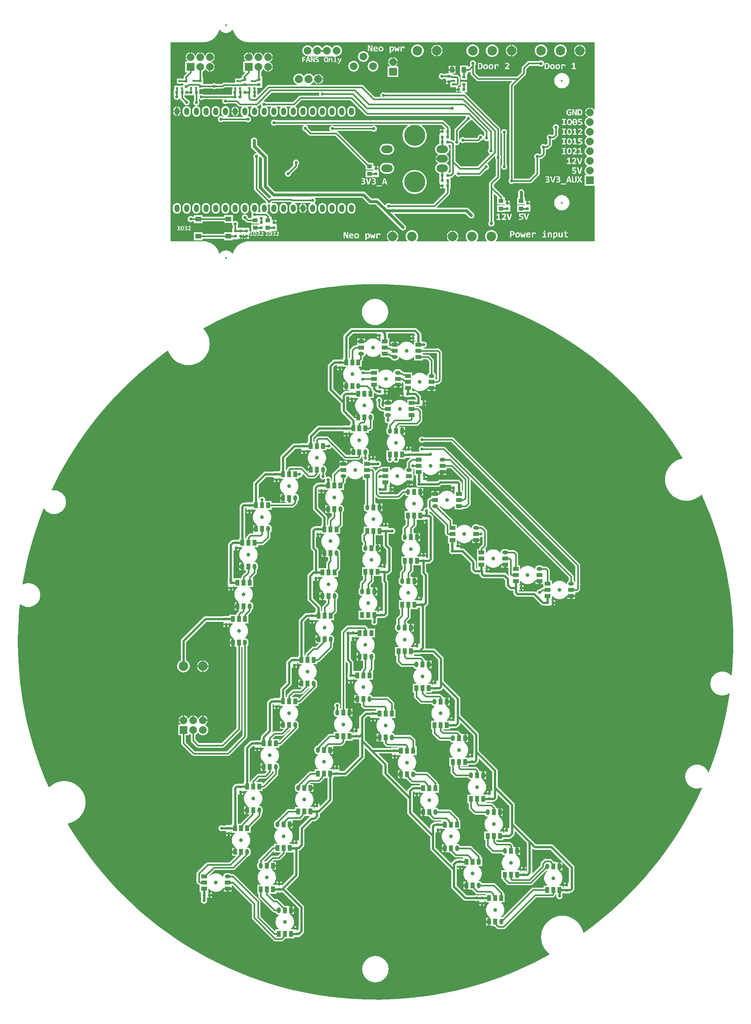
<source format=gbr>
%TF.GenerationSoftware,Altium Limited,Altium Designer,22.1.2 (22)*%
G04 Layer_Physical_Order=1*
G04 Layer_Color=255*
%FSLAX44Y44*%
%MOMM*%
%TF.SameCoordinates,7030E6BB-A83E-4B1E-8CAA-8E065E694121*%
%TF.FilePolarity,Positive*%
%TF.FileFunction,Copper,L1,Top,Signal*%
%TF.Part,CustomerPanel*%
G01*
G75*
%TA.AperFunction,SMDPad,CuDef*%
%ADD10R,1.0000X1.5000*%
%ADD11O,1.0000X1.5000*%
%ADD12R,0.8000X0.8000*%
%ADD13O,1.5000X1.0000*%
%ADD14R,1.5000X1.0000*%
%ADD15R,0.8000X0.8000*%
%TA.AperFunction,Conductor*%
%ADD16C,0.6000*%
%ADD17C,0.4000*%
%TA.AperFunction,SMDPad,CuDef*%
%ADD18R,0.9500X0.6000*%
%ADD19R,1.3000X1.5000*%
%ADD20R,0.5000X0.5000*%
%ADD21R,1.2500X1.0000*%
%ADD22R,1.5500X1.3000*%
%TA.AperFunction,Conductor*%
%ADD23C,0.8000*%
%TA.AperFunction,ComponentPad*%
%ADD24R,2.0000X2.0000*%
%ADD25C,2.0000*%
%ADD26C,1.0000*%
%ADD27C,2.5000*%
%TA.AperFunction,ViaPad*%
%ADD28C,0.8000*%
%ADD29C,0.5000*%
%TA.AperFunction,ComponentPad*%
%ADD30R,2.0000X2.0000*%
%ADD31O,3.0000X2.0000*%
%ADD32C,5.5000*%
%ADD33O,1.3000X2.0000*%
%ADD34C,2.1000*%
%TA.AperFunction,ViaPad*%
%ADD35C,0.6000*%
G36*
X665219Y2808919D02*
X668265Y2806420D01*
X671739Y2804563D01*
X675509Y2803419D01*
X679430Y2803033D01*
X683351Y2803419D01*
X687121Y2804563D01*
X690595Y2806420D01*
X693641Y2808919D01*
X695638Y2811354D01*
X697055Y2811078D01*
X698692Y2806256D01*
X701243Y2801083D01*
X704448Y2796287D01*
X708251Y2791951D01*
X712587Y2788148D01*
X717383Y2784943D01*
X722556Y2782392D01*
X728018Y2780538D01*
X733675Y2779413D01*
X739031Y2779062D01*
X739430Y2779009D01*
X1645309D01*
Y2601373D01*
X1644039Y2601120D01*
X1643984Y2601254D01*
X1641974Y2603874D01*
X1639354Y2605884D01*
X1636304Y2607147D01*
X1634300Y2607411D01*
Y2594930D01*
X1633030D01*
Y2593660D01*
X1620549D01*
X1620813Y2591656D01*
X1622076Y2588606D01*
X1624086Y2585986D01*
X1626706Y2583976D01*
X1627723Y2583555D01*
Y2582285D01*
X1625970Y2581559D01*
X1623045Y2579315D01*
X1620801Y2576390D01*
X1619390Y2572985D01*
X1618909Y2569330D01*
X1619390Y2565675D01*
X1620801Y2562270D01*
X1623045Y2559345D01*
X1625603Y2557382D01*
X1625706Y2557039D01*
Y2556221D01*
X1625603Y2555878D01*
X1623045Y2553915D01*
X1620801Y2550990D01*
X1619390Y2547585D01*
X1618909Y2543930D01*
X1619390Y2540275D01*
X1620801Y2536870D01*
X1623045Y2533945D01*
X1625603Y2531982D01*
X1625706Y2531639D01*
Y2530821D01*
X1625603Y2530478D01*
X1623045Y2528515D01*
X1620801Y2525591D01*
X1619390Y2522185D01*
X1618909Y2518530D01*
X1619390Y2514875D01*
X1620801Y2511470D01*
X1623045Y2508545D01*
X1625773Y2506452D01*
X1625883Y2505730D01*
X1625773Y2505008D01*
X1623045Y2502915D01*
X1620801Y2499991D01*
X1619390Y2496585D01*
X1618909Y2492930D01*
X1619390Y2489275D01*
X1620801Y2485870D01*
X1623045Y2482945D01*
X1625603Y2480982D01*
X1625706Y2480639D01*
Y2479821D01*
X1625603Y2479478D01*
X1623045Y2477515D01*
X1620801Y2474590D01*
X1619390Y2471185D01*
X1618909Y2467530D01*
X1619390Y2463875D01*
X1620801Y2460470D01*
X1623045Y2457545D01*
X1625603Y2455582D01*
X1625706Y2455239D01*
Y2454421D01*
X1625603Y2454078D01*
X1623045Y2452115D01*
X1620801Y2449191D01*
X1619390Y2445785D01*
X1618909Y2442130D01*
X1619390Y2438475D01*
X1620801Y2435070D01*
X1623045Y2432145D01*
X1623322Y2431933D01*
X1622914Y2430730D01*
X1619030D01*
Y2402730D01*
X1645309D01*
Y2257251D01*
X1387015D01*
X1386656Y2258521D01*
X1388526Y2260799D01*
X1390058Y2263665D01*
X1391001Y2266776D01*
X1391320Y2270010D01*
X1391001Y2273245D01*
X1390058Y2276355D01*
X1388526Y2279221D01*
X1386464Y2281734D01*
X1383951Y2283796D01*
X1381085Y2285328D01*
X1377975Y2286271D01*
X1374740Y2286590D01*
X1371505Y2286271D01*
X1368395Y2285328D01*
X1365529Y2283796D01*
X1363016Y2281734D01*
X1360954Y2279221D01*
X1359422Y2276355D01*
X1358479Y2273245D01*
X1358160Y2270010D01*
X1358479Y2266776D01*
X1359422Y2263665D01*
X1360954Y2260799D01*
X1362824Y2258521D01*
X1362465Y2257251D01*
X1336215D01*
X1335856Y2258521D01*
X1337726Y2260799D01*
X1339258Y2263665D01*
X1340201Y2266776D01*
X1340520Y2270010D01*
X1340201Y2273245D01*
X1339258Y2276355D01*
X1337726Y2279221D01*
X1335664Y2281734D01*
X1333151Y2283796D01*
X1330285Y2285328D01*
X1327175Y2286271D01*
X1323940Y2286590D01*
X1320705Y2286271D01*
X1317595Y2285328D01*
X1314729Y2283796D01*
X1312216Y2281734D01*
X1310154Y2279221D01*
X1308622Y2276355D01*
X1307679Y2273245D01*
X1307360Y2270010D01*
X1307679Y2266776D01*
X1308622Y2263665D01*
X1310154Y2260799D01*
X1312024Y2258521D01*
X1311665Y2257251D01*
X1283302D01*
X1282848Y2258521D01*
X1283826Y2259324D01*
X1285706Y2261614D01*
X1287102Y2264227D01*
X1287962Y2267062D01*
X1288128Y2268740D01*
X1273140D01*
X1258152D01*
X1258318Y2267062D01*
X1259178Y2264227D01*
X1260574Y2261614D01*
X1262454Y2259324D01*
X1263432Y2258521D01*
X1262978Y2257251D01*
X1178735D01*
X1178376Y2258521D01*
X1180246Y2260799D01*
X1181778Y2263665D01*
X1182721Y2266776D01*
X1183040Y2270010D01*
X1182721Y2273245D01*
X1181778Y2276355D01*
X1180246Y2279221D01*
X1178184Y2281734D01*
X1175671Y2283796D01*
X1172805Y2285328D01*
X1169695Y2286271D01*
X1166460Y2286590D01*
X1163225Y2286271D01*
X1160115Y2285328D01*
X1157249Y2283796D01*
X1154736Y2281734D01*
X1152674Y2279221D01*
X1151142Y2276355D01*
X1150199Y2273245D01*
X1149880Y2270010D01*
X1150199Y2266776D01*
X1151142Y2263665D01*
X1152674Y2260799D01*
X1154544Y2258521D01*
X1154185Y2257251D01*
X1125822D01*
X1125368Y2258521D01*
X1126346Y2259324D01*
X1128226Y2261614D01*
X1129622Y2264227D01*
X1130482Y2267062D01*
X1130648Y2268740D01*
X1115660D01*
X1100672D01*
X1100838Y2267062D01*
X1101698Y2264227D01*
X1103094Y2261614D01*
X1104974Y2259324D01*
X1105952Y2258521D01*
X1105498Y2257251D01*
X739430D01*
X739031Y2257198D01*
X733675Y2256847D01*
X728018Y2255722D01*
X722556Y2253868D01*
X717383Y2251317D01*
X712587Y2248112D01*
X708251Y2244309D01*
X704448Y2239973D01*
X701243Y2235177D01*
X698692Y2230004D01*
X697055Y2225182D01*
X695638Y2224906D01*
X693641Y2227341D01*
X690595Y2229840D01*
X687121Y2231697D01*
X683351Y2232841D01*
X679430Y2233227D01*
X675509Y2232841D01*
X671739Y2231697D01*
X668265Y2229840D01*
X665219Y2227341D01*
X663222Y2224906D01*
X661805Y2225182D01*
X660168Y2230004D01*
X657617Y2235177D01*
X654412Y2239973D01*
X650609Y2244309D01*
X646273Y2248112D01*
X641477Y2251317D01*
X636304Y2253868D01*
X630843Y2255722D01*
X625186Y2256847D01*
X619829Y2257198D01*
X619430Y2257251D01*
X533551D01*
Y2771430D01*
Y2779009D01*
X619430D01*
X619830Y2779062D01*
X625186Y2779413D01*
X630843Y2780538D01*
X636304Y2782392D01*
X641477Y2784943D01*
X646273Y2788148D01*
X650609Y2791951D01*
X654412Y2796287D01*
X657617Y2801083D01*
X660168Y2806256D01*
X661805Y2811078D01*
X663222Y2811354D01*
X665219Y2808919D01*
D02*
G37*
G36*
X1071218Y2144670D02*
X1077420Y2144650D01*
X1077426Y2144644D01*
X1077426Y2144644D01*
X1077426Y2144644D01*
X1101201Y2144270D01*
X1126613Y2143072D01*
X1126625Y2143058D01*
Y2143058D01*
X1132764Y2142757D01*
X1163336Y2140250D01*
X1193809Y2136744D01*
X1224152Y2132243D01*
X1254331Y2126752D01*
X1284314Y2120276D01*
X1314069Y2112823D01*
X1343565Y2104400D01*
X1372769Y2095017D01*
X1401650Y2084683D01*
X1430178Y2073409D01*
X1458322Y2061209D01*
X1486051Y2048094D01*
X1513336Y2034078D01*
X1540149Y2019178D01*
X1566459Y2003408D01*
X1592239Y1986786D01*
X1617462Y1969329D01*
X1642100Y1951056D01*
X1666127Y1931987D01*
X1689517Y1912142D01*
X1712245Y1891542D01*
X1734288Y1870210D01*
X1755620Y1848168D01*
X1776220Y1825439D01*
X1796065Y1802049D01*
X1815134Y1778022D01*
X1833407Y1753384D01*
X1850863Y1728162D01*
X1867486Y1702381D01*
X1875704Y1688670D01*
X1875190Y1687509D01*
X1871293Y1686734D01*
X1864379Y1684387D01*
X1857831Y1681157D01*
X1851760Y1677101D01*
X1846270Y1672287D01*
X1841456Y1666797D01*
X1840047Y1664689D01*
X1840046Y1664689D01*
X1840046D01*
X1837381Y1660701D01*
X1834173Y1654196D01*
X1832102Y1648095D01*
X1831842Y1647327D01*
X1831752Y1646874D01*
X1831752Y1646874D01*
X1831752Y1646872D01*
X1830430Y1640225D01*
X1830376Y1639401D01*
X1830375Y1639400D01*
X1830339Y1638921D01*
X1830342Y1638905D01*
X1830293Y1638157D01*
X1830235Y1637269D01*
X1830152Y1636001D01*
X1830096Y1635721D01*
X1830087Y1635672D01*
X1830055Y1635515D01*
X1830084Y1635372D01*
X1830051Y1634452D01*
X1829948Y1632882D01*
Y1632879D01*
X1829947Y1632877D01*
X1830051Y1631299D01*
X1830084Y1630386D01*
X1830055Y1630243D01*
X1830096Y1630037D01*
Y1630037D01*
X1830096Y1630037D01*
X1830216Y1628795D01*
X1830426Y1625598D01*
X1831850Y1618434D01*
X1834198Y1611518D01*
X1837428Y1604967D01*
X1841486Y1598894D01*
X1846302Y1593403D01*
X1851793Y1588587D01*
X1857866Y1584530D01*
X1864417Y1581299D01*
X1871333Y1578952D01*
X1877689Y1577687D01*
X1878497Y1577527D01*
X1878945Y1577497D01*
X1878945Y1577497D01*
X1878952Y1577501D01*
X1880314Y1577411D01*
X1881620Y1577326D01*
X1882026Y1577287D01*
X1882423Y1577243D01*
X1883052Y1577166D01*
X1883200Y1577195D01*
X1884109Y1577163D01*
X1885771Y1577054D01*
X1885773Y1577054D01*
X1886967Y1577109D01*
X1886968Y1577109D01*
X1886990Y1577111D01*
X1888158Y1577209D01*
X1888273Y1577218D01*
X1889624Y1577307D01*
X1889875Y1577257D01*
X1890195Y1577320D01*
X1891460Y1577427D01*
X1893096Y1577534D01*
X1900190Y1578946D01*
X1907040Y1581271D01*
X1908120Y1581803D01*
X1908235Y1581826D01*
X1908326Y1581887D01*
X1908326Y1581887D01*
X1908430Y1581956D01*
X1913555Y1584484D01*
X1916112Y1586192D01*
X1916113Y1586193D01*
D01*
X1919641Y1588550D01*
X1924607Y1592905D01*
X1926051Y1592646D01*
X1926136Y1592571D01*
X1937834Y1565587D01*
X1949038Y1537234D01*
X1959308Y1508531D01*
X1968634Y1479507D01*
X1977005Y1450193D01*
X1984412Y1420622D01*
X1990848Y1390823D01*
X1996305Y1360830D01*
X2000779Y1330675D01*
X2001425Y1325054D01*
X2001425D01*
X2001572Y1323797D01*
X2004310Y1299994D01*
X2006828Y1269280D01*
X2007480Y1256010D01*
X2007480D01*
X2007546Y1254742D01*
X2008380Y1237051D01*
X2008845Y1207462D01*
X2008780Y1207143D01*
X2008730Y1197547D01*
X2008699Y1197517D01*
X2008699Y1197517D01*
X2008699Y1197516D01*
X2008358Y1176671D01*
X2008210Y1173643D01*
X2008202Y1173606D01*
X2008202D01*
X2008173Y1173457D01*
X2008196Y1173342D01*
X2007258Y1154265D01*
X2007197Y1153009D01*
X2007201Y1152769D01*
X2007201Y1152768D01*
X2007203Y1152755D01*
X2007155Y1151739D01*
X2006994Y1148303D01*
X2005909Y1134521D01*
X2005909D01*
X2005809Y1133255D01*
X2004703Y1119195D01*
X2003395Y1118770D01*
X2002156Y1120221D01*
X1998421Y1123411D01*
X1997411Y1124030D01*
X1997411Y1124031D01*
X1996716Y1124463D01*
X1996701Y1124466D01*
X1996345Y1124684D01*
X1994225Y1125984D01*
X1990524Y1127516D01*
X1989711Y1127853D01*
X1989332Y1127944D01*
X1989330Y1127944D01*
X1984972Y1128990D01*
X1983774Y1129085D01*
X1983774Y1129085D01*
X1983290Y1129168D01*
X1983127Y1129136D01*
X1982739Y1129166D01*
X1981927Y1129230D01*
X1981665Y1129283D01*
X1981665Y1129283D01*
X1981455Y1129324D01*
X1981335Y1129300D01*
X1980398Y1129351D01*
X1980049Y1129378D01*
X1980047Y1129378D01*
X1980047Y1129378D01*
X1980046Y1129379D01*
X1979721Y1129353D01*
X1978780Y1129302D01*
X1978662Y1129325D01*
X1978456Y1129285D01*
X1978456D01*
X1978456Y1129285D01*
X1978456Y1129284D01*
X1977219Y1129155D01*
X1975154Y1128992D01*
X1970378Y1127846D01*
X1965840Y1125966D01*
X1961653Y1123400D01*
X1957918Y1120210D01*
X1954728Y1116475D01*
X1952162Y1112287D01*
X1950282Y1107750D01*
X1949180Y1103158D01*
X1949135Y1102974D01*
X1949051Y1101905D01*
X1948972Y1101409D01*
X1948971Y1101403D01*
X1949001Y1101252D01*
X1948968Y1100826D01*
X1948902Y1099989D01*
X1948807Y1099513D01*
X1948832Y1099390D01*
X1948781Y1098458D01*
X1948752Y1098084D01*
X1948752Y1098083D01*
X1948752Y1098082D01*
X1948845Y1096899D01*
X1948805Y1096698D01*
X1948847Y1096488D01*
X1948847D01*
X1948899Y1096225D01*
X1949138Y1093190D01*
X1950285Y1088414D01*
X1952164Y1083876D01*
X1954731Y1079688D01*
X1957920Y1075954D01*
X1961655Y1072764D01*
X1965843Y1070197D01*
X1970381Y1068318D01*
X1974972Y1067215D01*
X1975157Y1067171D01*
X1976095Y1067097D01*
X1976226Y1067087D01*
X1976722Y1067008D01*
X1976722D01*
X1976727Y1067007D01*
X1977655Y1066966D01*
X1978618Y1066843D01*
X1978740Y1066868D01*
X1978811Y1066864D01*
X1980032Y1066789D01*
X1980046Y1066788D01*
X1980047Y1066788D01*
Y1066788D01*
X1980069Y1066806D01*
X1980350Y1066808D01*
X1980384Y1066815D01*
X1981501Y1066902D01*
X1981727Y1066857D01*
X1981985Y1066909D01*
Y1066909D01*
X1982257Y1066963D01*
X1984917Y1067172D01*
X1989691Y1068318D01*
X1994228Y1070198D01*
X1997835Y1072408D01*
X1999004Y1071635D01*
X1996273Y1053222D01*
X1990817Y1023241D01*
X1984384Y993455D01*
X1976980Y963895D01*
X1968612Y934593D01*
X1959290Y905580D01*
X1949024Y876889D01*
X1944475Y865375D01*
X1943103Y865359D01*
X1941994Y867977D01*
X1941841Y868348D01*
X1941830Y868365D01*
X1941776Y868493D01*
X1941575Y868789D01*
X1941443Y869121D01*
X1940045Y871278D01*
X1939274Y872536D01*
X1939091Y872751D01*
X1938859Y873108D01*
X1938610Y873365D01*
X1938422Y873669D01*
X1937022Y875173D01*
X1936085Y876271D01*
X1935674Y876621D01*
X1935185Y877147D01*
X1934895Y877356D01*
X1934657Y877623D01*
X1933315Y878636D01*
X1932350Y879460D01*
X1931676Y879873D01*
X1930865Y880485D01*
X1930544Y880641D01*
X1930263Y880863D01*
X1929059Y881477D01*
X1928162Y882027D01*
X1927210Y882421D01*
X1926031Y883023D01*
X1925687Y883120D01*
X1925372Y883289D01*
X1924375Y883595D01*
X1923624Y883906D01*
X1922408Y884198D01*
X1920830Y884682D01*
X1920474Y884718D01*
X1920135Y884830D01*
X1919395Y884921D01*
X1919032Y885009D01*
X1918848Y885053D01*
X1917779Y885137D01*
X1917283Y885216D01*
X1917278Y885217D01*
X1917159Y885193D01*
X1916934Y885214D01*
X1916923Y885215D01*
X1916686Y885235D01*
X1916450Y885256D01*
X1915600Y885339D01*
X1915387Y885381D01*
X1915265Y885357D01*
X1914333Y885407D01*
X1913959Y885436D01*
X1913958Y885436D01*
Y885436D01*
X1913956Y885436D01*
X1912774Y885343D01*
X1912572Y885383D01*
X1912362Y885341D01*
Y885341D01*
X1912170Y885303D01*
X1909991Y885191D01*
X1909645Y885104D01*
X1909287Y885093D01*
X1909118Y885054D01*
X1909064Y885050D01*
X1908292Y884865D01*
X1904657Y884030D01*
X1904476Y883949D01*
X1904288Y883904D01*
X1904148Y883846D01*
X1903980Y883811D01*
X1900120Y882177D01*
X1899751Y882024D01*
X1899733Y882013D01*
X1899606Y881959D01*
X1899310Y881758D01*
X1898977Y881626D01*
X1896819Y880227D01*
X1895563Y879458D01*
X1895348Y879275D01*
X1894990Y879043D01*
X1894734Y878793D01*
X1894430Y878605D01*
X1892924Y877204D01*
X1891828Y876268D01*
X1891478Y875858D01*
X1890952Y875368D01*
X1890743Y875078D01*
X1890476Y874840D01*
X1889462Y873498D01*
X1888638Y872533D01*
X1888225Y871859D01*
X1887614Y871049D01*
X1887458Y870727D01*
X1887236Y870446D01*
X1886621Y869241D01*
X1886072Y868345D01*
X1885678Y867394D01*
X1885076Y866215D01*
X1884979Y865871D01*
X1884809Y865556D01*
X1884503Y864558D01*
X1884192Y863807D01*
X1883900Y862591D01*
X1883417Y861014D01*
X1883381Y860658D01*
X1883268Y860318D01*
X1883177Y859578D01*
X1883090Y859216D01*
X1883046Y859032D01*
X1882961Y857963D01*
X1882883Y857467D01*
X1882882Y857461D01*
X1882905Y857343D01*
X1882885Y857117D01*
X1882884Y857106D01*
X1882863Y856870D01*
X1882843Y856634D01*
X1882760Y855783D01*
X1882718Y855571D01*
X1882742Y855449D01*
X1882692Y854516D01*
X1882663Y854142D01*
X1882663Y854141D01*
X1882663Y854140D01*
X1882688Y853816D01*
X1882739Y852874D01*
X1882715Y852756D01*
X1882756Y852550D01*
Y852550D01*
X1882756Y852550D01*
X1882850Y851295D01*
X1882907Y850175D01*
X1882995Y849828D01*
X1883005Y849471D01*
X1883044Y849301D01*
X1883048Y849248D01*
X1883233Y848479D01*
X1884069Y844840D01*
X1884150Y844660D01*
X1884195Y844472D01*
X1884253Y844332D01*
X1884288Y844164D01*
X1885922Y840303D01*
X1886075Y839934D01*
X1886085Y839917D01*
X1886139Y839789D01*
X1886340Y839493D01*
X1886473Y839161D01*
X1887872Y837002D01*
X1888641Y835746D01*
X1888824Y835532D01*
X1889056Y835174D01*
X1889306Y834917D01*
X1889493Y834613D01*
X1890895Y833108D01*
X1891831Y832011D01*
X1892241Y831661D01*
X1892730Y831136D01*
X1893020Y830926D01*
X1893258Y830659D01*
X1894601Y829646D01*
X1895566Y828822D01*
X1896239Y828409D01*
X1897050Y827797D01*
X1897372Y827641D01*
X1897652Y827420D01*
X1898858Y826804D01*
X1899754Y826255D01*
X1900705Y825861D01*
X1901884Y825259D01*
X1902228Y825162D01*
X1902543Y824993D01*
X1903541Y824687D01*
X1904291Y824376D01*
X1905507Y824084D01*
X1907085Y823600D01*
X1907441Y823564D01*
X1907780Y823452D01*
X1908520Y823360D01*
X1908883Y823273D01*
X1909067Y823229D01*
X1910136Y823145D01*
X1910632Y823066D01*
X1910638Y823065D01*
X1910756Y823089D01*
X1910981Y823068D01*
X1910992Y823067D01*
X1911229Y823047D01*
X1911465Y823026D01*
X1912315Y822943D01*
X1912528Y822901D01*
X1912650Y822925D01*
X1913582Y822875D01*
X1913956Y822846D01*
X1913957Y822846D01*
Y822846D01*
X1913959Y822846D01*
X1915135Y822939D01*
X1915346Y822896D01*
X1915435Y822914D01*
X1915529Y822900D01*
X1915529Y822901D01*
X1915530Y822900D01*
X1915555Y822902D01*
X1915555D01*
X1917933Y823024D01*
X1918280Y823111D01*
X1918637Y823122D01*
X1923279Y824188D01*
X1923605Y824334D01*
X1923956Y824407D01*
X1926521Y825492D01*
X1927415Y824591D01*
X1925889Y821072D01*
X1912727Y793243D01*
X1898661Y765860D01*
X1883707Y738951D01*
X1867881Y712546D01*
X1851199Y686673D01*
X1833679Y661359D01*
X1815340Y636632D01*
X1796203Y612519D01*
X1776286Y589045D01*
X1755612Y566235D01*
X1734203Y544113D01*
X1712082Y522704D01*
X1689272Y502030D01*
X1665797Y482114D01*
X1641684Y462976D01*
X1616957Y444637D01*
X1616568Y444368D01*
X1615391Y444844D01*
X1614772Y447952D01*
X1612426Y454866D01*
X1609196Y461414D01*
X1605140Y467485D01*
X1600325Y472975D01*
X1594836Y477789D01*
X1592697Y479218D01*
X1592697Y479220D01*
Y479220D01*
X1588739Y481864D01*
X1582234Y485072D01*
X1576085Y487159D01*
X1575366Y487403D01*
X1574863Y487504D01*
Y487504D01*
X1574861Y487503D01*
X1568262Y488815D01*
X1567415Y488871D01*
X1567415Y488872D01*
X1566937Y488909D01*
X1566917Y488904D01*
X1566274Y488947D01*
X1564968Y489032D01*
X1564394Y489087D01*
X1563543Y489190D01*
X1563401Y489162D01*
X1562479Y489196D01*
X1560919Y489298D01*
X1560917Y489298D01*
X1560917Y489298D01*
X1560915Y489298D01*
X1559337Y489194D01*
X1558423Y489161D01*
X1558281Y489190D01*
X1558075Y489149D01*
X1558075D01*
X1558075Y489149D01*
X1558074Y489149D01*
X1556833Y489029D01*
X1553636Y488820D01*
X1546472Y487395D01*
X1539556Y485047D01*
X1533005Y481817D01*
X1526932Y477759D01*
X1521441Y472943D01*
X1516625Y467452D01*
X1512567Y461379D01*
X1509337Y454828D01*
X1506989Y447912D01*
X1505725Y441556D01*
X1505564Y440749D01*
X1505535Y440300D01*
X1505535Y440300D01*
X1505538Y440293D01*
X1505385Y437956D01*
X1505302Y436688D01*
X1505204Y436193D01*
X1505233Y436045D01*
X1505201Y435136D01*
X1505129Y434044D01*
X1505092Y433475D01*
X1505092Y433473D01*
X1505091Y433472D01*
Y433472D01*
X1505137Y432776D01*
X1505137D01*
X1505173Y432236D01*
X1505257Y430955D01*
X1505287Y430164D01*
X1505250Y429977D01*
X1505305Y429700D01*
X1505421Y428448D01*
X1505569Y426182D01*
X1506994Y419019D01*
X1509341Y412104D01*
X1512571Y405555D01*
X1516628Y399483D01*
X1521443Y393993D01*
X1526933Y389178D01*
X1527148Y389035D01*
X1527096Y387766D01*
X1512420Y379610D01*
X1485303Y365681D01*
X1457745Y352647D01*
X1429775Y340522D01*
X1401424Y329318D01*
X1372721Y319048D01*
X1343697Y309722D01*
X1314384Y301352D01*
X1284813Y293944D01*
X1255015Y287509D01*
X1225022Y282051D01*
X1194867Y277578D01*
X1185145Y276460D01*
Y276460D01*
X1183885Y276314D01*
X1164180Y274047D01*
X1133437Y271526D01*
X1119430Y270838D01*
Y270838D01*
X1118161Y270773D01*
X1101189Y269973D01*
X1071571Y269508D01*
X1071250Y269573D01*
X1062948Y269609D01*
X1062925Y269633D01*
X1062925Y269633D01*
X1062925Y269633D01*
X1041259Y269973D01*
X1013702Y271273D01*
X1012434Y271350D01*
X1012177Y271395D01*
X1012045Y271369D01*
X1011169Y271412D01*
X1009708Y271483D01*
X979133Y273990D01*
X948657Y277496D01*
X918311Y281998D01*
X888130Y287489D01*
X858144Y293966D01*
X828386Y301420D01*
X798887Y309844D01*
X769681Y319228D01*
X740797Y329563D01*
X712266Y340837D01*
X684120Y353039D01*
X656388Y366155D01*
X629100Y380172D01*
X602285Y395074D01*
X575972Y410845D01*
X550189Y427469D01*
X524964Y444928D01*
X500324Y463202D01*
X476295Y482273D01*
X452902Y502120D01*
X430172Y522722D01*
X408128Y544056D01*
X386793Y566100D01*
X366192Y588831D01*
X346345Y612223D01*
X327274Y636252D01*
X308999Y660892D01*
X291541Y686117D01*
X274917Y711900D01*
X263850Y730365D01*
X264364Y731525D01*
X269592Y732565D01*
X276504Y734912D01*
X283051Y738140D01*
X289121Y742196D01*
X294609Y747009D01*
X299422Y752497D01*
X301096Y755003D01*
X301097Y755003D01*
X301097D01*
X303501Y758601D01*
X306712Y765111D01*
X308840Y771379D01*
X308841Y771381D01*
X308841Y771381D01*
X309040Y771968D01*
X309167Y772604D01*
X310349Y778548D01*
X310457Y779088D01*
X310505Y779808D01*
X310505Y779808D01*
X310585Y781023D01*
X310687Y782590D01*
X310829Y783758D01*
X310800Y783903D01*
X310833Y784818D01*
X310939Y786435D01*
X310939Y786438D01*
X310939Y786438D01*
X310940Y786440D01*
X310836Y788018D01*
X310803Y788931D01*
X310832Y789074D01*
X310791Y789280D01*
Y789280D01*
X310791Y789280D01*
X310791Y789280D01*
X310671Y790522D01*
X310462Y793719D01*
X309037Y800883D01*
X306689Y807799D01*
X303458Y814350D01*
X299401Y820423D01*
X294585Y825914D01*
X289094Y830730D01*
X283021Y834788D01*
X276470Y838018D01*
X269554Y840366D01*
X263198Y841630D01*
X262390Y841791D01*
X261942Y841820D01*
X261942Y841820D01*
X261935Y841816D01*
X260573Y841906D01*
X259002Y842009D01*
X257835Y842151D01*
X257687Y842122D01*
X256778Y842154D01*
X255222Y842256D01*
X255116Y842263D01*
X255114Y842263D01*
X255114Y842263D01*
X254095Y842202D01*
X254050Y842211D01*
X253966Y842194D01*
Y842194D01*
X253920Y842185D01*
X252721Y842106D01*
X252149Y842068D01*
X251448Y842023D01*
X251190Y842074D01*
X250884Y842013D01*
X249618Y841902D01*
X247794Y841783D01*
X240703Y840372D01*
X233856Y838048D01*
X232409Y837335D01*
X232231Y837299D01*
X232108Y837217D01*
X232108Y837217D01*
X231931Y837099D01*
X227342Y834836D01*
X225625Y833689D01*
X224574Y832987D01*
X224574Y832986D01*
X223534Y832291D01*
X221259Y830771D01*
X215805Y825988D01*
X215380Y825883D01*
X214400Y826037D01*
X204624Y848589D01*
X193422Y876935D01*
X183154Y905632D01*
X173830Y934650D01*
X165461Y963957D01*
X158055Y993523D01*
X151621Y1023315D01*
X146165Y1053301D01*
X141692Y1083451D01*
X140637Y1092627D01*
X140637D01*
X140491Y1093885D01*
X138157Y1114171D01*
X135636Y1144914D01*
X134952Y1158831D01*
X134952D01*
X134888Y1160099D01*
X134083Y1177164D01*
X133618Y1206784D01*
X133683Y1207107D01*
X133707Y1213767D01*
X133715Y1213775D01*
X133715Y1213775D01*
X133715Y1213775D01*
X134106Y1237692D01*
X134590Y1247541D01*
X134590D01*
X134652Y1248807D01*
X135620Y1268511D01*
X136099Y1274359D01*
X136126Y1274357D01*
X136224Y1275608D01*
X137819Y1295879D01*
X137993Y1297453D01*
X137993Y1297453D01*
X138057Y1297836D01*
X138059Y1297846D01*
X138044Y1297919D01*
X138131Y1298709D01*
X138951Y1306136D01*
X140132Y1306603D01*
X142541Y1304546D01*
X146729Y1301979D01*
X151269Y1300099D01*
X155983Y1298967D01*
X156046Y1298952D01*
X157233Y1298858D01*
X157714Y1298776D01*
X157718Y1298775D01*
X157887Y1298809D01*
X158265Y1298779D01*
X159067Y1298716D01*
X159533Y1298623D01*
X159651Y1298647D01*
X160593Y1298596D01*
X160916Y1298571D01*
X162098Y1298664D01*
X162300Y1298623D01*
X162510Y1298665D01*
Y1298665D01*
X162773Y1298718D01*
X165808Y1298956D01*
X170584Y1300103D01*
X175122Y1301983D01*
X179310Y1304549D01*
X183044Y1307739D01*
X186234Y1311474D01*
X188801Y1315662D01*
X190680Y1320199D01*
X191783Y1324791D01*
X191827Y1324975D01*
X191911Y1326044D01*
X191990Y1326540D01*
X191991Y1326546D01*
X191961Y1326697D01*
X191994Y1327123D01*
X192060Y1327960D01*
X192155Y1328436D01*
X192131Y1328558D01*
X192181Y1329491D01*
X192210Y1329864D01*
X192210Y1329866D01*
X192210Y1329867D01*
X192183Y1330215D01*
X192134Y1331132D01*
X192157Y1331251D01*
X192116Y1331457D01*
X191988Y1332674D01*
X191824Y1334759D01*
X190678Y1339535D01*
X188798Y1344072D01*
X186232Y1348260D01*
X183042Y1351995D01*
X179307Y1355185D01*
X175119Y1357751D01*
X170581Y1359631D01*
X165989Y1360733D01*
X165805Y1360778D01*
X164736Y1360862D01*
X164240Y1360941D01*
X164235Y1360941D01*
X164084Y1360912D01*
X163616Y1360948D01*
X162820Y1361011D01*
X162557Y1361063D01*
X162557Y1361063D01*
X162344Y1361106D01*
X162222Y1361081D01*
X161291Y1361131D01*
X160916Y1361161D01*
X160914Y1361161D01*
X160881Y1361142D01*
X160424Y1361139D01*
X160295Y1361112D01*
X159924Y1361083D01*
X159116Y1361039D01*
X158949Y1361072D01*
X158659Y1361015D01*
X158656Y1361014D01*
X158398Y1360963D01*
X157396Y1360884D01*
X155992Y1360773D01*
X151246Y1359634D01*
X147654Y1358146D01*
X147031Y1357888D01*
X146241Y1358316D01*
X145871Y1358725D01*
X146217Y1361055D01*
X151670Y1391024D01*
X158101Y1420799D01*
X165502Y1450347D01*
X173867Y1479638D01*
X183185Y1508639D01*
X193447Y1537320D01*
X201037Y1556527D01*
X202302Y1556637D01*
X203336Y1554950D01*
X206528Y1551213D01*
X209894Y1548338D01*
X210265Y1548021D01*
X210935Y1547610D01*
X210935Y1547610D01*
X214452Y1545454D01*
X218959Y1543587D01*
X219668Y1543417D01*
X220257Y1543274D01*
X220316Y1543235D01*
X220894Y1543120D01*
X220894Y1543120D01*
X220895Y1543120D01*
X222120Y1542829D01*
X223697Y1542450D01*
X225004Y1542347D01*
X225004Y1542347D01*
X225473Y1542261D01*
X225648Y1542296D01*
X225993Y1542269D01*
X226770Y1542208D01*
X227029Y1542156D01*
X227029Y1542156D01*
X227235Y1542115D01*
X227353Y1542139D01*
X228296Y1542088D01*
X228617Y1542062D01*
X228618Y1542062D01*
X228618Y1542062D01*
X228619Y1542062D01*
X228968Y1542090D01*
X229885Y1542139D01*
X230003Y1542115D01*
X230209Y1542156D01*
X231427Y1542284D01*
X233511Y1542448D01*
X238287Y1543595D01*
X242825Y1545474D01*
X247013Y1548041D01*
X250748Y1551230D01*
X253937Y1554965D01*
X256504Y1559153D01*
X258384Y1563691D01*
X259486Y1568283D01*
X259530Y1568467D01*
X259604Y1569406D01*
X259614Y1569536D01*
X259693Y1570032D01*
X259693Y1570032D01*
X259694Y1570037D01*
X259735Y1570965D01*
X259858Y1571928D01*
X259834Y1572050D01*
X259884Y1572982D01*
X259913Y1573356D01*
X259913Y1573357D01*
X259913Y1573358D01*
X259820Y1574541D01*
X259860Y1574742D01*
X259819Y1574953D01*
X259818D01*
X259766Y1575215D01*
X259527Y1578250D01*
X258381Y1583026D01*
X256501Y1587564D01*
X253935Y1591752D01*
X250745Y1595487D01*
X247010Y1598677D01*
X242822Y1601243D01*
X238284Y1603123D01*
X233693Y1604225D01*
X233508Y1604269D01*
X232570Y1604343D01*
X232439Y1604354D01*
X231944Y1604432D01*
X231943Y1604433D01*
X231938Y1604433D01*
X231010Y1604474D01*
X230048Y1604597D01*
X229926Y1604573D01*
X229048Y1604620D01*
X228994Y1604623D01*
X228994D01*
X228619Y1604653D01*
X228618Y1604653D01*
X228615Y1604652D01*
X228001Y1604627D01*
X228001Y1604628D01*
X227399Y1604565D01*
X226355Y1604541D01*
X226017Y1604474D01*
X225793Y1604451D01*
X224753Y1604348D01*
X223714Y1604266D01*
X222958Y1604085D01*
X222157Y1605070D01*
X229614Y1620836D01*
X243688Y1648235D01*
X258651Y1675160D01*
X274486Y1701581D01*
X291178Y1727469D01*
X308708Y1752797D01*
X327057Y1777538D01*
X346206Y1801665D01*
X366134Y1825153D01*
X386820Y1847977D01*
X408242Y1870111D01*
X430376Y1891533D01*
X453200Y1912219D01*
X476688Y1932147D01*
X500815Y1951296D01*
X525556Y1969645D01*
X526427Y1970248D01*
X527633Y1969850D01*
X528623Y1966933D01*
X531855Y1960380D01*
X535914Y1954305D01*
X540732Y1948812D01*
X546225Y1943994D01*
X552300Y1939935D01*
X558853Y1936703D01*
X565772Y1934355D01*
X572272Y1933062D01*
X572938Y1932929D01*
X573531Y1932890D01*
X573531Y1932890D01*
X573539Y1932895D01*
X574795Y1932812D01*
X576361Y1932710D01*
X577528Y1932568D01*
X577673Y1932597D01*
X578589Y1932564D01*
X580192Y1932459D01*
X580195Y1932459D01*
X580195Y1932459D01*
X580197Y1932458D01*
X581775Y1932562D01*
X582688Y1932595D01*
X582831Y1932567D01*
X583037Y1932607D01*
X583037D01*
X583037Y1932607D01*
X584279Y1932727D01*
X587477Y1932937D01*
X594640Y1934362D01*
X601556Y1936709D01*
X608107Y1939940D01*
X614180Y1943997D01*
X619671Y1948813D01*
X624487Y1954304D01*
X628545Y1960377D01*
X631775Y1966928D01*
X634123Y1973844D01*
X635387Y1980200D01*
X635548Y1981008D01*
X635577Y1981456D01*
X635577Y1981456D01*
X635574Y1981463D01*
X635663Y1982825D01*
X635748Y1984132D01*
X635787Y1984530D01*
X635829Y1984917D01*
X635908Y1985563D01*
X635879Y1985711D01*
X635911Y1986620D01*
X636020Y1988282D01*
X636020Y1988284D01*
Y1988285D01*
X636020Y1988286D01*
X635965Y1989481D01*
X635965Y1989481D01*
X635963Y1989503D01*
X635860Y1990725D01*
X635855Y1990808D01*
X635767Y1992142D01*
X635817Y1992393D01*
X635753Y1992713D01*
X635646Y1993979D01*
X635540Y1995607D01*
X634129Y2002700D01*
X631804Y2009549D01*
X631690Y2009780D01*
X631228Y2010754D01*
X631214Y2010821D01*
X631151Y2010916D01*
X631150Y2010917D01*
X631150Y2010917D01*
X630583Y2012025D01*
X628591Y2016065D01*
X626852Y2018666D01*
X626852Y2018667D01*
D01*
X624525Y2022150D01*
X619848Y2027482D01*
X619823Y2028921D01*
X630099Y2034632D01*
X657218Y2048562D01*
X684778Y2061597D01*
X712750Y2073723D01*
X741103Y2084927D01*
X769808Y2095198D01*
X798834Y2104524D01*
X828149Y2112896D01*
X857722Y2120303D01*
X887522Y2126740D01*
X917517Y2132197D01*
X947674Y2136671D01*
X956377Y2137672D01*
Y2137672D01*
X957635Y2137818D01*
X978330Y2140199D01*
X1009058Y2142718D01*
X1023170Y2143411D01*
Y2143411D01*
X1024439Y2143476D01*
X1041290Y2144270D01*
X1070895Y2144735D01*
X1071218Y2144670D01*
D02*
G37*
%LPC*%
G36*
X969230Y2770851D02*
X965575Y2770370D01*
X962170Y2768959D01*
X959245Y2766715D01*
X957282Y2764157D01*
X956939Y2764054D01*
X956121D01*
X955778Y2764157D01*
X953815Y2766715D01*
X950890Y2768959D01*
X947485Y2770370D01*
X943830Y2770851D01*
X940175Y2770370D01*
X936770Y2768959D01*
X933845Y2766715D01*
X931882Y2764157D01*
X931539Y2764054D01*
X930721D01*
X930378Y2764157D01*
X928415Y2766715D01*
X925490Y2768959D01*
X922085Y2770370D01*
X918430Y2770851D01*
X914775Y2770370D01*
X911370Y2768959D01*
X908445Y2766715D01*
X906482Y2764156D01*
X906139Y2764054D01*
X905321D01*
X904978Y2764156D01*
X903015Y2766715D01*
X900090Y2768959D01*
X896685Y2770370D01*
X893030Y2770851D01*
X889375Y2770370D01*
X885970Y2768959D01*
X883045Y2766715D01*
X880801Y2763791D01*
X879390Y2760385D01*
X878909Y2756730D01*
X879390Y2753075D01*
X880801Y2749670D01*
X883045Y2746745D01*
X885970Y2744501D01*
X889375Y2743091D01*
X891581Y2742800D01*
X891497Y2741530D01*
X878920D01*
Y2722220D01*
X983940D01*
Y2741530D01*
X970762D01*
X970679Y2742800D01*
X972885Y2743091D01*
X976290Y2744501D01*
X979215Y2746745D01*
X981459Y2749670D01*
X982870Y2753075D01*
X983351Y2756730D01*
X982870Y2760385D01*
X981459Y2763791D01*
X979215Y2766715D01*
X976290Y2768959D01*
X972885Y2770370D01*
X969230Y2770851D01*
D02*
G37*
G36*
X1608000Y2771718D02*
Y2758000D01*
X1621718D01*
X1621552Y2759679D01*
X1620692Y2762513D01*
X1619296Y2765126D01*
X1617416Y2767416D01*
X1615126Y2769296D01*
X1612513Y2770692D01*
X1609678Y2771552D01*
X1608000Y2771718D01*
D02*
G37*
G36*
X1605460D02*
X1603782Y2771552D01*
X1600947Y2770692D01*
X1598334Y2769296D01*
X1596044Y2767416D01*
X1594164Y2765126D01*
X1592768Y2762513D01*
X1591908Y2759679D01*
X1591742Y2758000D01*
X1605460D01*
Y2771718D01*
D02*
G37*
G36*
X1428700D02*
Y2758000D01*
X1442418D01*
X1442252Y2759679D01*
X1441392Y2762513D01*
X1439996Y2765126D01*
X1438116Y2767416D01*
X1435826Y2769296D01*
X1433213Y2770692D01*
X1430378Y2771552D01*
X1428700Y2771718D01*
D02*
G37*
G36*
X1426160D02*
X1424482Y2771552D01*
X1421647Y2770692D01*
X1419034Y2769296D01*
X1416744Y2767416D01*
X1414864Y2765126D01*
X1413468Y2762513D01*
X1412608Y2759679D01*
X1412442Y2758000D01*
X1426160D01*
Y2771718D01*
D02*
G37*
G36*
X1233030D02*
Y2758000D01*
X1246748D01*
X1246582Y2759679D01*
X1245722Y2762513D01*
X1244326Y2765126D01*
X1242446Y2767416D01*
X1240156Y2769296D01*
X1237543Y2770692D01*
X1234708Y2771552D01*
X1233030Y2771718D01*
D02*
G37*
G36*
X1230490D02*
X1228812Y2771552D01*
X1225977Y2770692D01*
X1223364Y2769296D01*
X1221074Y2767416D01*
X1219194Y2765126D01*
X1217798Y2762513D01*
X1216938Y2759679D01*
X1216772Y2758000D01*
X1230490D01*
Y2771718D01*
D02*
G37*
G36*
X1148940Y2771334D02*
X1051120D01*
X1051120Y2750814D01*
Y2750797D01*
Y2750797D01*
X1051120Y2750688D01*
X1050836Y2750592D01*
X1049850Y2750257D01*
X1049115Y2751215D01*
X1046190Y2753459D01*
X1042785Y2754870D01*
X1039130Y2755351D01*
X1035475Y2754870D01*
X1032070Y2753459D01*
X1029145Y2751215D01*
X1026901Y2748290D01*
X1025490Y2744885D01*
X1025009Y2741230D01*
X1025490Y2737575D01*
X1026901Y2734170D01*
X1029145Y2731245D01*
X1032070Y2729001D01*
X1035475Y2727591D01*
X1039130Y2727109D01*
X1042785Y2727591D01*
X1046190Y2729001D01*
X1049115Y2731245D01*
X1051359Y2734170D01*
X1052770Y2737575D01*
X1053251Y2741230D01*
X1052770Y2744885D01*
X1051359Y2748290D01*
X1051160Y2748550D01*
X1051786Y2749820D01*
X1052030Y2749820D01*
X1148940D01*
Y2771334D01*
D02*
G37*
G36*
X788070Y2752148D02*
X786066Y2751884D01*
X783016Y2750621D01*
X780396Y2748611D01*
X778386Y2745991D01*
X777327Y2743434D01*
X775953D01*
X774894Y2745991D01*
X772884Y2748611D01*
X770264Y2750621D01*
X767214Y2751884D01*
X765210Y2752148D01*
Y2739667D01*
X762670D01*
Y2752148D01*
X760666Y2751884D01*
X757616Y2750621D01*
X754996Y2748611D01*
X752986Y2745991D01*
X751927Y2743434D01*
X750553Y2743434D01*
X749494Y2745991D01*
X747484Y2748611D01*
X744864Y2750621D01*
X741814Y2751884D01*
X739810Y2752148D01*
Y2739667D01*
X738540D01*
Y2738397D01*
X726059D01*
X726323Y2736393D01*
X727586Y2733343D01*
X729596Y2730723D01*
X731142Y2729537D01*
X730711Y2728267D01*
X724540D01*
Y2700267D01*
X728840D01*
X729326Y2699094D01*
X722664Y2692432D01*
X721338Y2690447D01*
X721156Y2689530D01*
X720830D01*
Y2685648D01*
X720450D01*
X718109Y2685182D01*
X716124Y2683856D01*
X715708Y2683440D01*
X702860D01*
Y2673058D01*
X673240D01*
X670899Y2672592D01*
X668914Y2671266D01*
X667426Y2669778D01*
X653460D01*
X652365Y2670618D01*
X650418Y2671424D01*
X648330Y2671699D01*
X646242Y2671424D01*
X644296Y2670618D01*
X643200Y2669778D01*
X619540D01*
Y2685660D01*
X617658D01*
Y2701647D01*
X618600Y2702038D01*
X621525Y2704282D01*
X623769Y2707206D01*
X624395Y2708718D01*
X625665D01*
X625986Y2707943D01*
X627996Y2705323D01*
X630616Y2703313D01*
X633666Y2702050D01*
X635670Y2701786D01*
Y2714267D01*
X636940D01*
Y2715537D01*
X649421D01*
X649157Y2717541D01*
X647894Y2720591D01*
X645884Y2723210D01*
X643264Y2725221D01*
X640707Y2726280D01*
Y2727654D01*
X643264Y2728713D01*
X645884Y2730723D01*
X647894Y2733343D01*
X649157Y2736393D01*
X649421Y2738397D01*
X636940D01*
Y2739667D01*
X635670D01*
Y2752148D01*
X633666Y2751884D01*
X630616Y2750621D01*
X627996Y2748611D01*
X625986Y2745991D01*
X624927Y2743434D01*
X623553D01*
X622494Y2745991D01*
X620484Y2748611D01*
X617864Y2750621D01*
X614813Y2751884D01*
X612810Y2752148D01*
Y2739667D01*
X610270D01*
Y2752148D01*
X608266Y2751884D01*
X605216Y2750621D01*
X602596Y2748611D01*
X600586Y2745991D01*
X599527Y2743434D01*
X598153D01*
X597094Y2745991D01*
X595084Y2748611D01*
X592464Y2750621D01*
X589413Y2751884D01*
X587410Y2752148D01*
Y2739667D01*
X586140D01*
Y2738397D01*
X573659D01*
X573923Y2736393D01*
X575186Y2733343D01*
X577196Y2730723D01*
X578742Y2729537D01*
X578311Y2728267D01*
X572140D01*
Y2700267D01*
X576440D01*
X576926Y2699094D01*
X570264Y2692432D01*
X568938Y2690447D01*
X568472Y2688106D01*
Y2684940D01*
X566590D01*
Y2683058D01*
X563460Y2683058D01*
Y2683440D01*
X550460D01*
Y2670440D01*
X563460D01*
Y2670822D01*
X566590Y2670822D01*
Y2664940D01*
X558230D01*
X556960Y2664940D01*
Y2664940D01*
X556960D01*
Y2664940D01*
X543960D01*
Y2655510D01*
X541960D01*
Y2639510D01*
X541960D01*
X542650Y2638477D01*
X542336Y2637719D01*
X542061Y2635630D01*
X542336Y2633542D01*
X543142Y2631595D01*
X544424Y2629924D01*
X546096Y2628642D01*
X548042Y2627836D01*
X550130Y2627561D01*
X552218Y2627836D01*
X554165Y2628642D01*
X555836Y2629924D01*
X556871Y2631273D01*
X558097Y2631114D01*
X558208Y2631059D01*
X559534Y2629074D01*
X568029Y2620579D01*
X568216Y2619162D01*
X569022Y2617216D01*
X570304Y2615544D01*
X571976Y2614262D01*
X573922Y2613456D01*
X576010Y2613181D01*
X578098Y2613456D01*
X580045Y2614262D01*
X581716Y2615544D01*
X582998Y2617216D01*
X583804Y2619162D01*
X584079Y2621250D01*
X583804Y2623339D01*
X582998Y2625285D01*
X581716Y2626956D01*
X580045Y2628238D01*
X578098Y2629044D01*
X576681Y2629231D01*
X569977Y2635934D01*
Y2639510D01*
X571960D01*
Y2639510D01*
X573230Y2640222D01*
X573922Y2639936D01*
X576010Y2639661D01*
X578098Y2639936D01*
X578718Y2640193D01*
X579410Y2639730D01*
Y2639730D01*
X595293D01*
Y2625919D01*
X594422Y2624785D01*
X593616Y2622838D01*
X593341Y2620750D01*
X593616Y2618661D01*
X594422Y2616715D01*
X595704Y2615044D01*
X597375Y2613762D01*
X599322Y2612956D01*
X600041Y2612861D01*
Y2611581D01*
X598669Y2611400D01*
X596115Y2610342D01*
X593921Y2608659D01*
X592238Y2606465D01*
X591180Y2603911D01*
X590819Y2601170D01*
Y2594170D01*
X591180Y2591429D01*
X592238Y2588875D01*
X593921Y2586682D01*
X596115Y2584998D01*
X598669Y2583940D01*
X601410Y2583579D01*
X604151Y2583940D01*
X606705Y2584998D01*
X608899Y2586682D01*
X610582Y2588875D01*
X611640Y2591429D01*
X612001Y2594170D01*
Y2601170D01*
X611640Y2603911D01*
X610582Y2606465D01*
X608899Y2608659D01*
X606705Y2610342D01*
X604151Y2611400D01*
X602780Y2611581D01*
Y2612861D01*
X603498Y2612956D01*
X605444Y2613762D01*
X607116Y2615044D01*
X608398Y2616715D01*
X609204Y2618661D01*
X609479Y2620750D01*
X609204Y2622838D01*
X608398Y2624785D01*
X607528Y2625919D01*
Y2629418D01*
X608316Y2629686D01*
X608798Y2629768D01*
X610396Y2628542D01*
X612342Y2627736D01*
X614430Y2627461D01*
X616518Y2627736D01*
X618465Y2628542D01*
X619534Y2629362D01*
X669481D01*
X670205Y2628093D01*
X669636Y2626718D01*
X669361Y2624630D01*
X669636Y2622542D01*
X670442Y2620596D01*
X671724Y2618924D01*
X673395Y2617642D01*
X675342Y2616836D01*
X677430Y2616561D01*
X679518Y2616836D01*
X681464Y2617642D01*
X682599Y2618513D01*
X704796D01*
X711304Y2612004D01*
X713289Y2610678D01*
X715630Y2610213D01*
X720971D01*
X721379Y2609010D01*
X720921Y2608659D01*
X719238Y2606465D01*
X718180Y2603911D01*
X717819Y2601170D01*
Y2594170D01*
X718180Y2591429D01*
X719238Y2588875D01*
X720921Y2586682D01*
X723115Y2584998D01*
X724034Y2584618D01*
X723781Y2583347D01*
X682239D01*
X681986Y2584618D01*
X682905Y2584998D01*
X685099Y2586682D01*
X686782Y2588875D01*
X687840Y2591429D01*
X688201Y2594170D01*
Y2601170D01*
X687840Y2603911D01*
X686782Y2606465D01*
X685099Y2608659D01*
X682905Y2610342D01*
X680351Y2611400D01*
X677610Y2611761D01*
X674869Y2611400D01*
X672315Y2610342D01*
X670121Y2608659D01*
X668438Y2606465D01*
X667380Y2603911D01*
X667019Y2601170D01*
Y2594170D01*
X667380Y2591429D01*
X668438Y2588875D01*
X670121Y2586682D01*
X672315Y2584998D01*
X673234Y2584618D01*
X672981Y2583347D01*
X671059D01*
X669665Y2584418D01*
X667718Y2585224D01*
X665630Y2585499D01*
X663542Y2585224D01*
X661596Y2584418D01*
X659924Y2583136D01*
X658642Y2581465D01*
X657836Y2579518D01*
X657561Y2577430D01*
X657836Y2575342D01*
X658642Y2573396D01*
X659924Y2571725D01*
X661596Y2570442D01*
X663542Y2569636D01*
X665630Y2569361D01*
X667718Y2569636D01*
X669665Y2570442D01*
X670538Y2571113D01*
X731301D01*
X732695Y2570042D01*
X734642Y2569236D01*
X736730Y2568961D01*
X738818Y2569236D01*
X740764Y2570042D01*
X742436Y2571324D01*
X743718Y2572996D01*
X744524Y2574942D01*
X744799Y2577030D01*
X744524Y2579119D01*
X743718Y2581064D01*
X742436Y2582736D01*
X740764Y2584018D01*
X738818Y2584824D01*
X736730Y2585099D01*
X735756Y2584971D01*
X735253Y2586186D01*
X735899Y2586682D01*
X737582Y2588875D01*
X738640Y2591429D01*
X739001Y2594170D01*
Y2601170D01*
X738640Y2603911D01*
X737582Y2606465D01*
X735899Y2608659D01*
X735441Y2609010D01*
X735849Y2610213D01*
X746371D01*
X746779Y2609010D01*
X746321Y2608659D01*
X744638Y2606465D01*
X743580Y2603911D01*
X743219Y2601170D01*
Y2594170D01*
X743580Y2591429D01*
X744638Y2588875D01*
X746321Y2586682D01*
X748515Y2584998D01*
X751069Y2583940D01*
X753810Y2583579D01*
X756551Y2583940D01*
X759105Y2584998D01*
X761299Y2586682D01*
X762982Y2588875D01*
X764040Y2591429D01*
X764401Y2594170D01*
Y2601170D01*
X764040Y2603911D01*
X762982Y2606465D01*
X761299Y2608659D01*
X760752Y2609078D01*
X761068Y2610436D01*
X762285Y2610678D01*
X764269Y2612004D01*
X769169Y2616904D01*
X770371Y2616310D01*
X770361Y2616230D01*
X770636Y2614142D01*
X771442Y2612196D01*
X772480Y2610842D01*
X772532Y2609281D01*
X771721Y2608659D01*
X770038Y2606465D01*
X768980Y2603911D01*
X768619Y2601170D01*
Y2594170D01*
X768980Y2591429D01*
X770038Y2588875D01*
X771721Y2586682D01*
X773915Y2584998D01*
X776469Y2583940D01*
X779210Y2583579D01*
X781951Y2583940D01*
X784505Y2584998D01*
X786699Y2586682D01*
X788382Y2588875D01*
X789440Y2591429D01*
X789801Y2594170D01*
Y2601170D01*
X789440Y2603911D01*
X788382Y2606465D01*
X786699Y2608659D01*
X786371Y2608910D01*
X786780Y2610113D01*
X797040D01*
X797449Y2608910D01*
X797121Y2608659D01*
X795438Y2606465D01*
X794380Y2603911D01*
X794019Y2601170D01*
Y2594170D01*
X794380Y2591429D01*
X795438Y2588875D01*
X797121Y2586682D01*
X799315Y2584998D01*
X801869Y2583940D01*
X804610Y2583579D01*
X807351Y2583940D01*
X809905Y2584998D01*
X812099Y2586682D01*
X813782Y2588875D01*
X814840Y2591429D01*
X815201Y2594170D01*
Y2601170D01*
X814840Y2603911D01*
X813782Y2606465D01*
X812099Y2608659D01*
X811771Y2608910D01*
X812180Y2610113D01*
X822440D01*
X822849Y2608910D01*
X822521Y2608659D01*
X820838Y2606465D01*
X819780Y2603911D01*
X819419Y2601170D01*
Y2594170D01*
X819780Y2591429D01*
X820838Y2588875D01*
X822521Y2586682D01*
X824715Y2584998D01*
X827269Y2583940D01*
X830010Y2583579D01*
X832751Y2583940D01*
X835305Y2584998D01*
X837499Y2586682D01*
X839182Y2588875D01*
X840240Y2591429D01*
X840601Y2594170D01*
Y2601170D01*
X840240Y2603911D01*
X839182Y2606465D01*
X837499Y2608659D01*
X837171Y2608910D01*
X837580Y2610113D01*
X847840D01*
X848249Y2608910D01*
X847921Y2608659D01*
X846238Y2606465D01*
X845180Y2603911D01*
X844819Y2601170D01*
Y2594170D01*
X845180Y2591429D01*
X846238Y2588875D01*
X847921Y2586682D01*
X850115Y2584998D01*
X852669Y2583940D01*
X855410Y2583579D01*
X858151Y2583940D01*
X860705Y2584998D01*
X862899Y2586682D01*
X864582Y2588875D01*
X865640Y2591429D01*
X866001Y2594170D01*
Y2601170D01*
X865640Y2603911D01*
X864582Y2606465D01*
X862899Y2608659D01*
X861170Y2609985D01*
X861084Y2611455D01*
X861756Y2611904D01*
X876564Y2626713D01*
X1005637D01*
X1044946Y2587404D01*
X1046930Y2586078D01*
X1049271Y2585612D01*
X1307996D01*
X1308523Y2584343D01*
X1307542Y2583065D01*
X1306736Y2581118D01*
X1306549Y2579701D01*
X1279404Y2552556D01*
X1278078Y2550571D01*
X1277613Y2548230D01*
Y2522499D01*
X1276742Y2521365D01*
X1276403Y2520545D01*
X1274904Y2520247D01*
X1273667Y2521485D01*
X1271682Y2522811D01*
X1269341Y2523277D01*
X1268083D01*
Y2538524D01*
X1268083D01*
Y2552570D01*
X1266201D01*
Y2554977D01*
X1265735Y2557318D01*
X1264409Y2559303D01*
X1251341Y2572370D01*
X1249357Y2573697D01*
X1247015Y2574162D01*
X809980D01*
X808865Y2575018D01*
X806918Y2575824D01*
X804830Y2576099D01*
X802742Y2575824D01*
X800796Y2575018D01*
X799124Y2573736D01*
X797842Y2572065D01*
X797036Y2570118D01*
X796761Y2568030D01*
X797036Y2565942D01*
X797842Y2563996D01*
X799124Y2562325D01*
X800796Y2561042D01*
X802742Y2560236D01*
X804830Y2559961D01*
X806918Y2560236D01*
X808865Y2561042D01*
X810018Y2561927D01*
X883261D01*
X883514Y2560657D01*
X882695Y2560318D01*
X881024Y2559036D01*
X879742Y2557365D01*
X878936Y2555419D01*
X878661Y2553330D01*
X878936Y2551242D01*
X879742Y2549296D01*
X881024Y2547624D01*
X882695Y2546342D01*
X884642Y2545536D01*
X886059Y2545349D01*
X895704Y2535704D01*
X897689Y2534378D01*
X900030Y2533913D01*
X965174D01*
X1044981Y2454106D01*
Y2444758D01*
X1065337D01*
Y2442758D01*
X1044981D01*
Y2424758D01*
X1065481D01*
Y2425758D01*
X1079877D01*
Y2441758D01*
X1078417D01*
Y2446488D01*
X1071877D01*
Y2447758D01*
X1070607D01*
Y2454298D01*
X1065481D01*
Y2462758D01*
X1053632D01*
X972034Y2544356D01*
X971156Y2544943D01*
X971541Y2546213D01*
X1061561D01*
X1062695Y2545342D01*
X1064642Y2544536D01*
X1066730Y2544261D01*
X1068818Y2544536D01*
X1070764Y2545342D01*
X1072436Y2546624D01*
X1073718Y2548296D01*
X1074524Y2550242D01*
X1074799Y2552330D01*
X1074524Y2554418D01*
X1073718Y2556365D01*
X1072436Y2558036D01*
X1070764Y2559318D01*
X1068818Y2560124D01*
X1066730Y2560399D01*
X1064642Y2560124D01*
X1062695Y2559318D01*
X1061561Y2558448D01*
X962899D01*
X961765Y2559318D01*
X959818Y2560124D01*
X957730Y2560399D01*
X955642Y2560124D01*
X953696Y2559318D01*
X952024Y2558036D01*
X950742Y2556365D01*
X949936Y2554418D01*
X949661Y2552330D01*
X949936Y2550242D01*
X950742Y2548296D01*
X951416Y2547418D01*
X950789Y2546148D01*
X902564D01*
X894711Y2554001D01*
X894524Y2555419D01*
X893718Y2557365D01*
X892436Y2559036D01*
X890764Y2560318D01*
X889946Y2560657D01*
X890199Y2561927D01*
X1155640D01*
X1155985Y2560705D01*
X1155011Y2560107D01*
X1151240Y2556887D01*
X1148020Y2553117D01*
X1145430Y2548890D01*
X1143532Y2544309D01*
X1142375Y2539488D01*
X1141986Y2534545D01*
X1142375Y2529602D01*
X1143532Y2524780D01*
X1145430Y2520200D01*
X1148020Y2515972D01*
X1151240Y2512202D01*
X1155011Y2508982D01*
X1159238Y2506391D01*
X1163819Y2504494D01*
X1168640Y2503336D01*
X1173583Y2502947D01*
X1178526Y2503336D01*
X1183347Y2504494D01*
X1187928Y2506391D01*
X1192156Y2508982D01*
X1195926Y2512202D01*
X1199146Y2515972D01*
X1201737Y2520200D01*
X1203634Y2524780D01*
X1204791Y2529602D01*
X1205180Y2534545D01*
X1204791Y2539488D01*
X1203634Y2544309D01*
X1201737Y2548890D01*
X1199146Y2553117D01*
X1195926Y2556887D01*
X1192156Y2560107D01*
X1191181Y2560705D01*
X1191525Y2561927D01*
X1244482D01*
X1252665Y2553743D01*
X1252179Y2552570D01*
X1252083D01*
Y2551110D01*
X1247353D01*
Y2544570D01*
X1246083D01*
Y2543300D01*
X1239543D01*
Y2538524D01*
X1238083D01*
Y2522524D01*
Y2512221D01*
X1237428Y2512134D01*
X1234023Y2510724D01*
X1231098Y2508480D01*
X1228854Y2505555D01*
X1227443Y2502149D01*
X1226962Y2498495D01*
X1227443Y2494840D01*
X1228854Y2491434D01*
X1231098Y2488510D01*
X1234023Y2486266D01*
X1235051Y2485840D01*
Y2484570D01*
X1234759Y2484448D01*
X1232139Y2482438D01*
X1230129Y2479819D01*
X1228866Y2476768D01*
X1228602Y2474765D01*
X1246083D01*
X1263564D01*
X1263300Y2476768D01*
X1262037Y2479819D01*
X1260027Y2482438D01*
X1257407Y2484448D01*
X1257115Y2484570D01*
Y2485840D01*
X1258143Y2486266D01*
X1261068Y2488510D01*
X1263312Y2491434D01*
X1264723Y2494840D01*
X1265204Y2498495D01*
X1264723Y2502149D01*
X1263312Y2505555D01*
X1261521Y2507889D01*
X1262147Y2509159D01*
X1268002D01*
Y2465520D01*
Y2437830D01*
X1262147D01*
X1261521Y2439100D01*
X1263312Y2441434D01*
X1264723Y2444840D01*
X1265204Y2448495D01*
X1264723Y2452149D01*
X1263312Y2455555D01*
X1261068Y2458480D01*
X1258143Y2460724D01*
X1257114Y2461150D01*
Y2462420D01*
X1257407Y2462541D01*
X1260027Y2464551D01*
X1262037Y2467171D01*
X1263300Y2470221D01*
X1263564Y2472225D01*
X1246083D01*
X1228602D01*
X1228866Y2470221D01*
X1230129Y2467171D01*
X1232139Y2464551D01*
X1234759Y2462541D01*
X1235051Y2462420D01*
Y2461150D01*
X1234023Y2460724D01*
X1231098Y2458480D01*
X1228854Y2455555D01*
X1227443Y2452149D01*
X1226962Y2448495D01*
X1227443Y2444840D01*
X1228854Y2441434D01*
X1231098Y2438510D01*
X1234023Y2436266D01*
X1237428Y2434855D01*
X1238083Y2434769D01*
Y2421830D01*
Y2408539D01*
X1239558D01*
Y2403777D01*
X1246098D01*
Y2402507D01*
X1247368D01*
Y2395967D01*
X1252098D01*
Y2394507D01*
X1253980D01*
Y2392979D01*
X1253812Y2392135D01*
Y2386464D01*
X1222996Y2355648D01*
X1110099D01*
X1108964Y2356518D01*
X1107018Y2357324D01*
X1104930Y2357599D01*
X1102842Y2357324D01*
X1100895Y2356518D01*
X1099224Y2355236D01*
X1097942Y2353565D01*
X1097406Y2352271D01*
X1095963Y2351919D01*
X1080546Y2367336D01*
X1078875Y2368618D01*
X1076928Y2369424D01*
X1074840Y2369699D01*
X1060572D01*
X1045236Y2385036D01*
X1043565Y2386318D01*
X1041618Y2387124D01*
X1039530Y2387399D01*
X807072D01*
X789799Y2404672D01*
Y2477330D01*
X789524Y2479418D01*
X788718Y2481365D01*
X787436Y2483036D01*
X760799Y2509672D01*
Y2521330D01*
X760524Y2523418D01*
X759718Y2525365D01*
X758436Y2527036D01*
X756765Y2528318D01*
X754818Y2529124D01*
X752730Y2529399D01*
X750642Y2529124D01*
X748696Y2528318D01*
X747024Y2527036D01*
X745742Y2525365D01*
X744936Y2523418D01*
X744661Y2521330D01*
Y2506330D01*
X744936Y2504242D01*
X745742Y2502296D01*
X747024Y2500624D01*
X759146Y2488502D01*
X758486Y2487367D01*
X756642Y2487124D01*
X754696Y2486318D01*
X753024Y2485036D01*
X751742Y2483365D01*
X750936Y2481418D01*
X750661Y2479330D01*
X750936Y2477242D01*
X751742Y2475296D01*
X752613Y2474161D01*
Y2394330D01*
X753078Y2391989D01*
X754404Y2390004D01*
X783749Y2360659D01*
X783936Y2359242D01*
X784601Y2357635D01*
X783897Y2356755D01*
X783705Y2356632D01*
X781851Y2357400D01*
X779110Y2357761D01*
X776369Y2357400D01*
X773815Y2356342D01*
X771621Y2354659D01*
X769938Y2352465D01*
X768880Y2349911D01*
X768519Y2347170D01*
Y2340170D01*
X768880Y2337429D01*
X769938Y2334875D01*
X769991Y2334807D01*
X769429Y2333668D01*
X763391D01*
X762829Y2334807D01*
X762882Y2334875D01*
X763940Y2337429D01*
X764301Y2340170D01*
Y2347170D01*
X763940Y2349911D01*
X762882Y2352465D01*
X761199Y2354659D01*
X759005Y2356342D01*
X756451Y2357400D01*
X753710Y2357761D01*
X750969Y2357400D01*
X748415Y2356342D01*
X746221Y2354659D01*
X744538Y2352465D01*
X743480Y2349911D01*
X743119Y2347170D01*
Y2340170D01*
X743480Y2337429D01*
X744538Y2334875D01*
X746221Y2332681D01*
X746618Y2332377D01*
X746722Y2331585D01*
X745916Y2329639D01*
X745641Y2327550D01*
X745916Y2325462D01*
X746722Y2323516D01*
X747424Y2322600D01*
X746798Y2321330D01*
X745480D01*
Y2318448D01*
X738264D01*
X736291Y2320421D01*
X736104Y2321839D01*
X735298Y2323785D01*
X734016Y2325456D01*
X732345Y2326738D01*
X730398Y2327544D01*
X728310Y2327819D01*
X726222Y2327544D01*
X724276Y2326738D01*
X722604Y2325456D01*
X721322Y2323785D01*
X720516Y2321839D01*
X720241Y2319750D01*
X720516Y2317662D01*
X721322Y2315716D01*
X722604Y2314044D01*
X724276Y2312762D01*
X726222Y2311956D01*
X727639Y2311769D01*
X731404Y2308004D01*
X733389Y2306678D01*
X735730Y2306213D01*
X745480D01*
Y2303330D01*
X765190D01*
Y2301330D01*
X745480D01*
Y2283768D01*
X745480Y2283330D01*
X744555Y2282498D01*
X742000D01*
X741820Y2282498D01*
X740730Y2282933D01*
Y2292330D01*
X711539D01*
Y2292330D01*
X709502D01*
Y2297663D01*
X710218Y2298596D01*
X711024Y2300542D01*
X711299Y2302630D01*
X711024Y2304718D01*
X710218Y2306665D01*
X708936Y2308336D01*
X707264Y2309618D01*
X705318Y2310424D01*
X703230Y2310699D01*
X701142Y2310424D01*
X699195Y2309618D01*
X698687Y2309228D01*
X697417Y2309854D01*
Y2326055D01*
X673917D01*
Y2321448D01*
X617917Y2321448D01*
Y2325830D01*
X594417D01*
Y2321448D01*
X591899D01*
X590764Y2322318D01*
X588818Y2323124D01*
X586730Y2323399D01*
X584641Y2323124D01*
X582695Y2322318D01*
X581024Y2321036D01*
X579742Y2319365D01*
X578936Y2317419D01*
X578661Y2315330D01*
X578936Y2313242D01*
X579742Y2311296D01*
X581024Y2309625D01*
X582695Y2308342D01*
X584641Y2307536D01*
X586730Y2307261D01*
X588818Y2307536D01*
X590764Y2308342D01*
X591899Y2309213D01*
X594417D01*
Y2304830D01*
X617917D01*
Y2309213D01*
X673917Y2309213D01*
Y2305055D01*
X694276D01*
X695313Y2303785D01*
X695161Y2302630D01*
X695436Y2300542D01*
X696242Y2298596D01*
X697267Y2297260D01*
Y2292330D01*
X695539D01*
Y2280830D01*
X673917D01*
Y2276448D01*
X617917D01*
Y2280830D01*
X594417D01*
Y2259830D01*
X617917D01*
Y2264213D01*
X673917D01*
Y2259830D01*
X697417D01*
Y2262330D01*
X711539D01*
Y2263790D01*
X716460D01*
Y2270330D01*
X717730D01*
Y2271600D01*
X724270D01*
Y2276330D01*
X726190D01*
Y2271600D01*
X732730D01*
X739270D01*
Y2276330D01*
X740550D01*
X740730Y2276330D01*
X741820Y2275896D01*
Y2271020D01*
X777407D01*
Y2282498D01*
X767338D01*
X766746Y2283207D01*
X766800Y2284121D01*
X767017Y2284330D01*
X778480D01*
Y2283330D01*
X781395D01*
X782320Y2282498D01*
X782320Y2282060D01*
Y2271020D01*
X817907D01*
Y2282498D01*
X800339D01*
X799746Y2283207D01*
X799800Y2284121D01*
X800017Y2284330D01*
X812730D01*
Y2300330D01*
X811270D01*
Y2305060D01*
X804730D01*
Y2306330D01*
X803460D01*
Y2312870D01*
X798980D01*
Y2321330D01*
X794848D01*
Y2322330D01*
X794382Y2324671D01*
X793056Y2326656D01*
X787836Y2331876D01*
X787382Y2332179D01*
X787175Y2333432D01*
X788282Y2334875D01*
X789340Y2337429D01*
X789701Y2340170D01*
Y2347170D01*
X789340Y2349911D01*
X788282Y2352465D01*
X787990Y2352845D01*
X788791Y2353889D01*
X789642Y2353536D01*
X791730Y2353261D01*
X793818Y2353536D01*
X794904Y2353986D01*
X795704Y2352943D01*
X795338Y2352465D01*
X794280Y2349911D01*
X793919Y2347170D01*
Y2340170D01*
X794280Y2337429D01*
X795338Y2334875D01*
X797021Y2332681D01*
X799215Y2330998D01*
X801769Y2329940D01*
X804510Y2329579D01*
X807251Y2329940D01*
X809805Y2330998D01*
X811999Y2332681D01*
X813682Y2334875D01*
X814740Y2337429D01*
X815101Y2340170D01*
Y2347170D01*
X814740Y2349911D01*
X813682Y2352465D01*
X811999Y2354659D01*
X809805Y2356342D01*
X807251Y2357400D01*
X804510Y2357761D01*
X801769Y2357400D01*
X799735Y2356557D01*
X799306Y2356869D01*
X798826Y2357555D01*
X799524Y2359242D01*
X799547Y2359413D01*
X800346Y2360213D01*
X847896D01*
X848084Y2360024D01*
X850069Y2358698D01*
X851634Y2358387D01*
X851764Y2357066D01*
X850015Y2356342D01*
X847821Y2354659D01*
X846138Y2352465D01*
X845080Y2349911D01*
X844719Y2347170D01*
Y2340170D01*
X845080Y2337429D01*
X846138Y2334875D01*
X847821Y2332681D01*
X850015Y2330998D01*
X852569Y2329940D01*
X855310Y2329579D01*
X858051Y2329940D01*
X860605Y2330998D01*
X862799Y2332681D01*
X864482Y2334875D01*
X865540Y2337429D01*
X865901Y2340170D01*
Y2347170D01*
X865540Y2349911D01*
X864482Y2352465D01*
X862799Y2354659D01*
X860605Y2356342D01*
X859107Y2356962D01*
X859359Y2358233D01*
X900153D01*
X900691Y2357651D01*
X900729Y2357249D01*
X900515Y2356112D01*
X898621Y2354659D01*
X896938Y2352465D01*
X895880Y2349911D01*
X895519Y2347170D01*
Y2340170D01*
X895880Y2337429D01*
X896938Y2334875D01*
X898621Y2332681D01*
X900815Y2330998D01*
X903369Y2329940D01*
X906110Y2329579D01*
X908851Y2329940D01*
X911405Y2330998D01*
X913599Y2332681D01*
X915282Y2334875D01*
X916340Y2337429D01*
X916701Y2340170D01*
Y2347170D01*
X916340Y2349911D01*
X915282Y2352465D01*
X913599Y2354659D01*
X911405Y2356342D01*
X911078Y2356478D01*
X910886Y2357931D01*
X911816Y2358644D01*
X913098Y2360316D01*
X913904Y2362262D01*
X914179Y2364350D01*
X913904Y2366438D01*
X913098Y2368385D01*
X911865Y2369991D01*
X911937Y2370427D01*
X912220Y2371261D01*
X1036188D01*
X1051524Y2355924D01*
X1053195Y2354642D01*
X1055142Y2353836D01*
X1057230Y2353561D01*
X1071498D01*
X1093434Y2331624D01*
X1137379Y2287679D01*
X1139051Y2286397D01*
X1140997Y2285591D01*
X1143085Y2285316D01*
X1145173Y2285591D01*
X1147120Y2286397D01*
X1148791Y2287679D01*
X1150073Y2289351D01*
X1150879Y2291297D01*
X1151154Y2293385D01*
X1150879Y2295473D01*
X1150073Y2297420D01*
X1148791Y2299091D01*
X1119794Y2328088D01*
X1120280Y2329261D01*
X1306088D01*
X1316024Y2319324D01*
X1317695Y2318042D01*
X1319642Y2317236D01*
X1321730Y2316961D01*
X1322230D01*
X1324318Y2317236D01*
X1326264Y2318042D01*
X1327936Y2319324D01*
X1329218Y2320996D01*
X1330024Y2322942D01*
X1330299Y2325030D01*
X1330024Y2327119D01*
X1329218Y2329065D01*
X1327936Y2330736D01*
X1326264Y2332018D01*
X1326075Y2332097D01*
X1315136Y2343036D01*
X1313465Y2344318D01*
X1311518Y2345124D01*
X1309430Y2345399D01*
X1231710D01*
X1231224Y2346572D01*
X1264256Y2379604D01*
X1265582Y2381589D01*
X1266048Y2383930D01*
Y2391458D01*
X1266216Y2392303D01*
Y2394507D01*
X1268098D01*
Y2410507D01*
X1268083D01*
Y2423713D01*
X1268660D01*
X1271001Y2424178D01*
X1272986Y2425504D01*
X1278446Y2430964D01*
X1279440Y2432453D01*
X1280277Y2432381D01*
X1280796Y2432196D01*
X1281542Y2430396D01*
X1282824Y2428724D01*
X1284496Y2427442D01*
X1286442Y2426636D01*
X1288530Y2426361D01*
X1290618Y2426636D01*
X1292565Y2427442D01*
X1293699Y2428313D01*
X1342830D01*
X1345171Y2428778D01*
X1347156Y2430104D01*
X1361229Y2444178D01*
X1363190Y2444436D01*
X1365136Y2445242D01*
X1366807Y2446524D01*
X1368089Y2448196D01*
X1368895Y2450142D01*
X1369170Y2452230D01*
X1368895Y2454319D01*
X1368089Y2456265D01*
X1366807Y2457936D01*
X1365136Y2459218D01*
X1363983Y2459695D01*
X1363685Y2461194D01*
X1384150Y2481658D01*
X1385226Y2480939D01*
X1384576Y2479368D01*
X1384301Y2477280D01*
X1384576Y2475192D01*
X1385382Y2473246D01*
X1386042Y2472385D01*
Y2428405D01*
X1370604Y2412967D01*
X1369278Y2410982D01*
X1368813Y2408641D01*
Y2397540D01*
Y2308899D01*
X1367942Y2307765D01*
X1367136Y2305818D01*
X1366861Y2303730D01*
X1367136Y2301642D01*
X1367942Y2299696D01*
X1369224Y2298024D01*
X1370896Y2296742D01*
X1372842Y2295936D01*
X1374930Y2295661D01*
X1377018Y2295936D01*
X1378965Y2296742D01*
X1380636Y2298024D01*
X1381918Y2299696D01*
X1382724Y2301642D01*
X1382999Y2303730D01*
X1382724Y2305818D01*
X1381918Y2307765D01*
X1381048Y2308899D01*
Y2381112D01*
X1382221Y2381598D01*
X1390811Y2373007D01*
X1390325Y2371834D01*
X1389510D01*
Y2353834D01*
X1409866D01*
Y2351834D01*
X1389510D01*
Y2333834D01*
X1410010D01*
Y2334834D01*
X1424406D01*
Y2350834D01*
X1422946D01*
Y2355564D01*
X1416406D01*
Y2356834D01*
X1415136D01*
Y2363374D01*
X1410010D01*
Y2371834D01*
X1405878D01*
Y2372710D01*
X1405412Y2375051D01*
X1404086Y2377036D01*
X1381048Y2400074D01*
Y2406107D01*
X1396486Y2421545D01*
X1397812Y2423530D01*
X1398277Y2425871D01*
Y2471837D01*
X1399358Y2473246D01*
X1400164Y2475192D01*
X1400439Y2477280D01*
X1400164Y2479368D01*
X1399358Y2481315D01*
X1398488Y2482449D01*
Y2550784D01*
X1398022Y2553125D01*
X1396696Y2555109D01*
X1307459Y2644346D01*
X1305474Y2645672D01*
X1304027Y2645960D01*
X1304152Y2647230D01*
X1310730D01*
Y2661328D01*
X1311377D01*
Y2675328D01*
X1293877D01*
Y2661770D01*
X1290000D01*
Y2655230D01*
Y2648690D01*
X1294730D01*
Y2647408D01*
X1294730Y2647230D01*
X1294301Y2646138D01*
X1095930D01*
X1095564Y2646418D01*
X1093618Y2647224D01*
X1091530Y2647499D01*
X1089442Y2647224D01*
X1087495Y2646418D01*
X1085824Y2645136D01*
X1084542Y2643465D01*
X1083736Y2641519D01*
X1083461Y2639430D01*
X1083736Y2637342D01*
X1084042Y2636604D01*
X1083336Y2635547D01*
X1068994D01*
X1039076Y2665466D01*
X1037091Y2666792D01*
X1034750Y2667257D01*
X900692D01*
X900439Y2668528D01*
X902943Y2669565D01*
X905972Y2671889D01*
X908296Y2674918D01*
X908494Y2675396D01*
X909858Y2675370D01*
X911730Y2672930D01*
X914454Y2670840D01*
X917626Y2669526D01*
X919760Y2669245D01*
Y2682230D01*
Y2695215D01*
X917626Y2694934D01*
X914454Y2693621D01*
X911730Y2691530D01*
X909858Y2689091D01*
X908494Y2689064D01*
X908296Y2689543D01*
X905972Y2692572D01*
X902943Y2694896D01*
X899415Y2696357D01*
X895630Y2696855D01*
X891845Y2696357D01*
X888317Y2694896D01*
X885288Y2692572D01*
X883730Y2690541D01*
X882130D01*
X880572Y2692572D01*
X877543Y2694896D01*
X874015Y2696357D01*
X870230Y2696855D01*
X866445Y2696357D01*
X862917Y2694896D01*
X859889Y2692572D01*
X857564Y2689543D01*
X856103Y2686015D01*
X855605Y2682230D01*
X856103Y2678445D01*
X857564Y2674918D01*
X859889Y2671889D01*
X862917Y2669565D01*
X865421Y2668528D01*
X865168Y2667257D01*
X791500D01*
X789159Y2666792D01*
X787174Y2665466D01*
X763085Y2641376D01*
X761912Y2641862D01*
Y2655632D01*
X760029D01*
Y2658062D01*
X759990Y2658260D01*
X760736Y2659530D01*
X773830D01*
Y2673530D01*
Y2689530D01*
X771303D01*
Y2702271D01*
X773925Y2704282D01*
X776169Y2707207D01*
X776795Y2708718D01*
X778065D01*
X778386Y2707943D01*
X780396Y2705323D01*
X783016Y2703313D01*
X786066Y2702050D01*
X788070Y2701786D01*
Y2714267D01*
X789340D01*
Y2715537D01*
X801821D01*
X801557Y2717541D01*
X800294Y2720591D01*
X798284Y2723210D01*
X795664Y2725221D01*
X793107Y2726280D01*
Y2727654D01*
X795664Y2728713D01*
X798284Y2730723D01*
X800294Y2733343D01*
X801557Y2736393D01*
X801821Y2738397D01*
X789340D01*
Y2739667D01*
X788070D01*
Y2752148D01*
D02*
G37*
G36*
X1621718Y2755460D02*
X1608000D01*
Y2741742D01*
X1609678Y2741908D01*
X1612513Y2742768D01*
X1615126Y2744164D01*
X1617416Y2746044D01*
X1619296Y2748334D01*
X1620692Y2750947D01*
X1621552Y2753782D01*
X1621718Y2755460D01*
D02*
G37*
G36*
X1605460D02*
X1591742D01*
X1591908Y2753782D01*
X1592768Y2750947D01*
X1594164Y2748334D01*
X1596044Y2746044D01*
X1598334Y2744164D01*
X1600947Y2742768D01*
X1603782Y2741908D01*
X1605460Y2741742D01*
Y2755460D01*
D02*
G37*
G36*
X1442418D02*
X1428700D01*
Y2741742D01*
X1430378Y2741908D01*
X1433213Y2742768D01*
X1435826Y2744164D01*
X1438116Y2746044D01*
X1439996Y2748334D01*
X1441392Y2750947D01*
X1442252Y2753782D01*
X1442418Y2755460D01*
D02*
G37*
G36*
X1426160D02*
X1412442D01*
X1412608Y2753782D01*
X1413468Y2750947D01*
X1414864Y2748334D01*
X1416744Y2746044D01*
X1419034Y2744164D01*
X1421647Y2742768D01*
X1424482Y2741908D01*
X1426160Y2741742D01*
Y2755460D01*
D02*
G37*
G36*
X1246748D02*
X1233030D01*
Y2741742D01*
X1234708Y2741908D01*
X1237543Y2742768D01*
X1240156Y2744164D01*
X1242446Y2746044D01*
X1244326Y2748334D01*
X1245722Y2750947D01*
X1246582Y2753782D01*
X1246748Y2755460D01*
D02*
G37*
G36*
X1230490D02*
X1216772D01*
X1216938Y2753782D01*
X1217798Y2750947D01*
X1219194Y2748334D01*
X1221074Y2746044D01*
X1223364Y2744164D01*
X1225977Y2742768D01*
X1228812Y2741908D01*
X1230490Y2741742D01*
Y2755460D01*
D02*
G37*
G36*
X790610Y2752148D02*
Y2740937D01*
X801821D01*
X801557Y2742941D01*
X800294Y2745991D01*
X798284Y2748611D01*
X795664Y2750621D01*
X792614Y2751884D01*
X790610Y2752148D01*
D02*
G37*
G36*
X737270Y2752148D02*
X735266Y2751884D01*
X732216Y2750621D01*
X729596Y2748611D01*
X727586Y2745991D01*
X726323Y2742940D01*
X726059Y2740937D01*
X737270D01*
Y2752148D01*
D02*
G37*
G36*
X638210D02*
Y2740937D01*
X649421D01*
X649157Y2742940D01*
X647894Y2745991D01*
X645884Y2748611D01*
X643264Y2750621D01*
X640213Y2751884D01*
X638210Y2752148D01*
D02*
G37*
G36*
X584870D02*
X582866Y2751884D01*
X579816Y2750621D01*
X577196Y2748611D01*
X575186Y2745991D01*
X573923Y2742940D01*
X573659Y2740937D01*
X584870D01*
Y2752148D01*
D02*
G37*
G36*
X1555930Y2773310D02*
X1552695Y2772991D01*
X1549585Y2772048D01*
X1546719Y2770516D01*
X1544206Y2768454D01*
X1542144Y2765941D01*
X1540612Y2763075D01*
X1539669Y2759965D01*
X1539350Y2756730D01*
X1539669Y2753495D01*
X1540612Y2750385D01*
X1542144Y2747519D01*
X1544206Y2745006D01*
X1546719Y2742945D01*
X1549585Y2741412D01*
X1552695Y2740469D01*
X1555930Y2740150D01*
X1559164Y2740469D01*
X1562275Y2741412D01*
X1565141Y2742945D01*
X1567654Y2745006D01*
X1569716Y2747519D01*
X1571248Y2750385D01*
X1572191Y2753495D01*
X1572510Y2756730D01*
X1572191Y2759965D01*
X1571248Y2763075D01*
X1569716Y2765941D01*
X1567654Y2768454D01*
X1565141Y2770516D01*
X1562275Y2772048D01*
X1559164Y2772991D01*
X1555930Y2773310D01*
D02*
G37*
G36*
X1505130D02*
X1501895Y2772991D01*
X1498785Y2772048D01*
X1495919Y2770516D01*
X1493406Y2768454D01*
X1491344Y2765941D01*
X1489812Y2763075D01*
X1488869Y2759965D01*
X1488550Y2756730D01*
X1488869Y2753495D01*
X1489812Y2750385D01*
X1491344Y2747519D01*
X1493406Y2745006D01*
X1495919Y2742945D01*
X1498785Y2741412D01*
X1501895Y2740469D01*
X1505130Y2740150D01*
X1508365Y2740469D01*
X1511475Y2741412D01*
X1514341Y2742945D01*
X1516854Y2745006D01*
X1518916Y2747519D01*
X1520448Y2750385D01*
X1521391Y2753495D01*
X1521710Y2756730D01*
X1521391Y2759965D01*
X1520448Y2763075D01*
X1518916Y2765941D01*
X1516854Y2768454D01*
X1514341Y2770516D01*
X1511475Y2772048D01*
X1508365Y2772991D01*
X1505130Y2773310D01*
D02*
G37*
G36*
X1376630D02*
X1373395Y2772991D01*
X1370285Y2772048D01*
X1367419Y2770516D01*
X1364906Y2768454D01*
X1362844Y2765941D01*
X1361312Y2763075D01*
X1360369Y2759965D01*
X1360050Y2756730D01*
X1360369Y2753495D01*
X1361312Y2750385D01*
X1362844Y2747519D01*
X1364906Y2745006D01*
X1367419Y2742945D01*
X1370285Y2741412D01*
X1373395Y2740469D01*
X1376630Y2740150D01*
X1379865Y2740469D01*
X1382975Y2741412D01*
X1385841Y2742945D01*
X1388354Y2745006D01*
X1390416Y2747519D01*
X1391948Y2750385D01*
X1392891Y2753495D01*
X1393210Y2756730D01*
X1392891Y2759965D01*
X1391948Y2763075D01*
X1390416Y2765941D01*
X1388354Y2768454D01*
X1385841Y2770516D01*
X1382975Y2772048D01*
X1379865Y2772991D01*
X1376630Y2773310D01*
D02*
G37*
G36*
X1325830D02*
X1322595Y2772991D01*
X1319485Y2772048D01*
X1316619Y2770516D01*
X1314106Y2768454D01*
X1312044Y2765941D01*
X1310512Y2763075D01*
X1309569Y2759965D01*
X1309250Y2756730D01*
X1309569Y2753495D01*
X1310512Y2750385D01*
X1312044Y2747519D01*
X1314106Y2745006D01*
X1316619Y2742945D01*
X1319485Y2741412D01*
X1322595Y2740469D01*
X1325830Y2740150D01*
X1329064Y2740469D01*
X1332175Y2741412D01*
X1335041Y2742945D01*
X1337554Y2745006D01*
X1339616Y2747519D01*
X1341148Y2750385D01*
X1342091Y2753495D01*
X1342410Y2756730D01*
X1342091Y2759965D01*
X1341148Y2763075D01*
X1339616Y2765941D01*
X1337554Y2768454D01*
X1335041Y2770516D01*
X1332175Y2772048D01*
X1329064Y2772991D01*
X1325830Y2773310D01*
D02*
G37*
G36*
X1180960D02*
X1177725Y2772991D01*
X1174615Y2772048D01*
X1171749Y2770516D01*
X1169236Y2768454D01*
X1167174Y2765941D01*
X1165642Y2763075D01*
X1164699Y2759965D01*
X1164380Y2756730D01*
X1164699Y2753495D01*
X1165642Y2750385D01*
X1167174Y2747519D01*
X1169236Y2745006D01*
X1171749Y2742945D01*
X1174615Y2741412D01*
X1177725Y2740469D01*
X1180960Y2740150D01*
X1184194Y2740469D01*
X1187305Y2741412D01*
X1190171Y2742945D01*
X1192684Y2745006D01*
X1194746Y2747519D01*
X1196278Y2750385D01*
X1197221Y2753495D01*
X1197540Y2756730D01*
X1197221Y2759965D01*
X1196278Y2763075D01*
X1194746Y2765941D01*
X1192684Y2768454D01*
X1190171Y2770516D01*
X1187305Y2772048D01*
X1184194Y2772991D01*
X1180960Y2773310D01*
D02*
G37*
G36*
X1118000Y2739511D02*
Y2728300D01*
X1129211D01*
X1128947Y2730304D01*
X1127684Y2733354D01*
X1125674Y2735974D01*
X1123054Y2737984D01*
X1120004Y2739247D01*
X1118000Y2739511D01*
D02*
G37*
G36*
X1115460D02*
X1113456Y2739247D01*
X1110406Y2737984D01*
X1107786Y2735974D01*
X1105776Y2733354D01*
X1104513Y2730304D01*
X1104249Y2728300D01*
X1115460D01*
Y2739511D01*
D02*
G37*
G36*
X1326330Y2731399D02*
X1324242Y2731124D01*
X1322296Y2730318D01*
X1320624Y2729036D01*
X1319342Y2727365D01*
X1318536Y2725418D01*
X1318261Y2723330D01*
X1318536Y2721242D01*
X1319342Y2719296D01*
X1319734Y2718785D01*
X1314400Y2713452D01*
X1313130Y2713978D01*
Y2717830D01*
X1292130D01*
Y2694830D01*
X1292815D01*
X1293877Y2694328D01*
Y2680328D01*
X1311377D01*
Y2694328D01*
X1312439Y2694830D01*
X1313130D01*
Y2700213D01*
X1315930D01*
X1318271Y2700678D01*
X1319092Y2701227D01*
X1320212Y2700628D01*
Y2696230D01*
X1320678Y2693889D01*
X1322004Y2691904D01*
X1335104Y2678804D01*
X1337089Y2677478D01*
X1339430Y2677013D01*
X1428602D01*
X1429088Y2675839D01*
X1423444Y2670196D01*
X1422118Y2668211D01*
X1421653Y2665870D01*
Y2420419D01*
X1420782Y2419285D01*
X1419976Y2417338D01*
X1419701Y2415250D01*
X1419976Y2413162D01*
X1420782Y2411216D01*
X1422064Y2409544D01*
X1423736Y2408262D01*
X1425682Y2407456D01*
X1427770Y2407181D01*
X1429858Y2407456D01*
X1431805Y2408262D01*
X1432939Y2409132D01*
X1476410D01*
X1478751Y2409598D01*
X1480736Y2410924D01*
X1499306Y2429494D01*
X1500632Y2431479D01*
X1501098Y2433820D01*
Y2473302D01*
X1504688D01*
X1507029Y2473768D01*
X1509014Y2475094D01*
X1515609Y2481689D01*
X1516935Y2483674D01*
X1517401Y2486015D01*
Y2498212D01*
X1520942D01*
X1523283Y2498678D01*
X1525267Y2500004D01*
X1531862Y2506599D01*
X1533188Y2508584D01*
X1533654Y2510925D01*
Y2523253D01*
X1537255D01*
X1539596Y2523718D01*
X1541581Y2525044D01*
X1548175Y2531639D01*
X1549501Y2533624D01*
X1549967Y2535965D01*
Y2550896D01*
X1550788Y2551965D01*
X1551594Y2553912D01*
X1551869Y2556000D01*
X1551594Y2558088D01*
X1550788Y2560034D01*
X1549506Y2561706D01*
X1547834Y2562988D01*
X1545888Y2563794D01*
X1543800Y2564069D01*
X1541712Y2563794D01*
X1539765Y2562988D01*
X1538094Y2561706D01*
X1536812Y2560034D01*
X1536006Y2558088D01*
X1535731Y2556000D01*
X1536006Y2553912D01*
X1536812Y2551965D01*
X1537732Y2550766D01*
Y2538499D01*
X1534721Y2535488D01*
X1532716D01*
X1531581Y2536358D01*
X1529635Y2537164D01*
X1527547Y2537439D01*
X1525458Y2537164D01*
X1523512Y2536358D01*
X1521841Y2535076D01*
X1520559Y2533405D01*
X1519753Y2531458D01*
X1519478Y2529370D01*
X1519753Y2527282D01*
X1520559Y2525336D01*
X1521419Y2524215D01*
Y2513459D01*
X1518408Y2510448D01*
X1516402D01*
X1515268Y2511318D01*
X1513322Y2512124D01*
X1511233Y2512399D01*
X1509145Y2512124D01*
X1507199Y2511318D01*
X1505528Y2510036D01*
X1504245Y2508365D01*
X1503439Y2506418D01*
X1503164Y2504330D01*
X1503439Y2502242D01*
X1504245Y2500296D01*
X1505165Y2499097D01*
Y2488549D01*
X1502154Y2485538D01*
X1500149D01*
X1499014Y2486408D01*
X1497068Y2487214D01*
X1494980Y2487489D01*
X1492892Y2487214D01*
X1490945Y2486408D01*
X1489274Y2485126D01*
X1487992Y2483454D01*
X1487186Y2481508D01*
X1486911Y2479420D01*
X1487186Y2477332D01*
X1487992Y2475385D01*
X1488862Y2474251D01*
Y2436354D01*
X1473876Y2421367D01*
X1433888D01*
Y2663336D01*
X1454516Y2683964D01*
X1454516Y2683964D01*
X1464356Y2693804D01*
X1465682Y2695789D01*
X1466147Y2698130D01*
Y2707946D01*
X1475414Y2717213D01*
X1499400D01*
X1500795Y2716142D01*
X1502742Y2715336D01*
X1504830Y2715061D01*
X1506918Y2715336D01*
X1508864Y2716142D01*
X1510536Y2717424D01*
X1511818Y2719095D01*
X1512624Y2721042D01*
X1512899Y2723130D01*
X1512624Y2725219D01*
X1511818Y2727165D01*
X1510536Y2728836D01*
X1508864Y2730118D01*
X1506918Y2730924D01*
X1504830Y2731199D01*
X1502742Y2730924D01*
X1500795Y2730118D01*
X1499922Y2729448D01*
X1472880D01*
X1470539Y2728982D01*
X1468554Y2727656D01*
X1455704Y2714806D01*
X1454378Y2712821D01*
X1453913Y2710480D01*
Y2700664D01*
X1445864Y2692616D01*
X1445864Y2692616D01*
X1442496Y2689247D01*
X1341964D01*
X1332448Y2698764D01*
Y2718161D01*
X1333318Y2719296D01*
X1334124Y2721242D01*
X1334399Y2723330D01*
X1334124Y2725418D01*
X1333318Y2727365D01*
X1332036Y2729036D01*
X1330365Y2730318D01*
X1328418Y2731124D01*
X1326330Y2731399D01*
D02*
G37*
G36*
X1597740Y2725053D02*
X1514420D01*
Y2708120D01*
X1597740D01*
Y2725053D01*
D02*
G37*
G36*
X1421640Y2725219D02*
X1339420D01*
Y2708120D01*
X1421640D01*
Y2725219D01*
D02*
G37*
G36*
X1280693Y2716480D02*
X1272923D01*
Y2707710D01*
X1280693D01*
Y2716480D01*
D02*
G37*
G36*
X1270383D02*
X1262613D01*
Y2707710D01*
X1270383D01*
Y2716480D01*
D02*
G37*
G36*
X801821Y2712997D02*
X790610D01*
Y2701786D01*
X792614Y2702050D01*
X795664Y2703313D01*
X798284Y2705323D01*
X800294Y2707943D01*
X801557Y2710993D01*
X801821Y2712997D01*
D02*
G37*
G36*
X649421Y2712997D02*
X638210D01*
Y2701786D01*
X640213Y2702050D01*
X643264Y2703313D01*
X645884Y2705323D01*
X647894Y2707943D01*
X649157Y2710993D01*
X649421Y2712997D01*
D02*
G37*
G36*
X1064530Y2729951D02*
X1060875Y2729470D01*
X1057470Y2728059D01*
X1054545Y2725815D01*
X1052301Y2722891D01*
X1050890Y2719485D01*
X1050409Y2715830D01*
X1050890Y2712175D01*
X1052301Y2708770D01*
X1054545Y2705845D01*
X1057470Y2703601D01*
X1060875Y2702191D01*
X1064530Y2701709D01*
X1068185Y2702191D01*
X1071590Y2703601D01*
X1074515Y2705845D01*
X1076759Y2708770D01*
X1078170Y2712175D01*
X1078651Y2715830D01*
X1078170Y2719485D01*
X1076759Y2722891D01*
X1074515Y2725815D01*
X1071590Y2728059D01*
X1068185Y2729470D01*
X1064530Y2729951D01*
D02*
G37*
G36*
X1013730D02*
X1010075Y2729470D01*
X1006670Y2728059D01*
X1003745Y2725815D01*
X1001501Y2722891D01*
X1000090Y2719485D01*
X999609Y2715830D01*
X1000090Y2712175D01*
X1001501Y2708770D01*
X1003745Y2705845D01*
X1006670Y2703601D01*
X1010075Y2702191D01*
X1013730Y2701709D01*
X1017385Y2702191D01*
X1020790Y2703601D01*
X1023715Y2705845D01*
X1025959Y2708770D01*
X1027370Y2712175D01*
X1027851Y2715830D01*
X1027370Y2719485D01*
X1025959Y2722891D01*
X1023715Y2725815D01*
X1020790Y2728059D01*
X1017385Y2729470D01*
X1013730Y2729951D01*
D02*
G37*
G36*
X1280693Y2705170D02*
X1262613D01*
Y2697530D01*
X1254530D01*
Y2695648D01*
X1249999D01*
X1248865Y2696518D01*
X1246918Y2697324D01*
X1244830Y2697599D01*
X1242742Y2697324D01*
X1240796Y2696518D01*
X1239124Y2695236D01*
X1237842Y2693565D01*
X1237036Y2691619D01*
X1236761Y2689530D01*
X1237036Y2687442D01*
X1237842Y2685496D01*
X1239124Y2683824D01*
X1240796Y2682542D01*
X1242742Y2681736D01*
X1244830Y2681461D01*
X1246918Y2681736D01*
X1248865Y2682542D01*
X1249999Y2683412D01*
X1254530D01*
Y2681530D01*
X1255990D01*
Y2676800D01*
X1262530D01*
Y2675530D01*
X1263800D01*
Y2668990D01*
X1266877D01*
Y2661328D01*
X1282190D01*
Y2656500D01*
X1287460D01*
Y2661770D01*
X1287202D01*
X1286817Y2663040D01*
X1288257Y2664003D01*
X1290756Y2666501D01*
X1292082Y2668485D01*
X1292547Y2670827D01*
Y2684830D01*
X1292082Y2687171D01*
X1290756Y2689156D01*
X1288257Y2691654D01*
X1286273Y2692980D01*
X1284377Y2693358D01*
Y2694328D01*
X1275218D01*
X1274627Y2694446D01*
X1272173D01*
X1271149Y2695130D01*
X1271135Y2695223D01*
X1271805Y2696400D01*
X1280693D01*
Y2705170D01*
D02*
G37*
G36*
X1129211Y2725760D02*
X1116730D01*
X1104249D01*
X1104513Y2723756D01*
X1105776Y2720706D01*
X1107786Y2718087D01*
X1109333Y2716900D01*
X1108901Y2715630D01*
X1102730D01*
Y2687630D01*
X1130730D01*
Y2715630D01*
X1124559D01*
X1124128Y2716900D01*
X1125674Y2718087D01*
X1127684Y2720706D01*
X1128947Y2723756D01*
X1129211Y2725760D01*
D02*
G37*
G36*
X922300Y2695215D02*
Y2683500D01*
X934015D01*
X933734Y2685634D01*
X932420Y2688806D01*
X930330Y2691530D01*
X927606Y2693621D01*
X924434Y2694934D01*
X922300Y2695215D01*
D02*
G37*
G36*
X934015Y2680960D02*
X922300D01*
Y2669245D01*
X924434Y2669526D01*
X927606Y2670840D01*
X930330Y2672930D01*
X932420Y2675654D01*
X933734Y2678826D01*
X934015Y2680960D01*
D02*
G37*
G36*
X1261260Y2674260D02*
X1255990D01*
Y2668990D01*
X1261260D01*
Y2674260D01*
D02*
G37*
G36*
X1559430Y2698227D02*
X1555509Y2697841D01*
X1551739Y2696697D01*
X1548265Y2694840D01*
X1545219Y2692341D01*
X1542720Y2689295D01*
X1540863Y2685821D01*
X1539719Y2682051D01*
X1539333Y2678130D01*
X1539719Y2674209D01*
X1540863Y2670439D01*
X1542720Y2666965D01*
X1545219Y2663919D01*
X1548265Y2661420D01*
X1551739Y2659563D01*
X1555509Y2658419D01*
X1559430Y2658033D01*
X1563351Y2658419D01*
X1567121Y2659563D01*
X1570595Y2661420D01*
X1573641Y2663919D01*
X1576140Y2666965D01*
X1577997Y2670439D01*
X1579141Y2674209D01*
X1579527Y2678130D01*
X1579141Y2682051D01*
X1577997Y2685821D01*
X1576140Y2689295D01*
X1573641Y2692341D01*
X1570595Y2694840D01*
X1567121Y2696697D01*
X1563351Y2697841D01*
X1559430Y2698227D01*
D02*
G37*
G36*
X1287460Y2653960D02*
X1282190D01*
Y2648690D01*
X1287460D01*
Y2653960D01*
D02*
G37*
G36*
X704280Y2610121D02*
Y2598940D01*
X712128D01*
Y2601170D01*
X711817Y2603530D01*
X710906Y2605729D01*
X709457Y2607617D01*
X707569Y2609066D01*
X705370Y2609977D01*
X704280Y2610121D01*
D02*
G37*
G36*
X551880D02*
Y2598940D01*
X559728D01*
Y2601170D01*
X559417Y2603530D01*
X558506Y2605729D01*
X557057Y2607617D01*
X555169Y2609066D01*
X552970Y2609977D01*
X551880Y2610121D01*
D02*
G37*
G36*
X701740D02*
X700650Y2609977D01*
X698451Y2609066D01*
X696563Y2607617D01*
X695114Y2605729D01*
X694203Y2603530D01*
X693892Y2601170D01*
Y2598940D01*
X701740D01*
Y2610121D01*
D02*
G37*
G36*
X549340D02*
X548250Y2609977D01*
X546051Y2609066D01*
X544163Y2607617D01*
X542714Y2605729D01*
X541803Y2603530D01*
X541492Y2601170D01*
Y2598940D01*
X549340D01*
Y2610121D01*
D02*
G37*
G36*
X1631760Y2607411D02*
X1629756Y2607147D01*
X1626706Y2605884D01*
X1624086Y2603874D01*
X1622076Y2601254D01*
X1620813Y2598204D01*
X1620549Y2596200D01*
X1631760D01*
Y2607411D01*
D02*
G37*
G36*
X1613108Y2603780D02*
X1571911D01*
Y2586680D01*
X1613108D01*
Y2603780D01*
D02*
G37*
G36*
X712128Y2596400D02*
X704280D01*
Y2585219D01*
X705370Y2585363D01*
X707569Y2586274D01*
X709457Y2587723D01*
X710906Y2589611D01*
X711817Y2591810D01*
X712128Y2594170D01*
Y2596400D01*
D02*
G37*
G36*
X559728D02*
X551880D01*
Y2585219D01*
X552970Y2585363D01*
X555169Y2586274D01*
X557057Y2587723D01*
X558506Y2589611D01*
X559417Y2591810D01*
X559728Y2594170D01*
Y2596400D01*
D02*
G37*
G36*
X701740D02*
X693892D01*
Y2594170D01*
X694203Y2591810D01*
X695114Y2589611D01*
X696563Y2587723D01*
X698451Y2586274D01*
X700650Y2585363D01*
X701740Y2585219D01*
Y2596400D01*
D02*
G37*
G36*
X549340D02*
X541492D01*
Y2594170D01*
X541803Y2591810D01*
X542714Y2589611D01*
X544163Y2587723D01*
X546051Y2586274D01*
X548250Y2585363D01*
X549340Y2585219D01*
Y2596400D01*
D02*
G37*
G36*
X1007810Y2611761D02*
X1005069Y2611400D01*
X1002515Y2610342D01*
X1000321Y2608659D01*
X998638Y2606465D01*
X997580Y2603911D01*
X997219Y2601170D01*
Y2594170D01*
X997580Y2591429D01*
X998638Y2588875D01*
X1000321Y2586682D01*
X1002515Y2584998D01*
X1005069Y2583940D01*
X1007810Y2583579D01*
X1010551Y2583940D01*
X1013105Y2584998D01*
X1015299Y2586682D01*
X1016982Y2588875D01*
X1018040Y2591429D01*
X1018401Y2594170D01*
Y2601170D01*
X1018040Y2603911D01*
X1016982Y2606465D01*
X1015299Y2608659D01*
X1013105Y2610342D01*
X1010551Y2611400D01*
X1007810Y2611761D01*
D02*
G37*
G36*
X982410D02*
X979669Y2611400D01*
X977115Y2610342D01*
X974921Y2608659D01*
X973238Y2606465D01*
X972180Y2603911D01*
X971819Y2601170D01*
Y2594170D01*
X972180Y2591429D01*
X973238Y2588875D01*
X974921Y2586682D01*
X977115Y2584998D01*
X979669Y2583940D01*
X982410Y2583579D01*
X985151Y2583940D01*
X987705Y2584998D01*
X989899Y2586682D01*
X991582Y2588875D01*
X992640Y2591429D01*
X993001Y2594170D01*
Y2601170D01*
X992640Y2603911D01*
X991582Y2606465D01*
X989899Y2608659D01*
X987705Y2610342D01*
X985151Y2611400D01*
X982410Y2611761D01*
D02*
G37*
G36*
X957010D02*
X954269Y2611400D01*
X951715Y2610342D01*
X949521Y2608659D01*
X947838Y2606465D01*
X946780Y2603911D01*
X946419Y2601170D01*
Y2594170D01*
X946780Y2591429D01*
X947838Y2588875D01*
X949521Y2586682D01*
X951715Y2584998D01*
X954269Y2583940D01*
X957010Y2583579D01*
X959751Y2583940D01*
X962305Y2584998D01*
X964499Y2586682D01*
X966182Y2588875D01*
X967240Y2591429D01*
X967601Y2594170D01*
Y2601170D01*
X967240Y2603911D01*
X966182Y2606465D01*
X964499Y2608659D01*
X962305Y2610342D01*
X959751Y2611400D01*
X957010Y2611761D01*
D02*
G37*
G36*
X931610D02*
X928869Y2611400D01*
X926315Y2610342D01*
X924121Y2608659D01*
X922438Y2606465D01*
X921380Y2603911D01*
X921019Y2601170D01*
Y2594170D01*
X921380Y2591429D01*
X922438Y2588875D01*
X924121Y2586682D01*
X926315Y2584998D01*
X928869Y2583940D01*
X931610Y2583579D01*
X934351Y2583940D01*
X936905Y2584998D01*
X939099Y2586682D01*
X940782Y2588875D01*
X941840Y2591429D01*
X942201Y2594170D01*
Y2601170D01*
X941840Y2603911D01*
X940782Y2606465D01*
X939099Y2608659D01*
X936905Y2610342D01*
X934351Y2611400D01*
X931610Y2611761D01*
D02*
G37*
G36*
X906210D02*
X903469Y2611400D01*
X900915Y2610342D01*
X898721Y2608659D01*
X897038Y2606465D01*
X895980Y2603911D01*
X895619Y2601170D01*
Y2594170D01*
X895980Y2591429D01*
X897038Y2588875D01*
X898721Y2586682D01*
X900915Y2584998D01*
X903469Y2583940D01*
X906210Y2583579D01*
X908951Y2583940D01*
X911505Y2584998D01*
X913699Y2586682D01*
X915382Y2588875D01*
X916440Y2591429D01*
X916801Y2594170D01*
Y2601170D01*
X916440Y2603911D01*
X915382Y2606465D01*
X913699Y2608659D01*
X911505Y2610342D01*
X908951Y2611400D01*
X906210Y2611761D01*
D02*
G37*
G36*
X880810D02*
X878069Y2611400D01*
X875515Y2610342D01*
X873321Y2608659D01*
X871638Y2606465D01*
X870580Y2603911D01*
X870219Y2601170D01*
Y2594170D01*
X870580Y2591429D01*
X871638Y2588875D01*
X873321Y2586682D01*
X875515Y2584998D01*
X878069Y2583940D01*
X880810Y2583579D01*
X883551Y2583940D01*
X886105Y2584998D01*
X888299Y2586682D01*
X889982Y2588875D01*
X891040Y2591429D01*
X891401Y2594170D01*
Y2601170D01*
X891040Y2603911D01*
X889982Y2606465D01*
X888299Y2608659D01*
X886105Y2610342D01*
X883551Y2611400D01*
X880810Y2611761D01*
D02*
G37*
G36*
X652210D02*
X649469Y2611400D01*
X646915Y2610342D01*
X644721Y2608659D01*
X643038Y2606465D01*
X641980Y2603911D01*
X641619Y2601170D01*
Y2594170D01*
X641980Y2591429D01*
X643038Y2588875D01*
X644721Y2586682D01*
X646915Y2584998D01*
X649469Y2583940D01*
X652210Y2583579D01*
X654951Y2583940D01*
X657505Y2584998D01*
X659699Y2586682D01*
X661382Y2588875D01*
X662440Y2591429D01*
X662801Y2594170D01*
Y2601170D01*
X662440Y2603911D01*
X661382Y2606465D01*
X659699Y2608659D01*
X657505Y2610342D01*
X654951Y2611400D01*
X652210Y2611761D01*
D02*
G37*
G36*
X626810D02*
X624069Y2611400D01*
X621515Y2610342D01*
X619321Y2608659D01*
X617638Y2606465D01*
X616580Y2603911D01*
X616219Y2601170D01*
Y2594170D01*
X616580Y2591429D01*
X617638Y2588875D01*
X619321Y2586682D01*
X621515Y2584998D01*
X624069Y2583940D01*
X626810Y2583579D01*
X629551Y2583940D01*
X632105Y2584998D01*
X634299Y2586682D01*
X635982Y2588875D01*
X637040Y2591429D01*
X637401Y2594170D01*
Y2601170D01*
X637040Y2603911D01*
X635982Y2606465D01*
X634299Y2608659D01*
X632105Y2610342D01*
X629551Y2611400D01*
X626810Y2611761D01*
D02*
G37*
G36*
X576010D02*
X573269Y2611400D01*
X570715Y2610342D01*
X568521Y2608659D01*
X566838Y2606465D01*
X565780Y2603911D01*
X565419Y2601170D01*
Y2594170D01*
X565780Y2591429D01*
X566838Y2588875D01*
X568521Y2586682D01*
X570715Y2584998D01*
X573269Y2583940D01*
X576010Y2583579D01*
X578751Y2583940D01*
X581305Y2584998D01*
X583499Y2586682D01*
X585182Y2588875D01*
X586240Y2591429D01*
X586601Y2594170D01*
Y2601170D01*
X586240Y2603911D01*
X585182Y2606465D01*
X583499Y2608659D01*
X581305Y2610342D01*
X578751Y2611400D01*
X576010Y2611761D01*
D02*
G37*
G36*
X1613108Y2578322D02*
X1559973D01*
Y2561223D01*
X1613108D01*
Y2578322D01*
D02*
G37*
G36*
X1244813Y2551110D02*
X1239543D01*
Y2545840D01*
X1244813D01*
Y2551110D01*
D02*
G37*
G36*
X1613108Y2552865D02*
X1559862D01*
Y2535766D01*
X1613108D01*
Y2552865D01*
D02*
G37*
G36*
Y2527408D02*
X1559973D01*
Y2510309D01*
X1613108D01*
Y2527408D01*
D02*
G37*
G36*
Y2501951D02*
X1559779D01*
Y2484852D01*
X1613108D01*
Y2501951D01*
D02*
G37*
G36*
X1106083Y2512616D02*
X1096083D01*
X1092428Y2512134D01*
X1089023Y2510724D01*
X1086098Y2508480D01*
X1083854Y2505555D01*
X1082443Y2502149D01*
X1081962Y2498495D01*
X1082443Y2494840D01*
X1083854Y2491434D01*
X1086098Y2488510D01*
X1089023Y2486266D01*
X1092428Y2484855D01*
X1096083Y2484374D01*
X1106083D01*
X1109738Y2484855D01*
X1113143Y2486266D01*
X1116068Y2488510D01*
X1118312Y2491434D01*
X1119723Y2494840D01*
X1120204Y2498495D01*
X1119723Y2502149D01*
X1118312Y2505555D01*
X1116068Y2508480D01*
X1113143Y2510724D01*
X1109738Y2512134D01*
X1106083Y2512616D01*
D02*
G37*
G36*
X1613108Y2476494D02*
X1572077D01*
Y2459395D01*
X1613108D01*
Y2476494D01*
D02*
G37*
G36*
X1078417Y2454298D02*
X1073147D01*
Y2449028D01*
X1078417D01*
Y2454298D01*
D02*
G37*
G36*
X1408210Y2551199D02*
X1406122Y2550924D01*
X1404176Y2550118D01*
X1402504Y2548836D01*
X1401222Y2547164D01*
X1400416Y2545218D01*
X1400141Y2543130D01*
X1400416Y2541042D01*
X1401222Y2539095D01*
X1402117Y2537929D01*
Y2457846D01*
X1401272Y2456745D01*
X1400466Y2454798D01*
X1400191Y2452710D01*
X1400466Y2450622D01*
X1401272Y2448676D01*
X1402554Y2447004D01*
X1404225Y2445722D01*
X1406172Y2444916D01*
X1408260Y2444641D01*
X1410348Y2444916D01*
X1412294Y2445722D01*
X1413966Y2447004D01*
X1415248Y2448676D01*
X1416054Y2450622D01*
X1416329Y2452710D01*
X1416054Y2454798D01*
X1415248Y2456745D01*
X1414353Y2457911D01*
Y2537994D01*
X1415198Y2539095D01*
X1416004Y2541042D01*
X1416279Y2543130D01*
X1416004Y2545218D01*
X1415198Y2547164D01*
X1413916Y2548836D01*
X1412245Y2550118D01*
X1410298Y2550924D01*
X1408210Y2551199D01*
D02*
G37*
G36*
X1106083Y2462616D02*
X1096083D01*
X1092428Y2462134D01*
X1089023Y2460724D01*
X1086098Y2458480D01*
X1083854Y2455555D01*
X1082443Y2452149D01*
X1081962Y2448495D01*
X1082443Y2444840D01*
X1083854Y2441434D01*
X1086098Y2438510D01*
X1089023Y2436266D01*
X1092428Y2434855D01*
X1096083Y2434374D01*
X1106083D01*
X1109738Y2434855D01*
X1113143Y2436266D01*
X1116068Y2438510D01*
X1118312Y2441434D01*
X1119723Y2444840D01*
X1120204Y2448495D01*
X1119723Y2452149D01*
X1118312Y2455555D01*
X1116068Y2458480D01*
X1113143Y2460724D01*
X1109738Y2462134D01*
X1106083Y2462616D01*
D02*
G37*
G36*
X1613108Y2451037D02*
X1586588D01*
Y2433938D01*
X1613108D01*
Y2451037D01*
D02*
G37*
G36*
X862730Y2471399D02*
X860642Y2471124D01*
X858696Y2470318D01*
X857024Y2469036D01*
X855742Y2467365D01*
X854936Y2465419D01*
X854661Y2463330D01*
X854936Y2461242D01*
X855742Y2459296D01*
X855847Y2459159D01*
Y2457099D01*
X841059Y2442311D01*
X839642Y2442124D01*
X837695Y2441318D01*
X836024Y2440036D01*
X834742Y2438365D01*
X833936Y2436418D01*
X833661Y2434330D01*
X833936Y2432242D01*
X834742Y2430296D01*
X836024Y2428624D01*
X837695Y2427342D01*
X839642Y2426536D01*
X841730Y2426261D01*
X843818Y2426536D01*
X845764Y2427342D01*
X847436Y2428624D01*
X848718Y2430296D01*
X849524Y2432242D01*
X849711Y2433659D01*
X866290Y2450239D01*
X867617Y2452224D01*
X868082Y2454565D01*
Y2457353D01*
X868436Y2457624D01*
X869718Y2459296D01*
X870524Y2461242D01*
X870799Y2463330D01*
X870524Y2465419D01*
X869718Y2467365D01*
X868436Y2469036D01*
X866765Y2470318D01*
X864818Y2471124D01*
X862730Y2471399D01*
D02*
G37*
G36*
X1613108Y2427709D02*
X1516220D01*
Y2405751D01*
X1613108D01*
Y2427709D01*
D02*
G37*
G36*
X1102013Y2422778D02*
X1033220D01*
Y2400820D01*
X1102013D01*
Y2422778D01*
D02*
G37*
G36*
X1244828Y2401237D02*
X1239558D01*
Y2395967D01*
X1244828D01*
Y2401237D01*
D02*
G37*
G36*
X1173583Y2444042D02*
X1168640Y2443653D01*
X1163819Y2442496D01*
X1159238Y2440598D01*
X1155011Y2438008D01*
X1151240Y2434787D01*
X1148020Y2431017D01*
X1145430Y2426790D01*
X1143532Y2422209D01*
X1142375Y2417388D01*
X1141986Y2412445D01*
X1142375Y2407502D01*
X1143532Y2402681D01*
X1145430Y2398100D01*
X1148020Y2393872D01*
X1151240Y2390102D01*
X1155011Y2386882D01*
X1159238Y2384291D01*
X1163819Y2382394D01*
X1168640Y2381236D01*
X1173583Y2380847D01*
X1178526Y2381236D01*
X1183347Y2382394D01*
X1187928Y2384291D01*
X1192156Y2386882D01*
X1195926Y2390102D01*
X1199146Y2393872D01*
X1201737Y2398100D01*
X1203634Y2402681D01*
X1204791Y2407502D01*
X1205180Y2412445D01*
X1204791Y2417388D01*
X1203634Y2422209D01*
X1201737Y2426790D01*
X1199146Y2431017D01*
X1195926Y2434787D01*
X1192156Y2438008D01*
X1187928Y2440598D01*
X1183347Y2442496D01*
X1178526Y2443653D01*
X1173583Y2444042D01*
D02*
G37*
G36*
X1422946Y2363374D02*
X1417676D01*
Y2358104D01*
X1422946D01*
Y2363374D01*
D02*
G37*
G36*
X1475870Y2363298D02*
X1470600D01*
Y2358028D01*
X1475870D01*
Y2363298D01*
D02*
G37*
G36*
X881980Y2356121D02*
Y2344940D01*
X889828D01*
Y2347170D01*
X889517Y2349530D01*
X888606Y2351729D01*
X887157Y2353618D01*
X885269Y2355067D01*
X883070Y2355977D01*
X881980Y2356121D01*
D02*
G37*
G36*
X879440D02*
X878350Y2355977D01*
X876151Y2355067D01*
X874263Y2353618D01*
X872814Y2351729D01*
X871903Y2349530D01*
X871592Y2347170D01*
Y2344940D01*
X879440D01*
Y2356121D01*
D02*
G37*
G36*
X1559430Y2378227D02*
X1555509Y2377841D01*
X1551739Y2376697D01*
X1548265Y2374840D01*
X1545219Y2372341D01*
X1542720Y2369295D01*
X1540863Y2365821D01*
X1539719Y2362051D01*
X1539333Y2358130D01*
X1539719Y2354209D01*
X1540863Y2350439D01*
X1542720Y2346965D01*
X1545219Y2343919D01*
X1548265Y2341420D01*
X1551739Y2339563D01*
X1555509Y2338419D01*
X1559430Y2338033D01*
X1563351Y2338419D01*
X1567121Y2339563D01*
X1570595Y2341420D01*
X1573641Y2343919D01*
X1576140Y2346965D01*
X1577997Y2350439D01*
X1579141Y2354209D01*
X1579527Y2358130D01*
X1579141Y2362051D01*
X1577997Y2365821D01*
X1576140Y2369295D01*
X1573641Y2372341D01*
X1570595Y2374840D01*
X1567121Y2376697D01*
X1563351Y2377841D01*
X1559430Y2378227D01*
D02*
G37*
G36*
X1452830Y2393499D02*
X1450742Y2393224D01*
X1448795Y2392418D01*
X1447124Y2391136D01*
X1445842Y2389465D01*
X1445036Y2387518D01*
X1444761Y2385430D01*
Y2371758D01*
X1442434D01*
Y2353758D01*
X1462790D01*
Y2351758D01*
X1442434D01*
Y2333758D01*
X1462934D01*
Y2334758D01*
X1477330D01*
Y2350758D01*
X1475870D01*
Y2355488D01*
X1469330D01*
Y2356758D01*
X1468060D01*
Y2363298D01*
X1462934D01*
Y2371758D01*
X1460899D01*
Y2385430D01*
X1460624Y2387518D01*
X1459818Y2389465D01*
X1458536Y2391136D01*
X1456864Y2392418D01*
X1454918Y2393224D01*
X1452830Y2393499D01*
D02*
G37*
G36*
X889828Y2342400D02*
X881980D01*
Y2331219D01*
X883070Y2331363D01*
X885269Y2332274D01*
X887157Y2333723D01*
X888606Y2335611D01*
X889517Y2337810D01*
X889828Y2340170D01*
Y2342400D01*
D02*
G37*
G36*
X879440D02*
X871592D01*
Y2340170D01*
X871903Y2337810D01*
X872814Y2335611D01*
X874263Y2333723D01*
X876151Y2332274D01*
X878350Y2331363D01*
X879440Y2331219D01*
Y2342400D01*
D02*
G37*
G36*
X1007710Y2357761D02*
X1004969Y2357400D01*
X1002415Y2356342D01*
X1000221Y2354659D01*
X998538Y2352465D01*
X997480Y2349911D01*
X997119Y2347170D01*
Y2340170D01*
X997480Y2337429D01*
X998538Y2334875D01*
X1000221Y2332681D01*
X1002415Y2330998D01*
X1004969Y2329940D01*
X1007710Y2329579D01*
X1010451Y2329940D01*
X1013005Y2330998D01*
X1015199Y2332681D01*
X1016882Y2334875D01*
X1017940Y2337429D01*
X1018301Y2340170D01*
Y2347170D01*
X1017940Y2349911D01*
X1016882Y2352465D01*
X1015199Y2354659D01*
X1013005Y2356342D01*
X1010451Y2357400D01*
X1007710Y2357761D01*
D02*
G37*
G36*
X982310D02*
X979569Y2357400D01*
X977015Y2356342D01*
X974821Y2354659D01*
X973138Y2352465D01*
X972080Y2349911D01*
X971719Y2347170D01*
Y2340170D01*
X972080Y2337429D01*
X973138Y2334875D01*
X974821Y2332681D01*
X977015Y2330998D01*
X979569Y2329940D01*
X982310Y2329579D01*
X985051Y2329940D01*
X987605Y2330998D01*
X989799Y2332681D01*
X991482Y2334875D01*
X992540Y2337429D01*
X992901Y2340170D01*
Y2347170D01*
X992540Y2349911D01*
X991482Y2352465D01*
X989799Y2354659D01*
X987605Y2356342D01*
X985051Y2357400D01*
X982310Y2357761D01*
D02*
G37*
G36*
X956910D02*
X954169Y2357400D01*
X951615Y2356342D01*
X949421Y2354659D01*
X947738Y2352465D01*
X946680Y2349911D01*
X946319Y2347170D01*
Y2340170D01*
X946680Y2337429D01*
X947738Y2334875D01*
X949421Y2332681D01*
X951615Y2330998D01*
X954169Y2329940D01*
X956910Y2329579D01*
X959651Y2329940D01*
X962205Y2330998D01*
X964399Y2332681D01*
X966082Y2334875D01*
X967140Y2337429D01*
X967501Y2340170D01*
Y2347170D01*
X967140Y2349911D01*
X966082Y2352465D01*
X964399Y2354659D01*
X962205Y2356342D01*
X959651Y2357400D01*
X956910Y2357761D01*
D02*
G37*
G36*
X931510D02*
X928769Y2357400D01*
X926215Y2356342D01*
X924021Y2354659D01*
X922338Y2352465D01*
X921280Y2349911D01*
X920919Y2347170D01*
Y2340170D01*
X921280Y2337429D01*
X922338Y2334875D01*
X924021Y2332681D01*
X926215Y2330998D01*
X928769Y2329940D01*
X931510Y2329579D01*
X934251Y2329940D01*
X936805Y2330998D01*
X938999Y2332681D01*
X940682Y2334875D01*
X941740Y2337429D01*
X942101Y2340170D01*
Y2347170D01*
X941740Y2349911D01*
X940682Y2352465D01*
X938999Y2354659D01*
X936805Y2356342D01*
X934251Y2357400D01*
X931510Y2357761D01*
D02*
G37*
G36*
X829910D02*
X827169Y2357400D01*
X824615Y2356342D01*
X822421Y2354659D01*
X820738Y2352465D01*
X819680Y2349911D01*
X819319Y2347170D01*
Y2340170D01*
X819680Y2337429D01*
X820738Y2334875D01*
X822421Y2332681D01*
X824615Y2330998D01*
X827169Y2329940D01*
X829910Y2329579D01*
X832651Y2329940D01*
X835205Y2330998D01*
X837399Y2332681D01*
X839082Y2334875D01*
X840140Y2337429D01*
X840501Y2340170D01*
Y2347170D01*
X840140Y2349911D01*
X839082Y2352465D01*
X837399Y2354659D01*
X835205Y2356342D01*
X832651Y2357400D01*
X829910Y2357761D01*
D02*
G37*
G36*
X728310D02*
X725569Y2357400D01*
X723015Y2356342D01*
X720821Y2354659D01*
X719138Y2352465D01*
X718080Y2349911D01*
X717719Y2347170D01*
Y2340170D01*
X718080Y2337429D01*
X719138Y2334875D01*
X720821Y2332681D01*
X723015Y2330998D01*
X725569Y2329940D01*
X728310Y2329579D01*
X731051Y2329940D01*
X733605Y2330998D01*
X735799Y2332681D01*
X737482Y2334875D01*
X738540Y2337429D01*
X738901Y2340170D01*
Y2347170D01*
X738540Y2349911D01*
X737482Y2352465D01*
X735799Y2354659D01*
X733605Y2356342D01*
X731051Y2357400D01*
X728310Y2357761D01*
D02*
G37*
G36*
X702910D02*
X700169Y2357400D01*
X697615Y2356342D01*
X695421Y2354659D01*
X693738Y2352465D01*
X692680Y2349911D01*
X692319Y2347170D01*
Y2340170D01*
X692680Y2337429D01*
X693738Y2334875D01*
X695421Y2332681D01*
X697615Y2330998D01*
X700169Y2329940D01*
X702910Y2329579D01*
X705651Y2329940D01*
X708205Y2330998D01*
X710399Y2332681D01*
X712082Y2334875D01*
X713140Y2337429D01*
X713501Y2340170D01*
Y2347170D01*
X713140Y2349911D01*
X712082Y2352465D01*
X710399Y2354659D01*
X708205Y2356342D01*
X705651Y2357400D01*
X702910Y2357761D01*
D02*
G37*
G36*
X677510D02*
X674769Y2357400D01*
X672215Y2356342D01*
X670021Y2354659D01*
X668338Y2352465D01*
X667280Y2349911D01*
X666919Y2347170D01*
Y2340170D01*
X667280Y2337429D01*
X668338Y2334875D01*
X670021Y2332681D01*
X672215Y2330998D01*
X674769Y2329940D01*
X677510Y2329579D01*
X680251Y2329940D01*
X682805Y2330998D01*
X684999Y2332681D01*
X686682Y2334875D01*
X687740Y2337429D01*
X688101Y2340170D01*
Y2347170D01*
X687740Y2349911D01*
X686682Y2352465D01*
X684999Y2354659D01*
X682805Y2356342D01*
X680251Y2357400D01*
X677510Y2357761D01*
D02*
G37*
G36*
X652110D02*
X649369Y2357400D01*
X646815Y2356342D01*
X644621Y2354659D01*
X642938Y2352465D01*
X641880Y2349911D01*
X641519Y2347170D01*
Y2340170D01*
X641880Y2337429D01*
X642938Y2334875D01*
X644621Y2332681D01*
X646815Y2330998D01*
X649369Y2329940D01*
X652110Y2329579D01*
X654851Y2329940D01*
X657405Y2330998D01*
X659599Y2332681D01*
X661282Y2334875D01*
X662340Y2337429D01*
X662701Y2340170D01*
Y2347170D01*
X662340Y2349911D01*
X661282Y2352465D01*
X659599Y2354659D01*
X657405Y2356342D01*
X654851Y2357400D01*
X652110Y2357761D01*
D02*
G37*
G36*
X626710D02*
X623969Y2357400D01*
X621415Y2356342D01*
X619221Y2354659D01*
X617538Y2352465D01*
X616480Y2349911D01*
X616119Y2347170D01*
Y2340170D01*
X616480Y2337429D01*
X617538Y2334875D01*
X619221Y2332681D01*
X621415Y2330998D01*
X623969Y2329940D01*
X626710Y2329579D01*
X629451Y2329940D01*
X632005Y2330998D01*
X634199Y2332681D01*
X635882Y2334875D01*
X636940Y2337429D01*
X637301Y2340170D01*
Y2347170D01*
X636940Y2349911D01*
X635882Y2352465D01*
X634199Y2354659D01*
X632005Y2356342D01*
X629451Y2357400D01*
X626710Y2357761D01*
D02*
G37*
G36*
X601310D02*
X598569Y2357400D01*
X596015Y2356342D01*
X593821Y2354659D01*
X592138Y2352465D01*
X591080Y2349911D01*
X590719Y2347170D01*
Y2340170D01*
X591080Y2337429D01*
X592138Y2334875D01*
X593821Y2332681D01*
X596015Y2330998D01*
X598569Y2329940D01*
X601310Y2329579D01*
X604051Y2329940D01*
X606605Y2330998D01*
X608799Y2332681D01*
X610482Y2334875D01*
X611540Y2337429D01*
X611901Y2340170D01*
Y2347170D01*
X611540Y2349911D01*
X610482Y2352465D01*
X608799Y2354659D01*
X606605Y2356342D01*
X604051Y2357400D01*
X601310Y2357761D01*
D02*
G37*
G36*
X575910D02*
X573169Y2357400D01*
X570615Y2356342D01*
X568421Y2354659D01*
X566738Y2352465D01*
X565680Y2349911D01*
X565319Y2347170D01*
Y2340170D01*
X565680Y2337429D01*
X566738Y2334875D01*
X568421Y2332681D01*
X570615Y2330998D01*
X573169Y2329940D01*
X575910Y2329579D01*
X578651Y2329940D01*
X581205Y2330998D01*
X583399Y2332681D01*
X585082Y2334875D01*
X586140Y2337429D01*
X586501Y2340170D01*
Y2347170D01*
X586140Y2349911D01*
X585082Y2352465D01*
X583399Y2354659D01*
X581205Y2356342D01*
X578651Y2357400D01*
X575910Y2357761D01*
D02*
G37*
G36*
X550510D02*
X547769Y2357400D01*
X545215Y2356342D01*
X543021Y2354659D01*
X541338Y2352465D01*
X540280Y2349911D01*
X539919Y2347170D01*
Y2340170D01*
X540280Y2337429D01*
X541338Y2334875D01*
X543021Y2332681D01*
X545215Y2330998D01*
X547769Y2329940D01*
X550510Y2329579D01*
X553251Y2329940D01*
X555805Y2330998D01*
X557999Y2332681D01*
X559682Y2334875D01*
X560740Y2337429D01*
X561101Y2340170D01*
Y2347170D01*
X560740Y2349911D01*
X559682Y2352465D01*
X557999Y2354659D01*
X555805Y2356342D01*
X553251Y2357400D01*
X550510Y2357761D01*
D02*
G37*
G36*
X1473840Y2330119D02*
X1447320D01*
Y2313020D01*
X1473840D01*
Y2330119D01*
D02*
G37*
G36*
X1428851D02*
X1387820D01*
Y2313020D01*
X1428851D01*
Y2330119D01*
D02*
G37*
G36*
X811270Y2312870D02*
X806000D01*
Y2307600D01*
X811270D01*
Y2312870D01*
D02*
G37*
G36*
X587207Y2297098D02*
X551620D01*
Y2285620D01*
X587207D01*
Y2297098D01*
D02*
G37*
G36*
X1274410Y2284998D02*
Y2271280D01*
X1288128D01*
X1287962Y2272958D01*
X1287102Y2275793D01*
X1285706Y2278406D01*
X1283826Y2280696D01*
X1281536Y2282576D01*
X1278923Y2283972D01*
X1276088Y2284832D01*
X1274410Y2284998D01*
D02*
G37*
G36*
X1116930D02*
Y2271280D01*
X1130648D01*
X1130482Y2272958D01*
X1129622Y2275793D01*
X1128226Y2278406D01*
X1126346Y2280696D01*
X1124056Y2282576D01*
X1121443Y2283972D01*
X1118608Y2284832D01*
X1116930Y2284998D01*
D02*
G37*
G36*
X1271870D02*
X1270192Y2284832D01*
X1267357Y2283972D01*
X1264744Y2282576D01*
X1262454Y2280696D01*
X1260574Y2278406D01*
X1259178Y2275793D01*
X1258318Y2272958D01*
X1258152Y2271280D01*
X1271870D01*
Y2284998D01*
D02*
G37*
G36*
X1114390D02*
X1112712Y2284832D01*
X1109877Y2283972D01*
X1107264Y2282576D01*
X1104974Y2280696D01*
X1103094Y2278406D01*
X1101698Y2275793D01*
X1100838Y2272958D01*
X1100672Y2271280D01*
X1114390D01*
Y2284998D01*
D02*
G37*
G36*
X739270Y2269060D02*
X734000D01*
Y2263790D01*
X739270D01*
Y2269060D01*
D02*
G37*
G36*
X731460D02*
X726190D01*
Y2263790D01*
X731460D01*
Y2269060D01*
D02*
G37*
G36*
X724270Y2269060D02*
X719000D01*
Y2263790D01*
X724270D01*
Y2269060D01*
D02*
G37*
G36*
X1575640Y2285894D02*
X1423920D01*
Y2262520D01*
X1575640D01*
Y2285894D01*
D02*
G37*
G36*
X1085340Y2281534D02*
X987520D01*
Y2260020D01*
X1085340D01*
Y2281534D01*
D02*
G37*
%LPD*%
G36*
X983930Y2722230D02*
X878930D01*
Y2741520D01*
X983930D01*
Y2722230D01*
D02*
G37*
%LPC*%
G36*
X922949Y2740541D02*
X918899D01*
D01*
X922949D01*
D02*
G37*
G36*
X911402Y2740309D02*
X909065D01*
D01*
X904692D01*
D01*
X909065D01*
Y2736538D01*
Y2730545D01*
X908394Y2732118D01*
X904692Y2740309D01*
X901545D01*
Y2726703D01*
X903882D01*
Y2730915D01*
Y2736561D01*
X904622Y2734802D01*
X908255Y2726703D01*
X911402D01*
Y2740309D01*
D02*
G37*
G36*
X957820Y2737509D02*
X954814D01*
X957820D01*
D01*
D02*
G37*
G36*
X954696D02*
X948957Y2737509D01*
Y2737278D01*
Y2737509D01*
X954557Y2737509D01*
X954140Y2737486D01*
X953979Y2737463D01*
X953817Y2737440D01*
X953701Y2737417D01*
X953608Y2737394D01*
X953539Y2737371D01*
X953516D01*
X953192Y2737255D01*
X952914Y2737139D01*
X952798Y2737093D01*
X952706Y2737047D01*
X952660Y2737024D01*
X952636Y2737000D01*
X952336Y2736815D01*
X952104Y2736630D01*
X952012Y2736561D01*
X951942Y2736491D01*
X951896Y2736468D01*
X951873Y2736445D01*
X951618Y2736190D01*
X951410Y2735959D01*
X951318Y2735844D01*
X951248Y2735774D01*
X951225Y2735728D01*
X951202Y2735705D01*
X951155Y2737278D01*
X948957D01*
D01*
D01*
Y2726703D01*
X951503D01*
Y2733391D01*
X951734Y2733715D01*
X951965Y2733992D01*
X952174Y2734224D01*
X952359Y2734432D01*
X952521Y2734594D01*
X952636Y2734710D01*
X952706Y2734779D01*
X952729Y2734802D01*
X952960Y2734987D01*
X953169Y2735103D01*
X953400Y2735196D01*
X953585Y2735265D01*
X953747Y2735311D01*
X953863Y2735334D01*
X953979D01*
X954210Y2735311D01*
X954418Y2735265D01*
X954580Y2735172D01*
X954719Y2735057D01*
X954950Y2734779D01*
X955112Y2734455D01*
X955205Y2734131D01*
X955251Y2733853D01*
X955274Y2733738D01*
Y2733645D01*
Y2733599D01*
Y2733576D01*
Y2726703D01*
X957820D01*
Y2734085D01*
X957796Y2734386D01*
X957750Y2734640D01*
X957727Y2734872D01*
X957681Y2735057D01*
X957635Y2735196D01*
X957611Y2735288D01*
Y2735311D01*
X957519Y2735566D01*
X957426Y2735797D01*
X957334Y2735982D01*
X957218Y2736168D01*
X957125Y2736306D01*
X957056Y2736399D01*
X957010Y2736468D01*
X956987Y2736491D01*
X956663Y2736815D01*
X956339Y2737047D01*
X956200Y2737116D01*
X956084Y2737186D01*
X956015Y2737232D01*
X955992D01*
X955760Y2737325D01*
X955506Y2737394D01*
X955274Y2737440D01*
X955043Y2737486D01*
X954858D01*
X954696Y2737509D01*
D02*
G37*
G36*
X922949Y2731077D02*
Y2730799D01*
D01*
Y2731077D01*
D02*
G37*
G36*
X918899Y2740541D02*
X918645D01*
X918136Y2740518D01*
X917696Y2740494D01*
X917279Y2740448D01*
X916932Y2740379D01*
X916655Y2740309D01*
X916446Y2740263D01*
X916308Y2740240D01*
X916284Y2740217D01*
X916261D01*
X915914Y2740078D01*
X915613Y2739939D01*
X915336Y2739800D01*
X915104Y2739662D01*
X914919Y2739546D01*
X914780Y2739453D01*
X914688Y2739384D01*
X914665Y2739361D01*
X914456Y2739153D01*
X914248Y2738944D01*
X914109Y2738736D01*
X913970Y2738528D01*
X913878Y2738366D01*
X913785Y2738227D01*
X913762Y2738134D01*
X913739Y2738111D01*
X913646Y2737834D01*
X913577Y2737579D01*
X913531Y2737325D01*
X913508Y2737070D01*
X913485Y2736885D01*
X913461Y2736723D01*
Y2736630D01*
Y2736584D01*
X913485Y2736260D01*
X913508Y2735982D01*
X913554Y2735728D01*
X913600Y2735497D01*
X913646Y2735334D01*
X913693Y2735196D01*
X913739Y2735103D01*
Y2735080D01*
X913970Y2734663D01*
X914086Y2734478D01*
X914225Y2734316D01*
X914318Y2734201D01*
X914410Y2734108D01*
X914456Y2734039D01*
X914480Y2734016D01*
X914850Y2733715D01*
X915197Y2733483D01*
X915359Y2733391D01*
X915474Y2733321D01*
X915544Y2733298D01*
X915567Y2733275D01*
X916007Y2733067D01*
X916215Y2732974D01*
X916400Y2732882D01*
X916539Y2732812D01*
X916678Y2732766D01*
X916747Y2732743D01*
X916770Y2732720D01*
X917233Y2732558D01*
X917441Y2732488D01*
X917626Y2732419D01*
X917765Y2732350D01*
X917904Y2732326D01*
X917974Y2732280D01*
X917997D01*
X918413Y2732118D01*
X918598Y2732049D01*
X918760Y2731979D01*
X918876Y2731910D01*
X918992Y2731863D01*
X919038Y2731841D01*
X919061Y2731817D01*
X919385Y2731609D01*
X919616Y2731424D01*
X919709Y2731331D01*
X919779Y2731285D01*
X919802Y2731239D01*
X919825Y2731216D01*
X919917Y2731077D01*
X920010Y2730961D01*
X920079Y2730683D01*
X920102Y2730568D01*
X920126Y2730475D01*
Y2730406D01*
Y2730383D01*
X920102Y2730128D01*
X920056Y2729920D01*
X919987Y2729758D01*
X919964Y2729735D01*
Y2729712D01*
X919825Y2729503D01*
X919686Y2729341D01*
X919547Y2729225D01*
X919524Y2729179D01*
X919501D01*
X919246Y2729041D01*
X918969Y2728948D01*
X918853Y2728902D01*
X918760Y2728878D01*
X918691Y2728855D01*
X918668D01*
X918251Y2728786D01*
X918043Y2728763D01*
X917858D01*
X917673Y2728740D01*
X917048D01*
X916724Y2728763D01*
X916585D01*
X916493Y2728786D01*
X916400D01*
X916030Y2728855D01*
X915845Y2728878D01*
X915683Y2728902D01*
X915544Y2728925D01*
X915451Y2728948D01*
X915382Y2728971D01*
X915359D01*
X914966Y2729064D01*
X914780Y2729110D01*
X914618Y2729133D01*
X914503Y2729179D01*
X914387Y2729203D01*
X914318Y2729225D01*
X914294D01*
X913924Y2729341D01*
X913762Y2729388D01*
X913623Y2729434D01*
X913508Y2729480D01*
X913415Y2729526D01*
X913346Y2729550D01*
X913323D01*
Y2740541D01*
Y2726472D01*
D01*
Y2727027D01*
X914040Y2726842D01*
X914364Y2726773D01*
X914665Y2726703D01*
X914919Y2726657D01*
X915127Y2726634D01*
X915243Y2726611D01*
X915289D01*
X916053Y2726541D01*
X916400Y2726495D01*
X916724D01*
X916979Y2726472D01*
X922949D01*
X917372D01*
X917812Y2726495D01*
X918228Y2726518D01*
X918598Y2726565D01*
X918945Y2726611D01*
X919200Y2726657D01*
X919408Y2726680D01*
X919547Y2726727D01*
X919593D01*
X919964Y2726842D01*
X920311Y2726958D01*
X920611Y2727097D01*
X920866Y2727213D01*
X921097Y2727328D01*
X921236Y2727421D01*
X921352Y2727490D01*
X921375Y2727513D01*
X921630Y2727722D01*
X921861Y2727953D01*
X922069Y2728161D01*
X922231Y2728393D01*
X922370Y2728578D01*
X922463Y2728717D01*
X922509Y2728809D01*
X922532Y2728855D01*
X922671Y2729179D01*
X922764Y2729503D01*
X922856Y2729827D01*
X922902Y2730151D01*
X922925Y2730406D01*
X922949Y2730614D01*
Y2730799D01*
X922925Y2731100D01*
X922902Y2731378D01*
X922856Y2731609D01*
X922810Y2731841D01*
X922740Y2732002D01*
X922694Y2732118D01*
X922671Y2732211D01*
X922648Y2732234D01*
X922532Y2732465D01*
X922416Y2732673D01*
X922278Y2732835D01*
X922162Y2732997D01*
X922046Y2733136D01*
X921977Y2733229D01*
X921907Y2733275D01*
X921884Y2733298D01*
X921514Y2733622D01*
X921190Y2733853D01*
X921028Y2733946D01*
X920912Y2734016D01*
X920843Y2734039D01*
X920820Y2734062D01*
X920380Y2734293D01*
X920172Y2734386D01*
X919964Y2734455D01*
X919802Y2734525D01*
X919686Y2734571D01*
X919593Y2734617D01*
X919570D01*
X919107Y2734802D01*
X918899Y2734872D01*
X918714Y2734941D01*
X918575Y2735010D01*
X918459Y2735034D01*
X918367Y2735080D01*
X918344D01*
X917927Y2735242D01*
X917742Y2735311D01*
X917580Y2735381D01*
X917441Y2735427D01*
X917349Y2735473D01*
X917279Y2735519D01*
X917256D01*
X916955Y2735705D01*
X916724Y2735890D01*
X916631Y2735959D01*
X916562Y2736029D01*
X916539Y2736052D01*
X916516Y2736075D01*
X916423Y2736190D01*
X916354Y2736329D01*
X916284Y2736561D01*
X916261Y2736677D01*
X916238Y2736746D01*
Y2736792D01*
Y2736815D01*
X916261Y2737070D01*
X916308Y2737255D01*
X916331Y2737394D01*
X916354Y2737417D01*
Y2737440D01*
X916493Y2737625D01*
X916631Y2737787D01*
X916747Y2737880D01*
X916770Y2737903D01*
X916794D01*
X917048Y2738042D01*
X917279Y2738134D01*
X917395Y2738181D01*
X917488Y2738204D01*
X917534Y2738227D01*
X917557D01*
X917951Y2738296D01*
X918321Y2738319D01*
X918483Y2738343D01*
X919015D01*
X919269Y2738319D01*
X919362D01*
X919454Y2738296D01*
X919524D01*
X919848Y2738250D01*
X920126Y2738204D01*
X920218Y2738181D01*
X920311D01*
X920357Y2738157D01*
X920380D01*
X920704Y2738111D01*
X920959Y2738042D01*
X921074Y2738018D01*
X921144Y2737996D01*
X921190Y2737972D01*
X921213D01*
X921491Y2737903D01*
X921722Y2737834D01*
X921815Y2737810D01*
X921884Y2737787D01*
X921930Y2737764D01*
X921954D01*
Y2740101D01*
X921699Y2740147D01*
X921444Y2740194D01*
X921352Y2740217D01*
X921259Y2740240D01*
X921190D01*
X920889Y2740309D01*
X920635Y2740356D01*
X920519D01*
X920426Y2740379D01*
X920357D01*
X920056Y2740425D01*
X919755Y2740471D01*
X919640D01*
X919547Y2740494D01*
X919478D01*
X919154Y2740518D01*
X918899Y2740541D01*
D02*
G37*
G36*
X969736Y2741420D02*
Y2728694D01*
X966705D01*
Y2741420D01*
X969736D01*
X960735D01*
X961105D01*
Y2739430D01*
X964090D01*
Y2728694D01*
X960735D01*
D01*
Y2726703D01*
X969736D01*
Y2741420D01*
D02*
G37*
G36*
X900527Y2740309D02*
X888887D01*
X892914D01*
X888887Y2726703D01*
X891433D01*
X892196Y2729388D01*
X896940D01*
X897703Y2726703D01*
X900527D01*
X896500Y2740309D01*
X900527D01*
D01*
D02*
G37*
G36*
X947129Y2740541D02*
X936161D01*
D01*
X941715D01*
X941298Y2740518D01*
X940882Y2740471D01*
X940511Y2740402D01*
X940187Y2740333D01*
X939933Y2740263D01*
X939725Y2740194D01*
X939586Y2740147D01*
X939563Y2740124D01*
X939539D01*
X939169Y2739939D01*
X938822Y2739754D01*
X938521Y2739523D01*
X938267Y2739314D01*
X938059Y2739129D01*
X937897Y2738967D01*
X937804Y2738875D01*
X937758Y2738828D01*
X937503Y2738481D01*
X937272Y2738134D01*
X937064Y2737764D01*
X936902Y2737417D01*
X936763Y2737093D01*
X936670Y2736862D01*
X936624Y2736769D01*
X936601Y2736700D01*
X936578Y2736653D01*
Y2736630D01*
X936439Y2736098D01*
X936346Y2735566D01*
X936254Y2735034D01*
X936207Y2734525D01*
X936184Y2734085D01*
Y2733900D01*
X936161Y2733738D01*
Y2733437D01*
X936184Y2732812D01*
X936231Y2732234D01*
X936277Y2731701D01*
X936369Y2731193D01*
X936462Y2730730D01*
X936578Y2730313D01*
X936717Y2729920D01*
X936832Y2729573D01*
X936948Y2729272D01*
X937087Y2728994D01*
X937202Y2728763D01*
X937295Y2728578D01*
X937388Y2728439D01*
X937457Y2728346D01*
X937480Y2728277D01*
X937503Y2728254D01*
X937781Y2727930D01*
X938059Y2727675D01*
X938383Y2727421D01*
X938707Y2727236D01*
X939054Y2727050D01*
X939378Y2726912D01*
X939725Y2726796D01*
X940049Y2726703D01*
X940349Y2726611D01*
X940627Y2726565D01*
X940882Y2726518D01*
X941113Y2726495D01*
X941298D01*
X941437Y2726472D01*
X941553D01*
X941969Y2726495D01*
X942386Y2726541D01*
X942756Y2726588D01*
X943080Y2726680D01*
X943334Y2726750D01*
X943543Y2726796D01*
X943681Y2726842D01*
X943728Y2726866D01*
X944098Y2727050D01*
X944422Y2727236D01*
X944723Y2727444D01*
X945000Y2727652D01*
X945209Y2727837D01*
X945348Y2727999D01*
X945463Y2728092D01*
X945486Y2728138D01*
X945764Y2728485D01*
X945995Y2728855D01*
X946204Y2729225D01*
X946366Y2729573D01*
X946505Y2729897D01*
X946620Y2730128D01*
X946643Y2730221D01*
X946666Y2730290D01*
X946690Y2730336D01*
Y2730359D01*
X946828Y2730892D01*
X946944Y2731424D01*
X947013Y2731956D01*
X947083Y2732465D01*
X947106Y2732905D01*
Y2733090D01*
X947129Y2733252D01*
Y2726703D01*
Y2733553D01*
X947106Y2734178D01*
X947060Y2734756D01*
X947013Y2735311D01*
X946921Y2735820D01*
X946805Y2736283D01*
X946690Y2736700D01*
X946574Y2737093D01*
X946458Y2737440D01*
X946319Y2737741D01*
X946204Y2738018D01*
X946088Y2738250D01*
X945972Y2738435D01*
X945880Y2738574D01*
X945833Y2738666D01*
X945787Y2738736D01*
X945764Y2738759D01*
X945486Y2739083D01*
X945209Y2739337D01*
X944885Y2739592D01*
X944561Y2739800D01*
X944214Y2739962D01*
X943890Y2740101D01*
X943543Y2740217D01*
X943219Y2740309D01*
X942918Y2740402D01*
X942640Y2740448D01*
X942386Y2740494D01*
X942154Y2740518D01*
X941969Y2740541D01*
X947129D01*
D01*
D02*
G37*
G36*
X887083Y2740309D02*
X879030D01*
Y2726703D01*
X881645D01*
Y2732280D01*
X886782D01*
Y2734386D01*
X881645D01*
Y2738134D01*
X887083D01*
Y2740309D01*
D02*
G37*
G36*
X916979Y2726472D02*
X913323D01*
X916979D01*
D01*
D02*
G37*
G36*
X982486Y2737278D02*
X971194D01*
D01*
X975406Y2726703D01*
X975244Y2726357D01*
X975105Y2726079D01*
X975035Y2725986D01*
X974989Y2725894D01*
X974966Y2725847D01*
X974943Y2725824D01*
X974735Y2725547D01*
X974549Y2725315D01*
X974480Y2725222D01*
X974411Y2725153D01*
X974388Y2725130D01*
X974364Y2725107D01*
X974110Y2724899D01*
X973902Y2724760D01*
X973809Y2724713D01*
X973740Y2724667D01*
X973693Y2724644D01*
X973670D01*
X973392Y2724529D01*
X973138Y2724482D01*
X973022Y2724459D01*
X972745D01*
X972629Y2724482D01*
X972398D01*
X972282Y2724505D01*
X972166D01*
X972027Y2724529D01*
X971935D01*
X971842Y2724551D01*
X971819D01*
X971703Y2724575D01*
X971541D01*
Y2722446D01*
X971773Y2722423D01*
X971981Y2722400D01*
X972120Y2722376D01*
X972166D01*
X972374Y2722353D01*
X972559Y2722330D01*
X972745D01*
X973138Y2722353D01*
X973508Y2722400D01*
X973855Y2722446D01*
X974133Y2722515D01*
X974388Y2722585D01*
X974549Y2722654D01*
X974665Y2722677D01*
X974711Y2722700D01*
X975035Y2722839D01*
X975336Y2723001D01*
X975614Y2723186D01*
X975845Y2723348D01*
X976030Y2723510D01*
X976192Y2723626D01*
X976285Y2723719D01*
X976308Y2723741D01*
X976563Y2724019D01*
X976817Y2724297D01*
X977048Y2724598D01*
X977234Y2724875D01*
X977396Y2725107D01*
X977511Y2725315D01*
X977604Y2725431D01*
X977627Y2725477D01*
X977858Y2725870D01*
X978067Y2726287D01*
X978252Y2726680D01*
X978437Y2727050D01*
X978576Y2727375D01*
X978691Y2727629D01*
X978738Y2727722D01*
X978761Y2727791D01*
X978784Y2727837D01*
Y2727860D01*
X982486Y2737278D01*
D01*
D02*
G37*
%LPD*%
G36*
X896361Y2731470D02*
X892798D01*
X894603Y2737810D01*
X896361Y2731470D01*
D02*
G37*
G36*
X941923Y2738204D02*
X942154Y2738181D01*
X942594Y2738042D01*
X942964Y2737857D01*
X943265Y2737625D01*
X943496Y2737394D01*
X943658Y2737209D01*
X943751Y2737070D01*
X943774Y2737047D01*
Y2737024D01*
X943890Y2736792D01*
X943982Y2736538D01*
X944144Y2735959D01*
X944260Y2735381D01*
X944352Y2734779D01*
X944376Y2734525D01*
X944399Y2734270D01*
Y2734039D01*
X944422Y2733830D01*
Y2733669D01*
Y2733553D01*
Y2733460D01*
Y2733437D01*
Y2733021D01*
X944399Y2732650D01*
X944376Y2732303D01*
X944352Y2732002D01*
X944306Y2731771D01*
X944283Y2731586D01*
X944260Y2731470D01*
Y2731424D01*
X944191Y2731123D01*
X944121Y2730845D01*
X944029Y2730591D01*
X943936Y2730383D01*
X943867Y2730197D01*
X943797Y2730082D01*
X943774Y2729989D01*
X943751Y2729966D01*
X943612Y2729758D01*
X943473Y2729596D01*
X943334Y2729434D01*
X943195Y2729318D01*
X943080Y2729203D01*
X942987Y2729133D01*
X942918Y2729110D01*
X942895Y2729087D01*
X942686Y2728994D01*
X942478Y2728925D01*
X942270Y2728855D01*
X942085Y2728832D01*
X941900Y2728809D01*
X941761Y2728786D01*
X941645D01*
X941367Y2728809D01*
X941136Y2728832D01*
X940696Y2728971D01*
X940326Y2729156D01*
X940025Y2729388D01*
X939794Y2729596D01*
X939632Y2729781D01*
X939539Y2729920D01*
X939516Y2729943D01*
Y2729966D01*
X939401Y2730197D01*
X939308Y2730452D01*
X939146Y2731031D01*
X939031Y2731609D01*
X938961Y2732211D01*
X938915Y2732465D01*
Y2732720D01*
X938892Y2732951D01*
X938868Y2733159D01*
Y2733321D01*
Y2733437D01*
Y2733530D01*
Y2733553D01*
Y2733969D01*
X938892Y2734339D01*
X938915Y2734687D01*
X938938Y2734964D01*
X938961Y2735219D01*
X938984Y2735381D01*
X939007Y2735497D01*
Y2735543D01*
X939077Y2735867D01*
X939146Y2736144D01*
X939239Y2736399D01*
X939308Y2736607D01*
X939378Y2736769D01*
X939447Y2736908D01*
X939470Y2736977D01*
X939493Y2737000D01*
X939632Y2737209D01*
X939771Y2737394D01*
X939910Y2737556D01*
X940049Y2737672D01*
X940164Y2737787D01*
X940257Y2737857D01*
X940326Y2737880D01*
X940349Y2737903D01*
X940558Y2738018D01*
X940766Y2738088D01*
X940997Y2738157D01*
X941206Y2738181D01*
X941367Y2738204D01*
X941529Y2738227D01*
X941645D01*
X941923Y2738204D01*
D02*
G37*
G36*
X977534Y2731193D02*
X976887Y2729341D01*
X976239Y2731262D01*
X974017Y2737278D01*
X979756D01*
X977534Y2731193D01*
D02*
G37*
G36*
X1148930Y2749830D02*
X1051130D01*
Y2771324D01*
X1148930D01*
Y2749830D01*
D02*
G37*
%LPC*%
G36*
X1071608Y2767864D02*
X1071385D01*
D01*
X1065416D01*
X1071385D01*
X1070886Y2767837D01*
X1070414Y2767781D01*
X1069997Y2767698D01*
X1069636Y2767615D01*
X1069331Y2767531D01*
X1069109Y2767448D01*
X1068970Y2767393D01*
X1068914Y2767365D01*
X1068526Y2767170D01*
X1068165Y2766920D01*
X1067832Y2766699D01*
X1067554Y2766476D01*
X1067332Y2766254D01*
X1067166Y2766088D01*
X1067055Y2765977D01*
X1067027Y2765949D01*
X1066749Y2765588D01*
X1066527Y2765227D01*
X1066305Y2764866D01*
X1066138Y2764533D01*
X1066000Y2764228D01*
X1065916Y2764005D01*
X1065861Y2763839D01*
X1065833Y2763811D01*
Y2763783D01*
X1065694Y2763311D01*
X1065583Y2762812D01*
X1065527Y2762340D01*
X1065472Y2761924D01*
X1065444Y2761535D01*
X1065416Y2761229D01*
Y2760979D01*
X1065444Y2760424D01*
X1065472Y2759897D01*
X1065555Y2759425D01*
X1065639Y2759036D01*
X1065694Y2758703D01*
X1065777Y2758453D01*
X1065805Y2758286D01*
X1065833Y2758259D01*
Y2758231D01*
X1066000Y2757815D01*
X1066194Y2757426D01*
X1066416Y2757065D01*
X1066610Y2756787D01*
X1066777Y2756537D01*
X1066916Y2756371D01*
X1067027Y2756260D01*
X1067055Y2756232D01*
X1067360Y2755955D01*
X1067693Y2755705D01*
X1068026Y2755482D01*
X1068332Y2755316D01*
X1068609Y2755177D01*
X1068803Y2755094D01*
X1068942Y2755038D01*
X1068998Y2755011D01*
X1069442Y2754872D01*
X1069886Y2754789D01*
X1070330Y2754705D01*
X1070719Y2754677D01*
X1071080Y2754650D01*
X1071358Y2754622D01*
X1072024D01*
X1072413Y2754650D01*
X1072551D01*
X1072662Y2754677D01*
X1072774D01*
X1073218Y2754733D01*
X1073440D01*
X1073606Y2754761D01*
X1073773Y2754789D01*
X1073884Y2754816D01*
X1073995D01*
X1074439Y2754872D01*
X1074633Y2754900D01*
X1074800Y2754927D01*
X1074967Y2754955D01*
X1075078Y2754983D01*
X1075161D01*
X1075577Y2755066D01*
X1075911Y2755177D01*
X1076049Y2755205D01*
X1076161Y2755233D01*
X1076216Y2755260D01*
X1076244D01*
Y2757676D01*
X1075827Y2757565D01*
X1075411Y2757454D01*
X1075050Y2757370D01*
X1074717Y2757315D01*
X1074439Y2757259D01*
X1074245Y2757231D01*
X1074106Y2757204D01*
X1074051D01*
X1073662Y2757148D01*
X1073301Y2757120D01*
X1072968Y2757093D01*
X1072662D01*
X1072413Y2757065D01*
X1072079D01*
X1071524Y2757093D01*
X1071274Y2757148D01*
X1071052Y2757176D01*
X1070858Y2757231D01*
X1070719Y2757259D01*
X1070636Y2757287D01*
X1070608D01*
X1070164Y2757481D01*
X1069969Y2757592D01*
X1069803Y2757704D01*
X1069692Y2757787D01*
X1069581Y2757870D01*
X1069525Y2757898D01*
X1069498Y2757926D01*
X1069192Y2758286D01*
X1068970Y2758620D01*
X1068887Y2758759D01*
X1068831Y2758870D01*
X1068776Y2758953D01*
Y2758981D01*
X1068637Y2759480D01*
X1068581Y2759730D01*
X1068554Y2759980D01*
Y2760174D01*
X1068526Y2760341D01*
Y2760452D01*
Y2760480D01*
X1076854D01*
X1076882Y2760813D01*
Y2761090D01*
X1076910Y2761229D01*
Y2761313D01*
Y2761368D01*
Y2761396D01*
X1076938Y2761729D01*
Y2754927D01*
Y2762201D01*
X1076910Y2762645D01*
X1076882Y2763089D01*
X1076827Y2763478D01*
X1076743Y2763811D01*
X1076660Y2764089D01*
X1076605Y2764311D01*
X1076577Y2764422D01*
X1076549Y2764478D01*
X1076410Y2764838D01*
X1076244Y2765199D01*
X1076049Y2765505D01*
X1075883Y2765754D01*
X1075744Y2765977D01*
X1075605Y2766115D01*
X1075522Y2766227D01*
X1075494Y2766254D01*
X1075217Y2766532D01*
X1074939Y2766754D01*
X1074633Y2766948D01*
X1074356Y2767115D01*
X1074106Y2767254D01*
X1073912Y2767337D01*
X1073801Y2767393D01*
X1073745Y2767420D01*
X1073356Y2767559D01*
X1072940Y2767670D01*
X1072551Y2767753D01*
X1072190Y2767809D01*
X1071857Y2767837D01*
X1071608Y2767864D01*
D02*
G37*
G36*
X1115027D02*
X1114833D01*
X1114333Y2767837D01*
X1114111Y2767809D01*
X1113945Y2767781D01*
X1113778Y2767753D01*
X1113667Y2767726D01*
X1113584Y2767698D01*
X1113556D01*
X1113167Y2767559D01*
X1112834Y2767420D01*
X1112695Y2767365D01*
X1112585Y2767309D01*
X1112529Y2767281D01*
X1112501Y2767254D01*
X1112168Y2767032D01*
X1111890Y2766809D01*
X1111779Y2766726D01*
X1111696Y2766643D01*
X1111641Y2766615D01*
X1111613Y2766588D01*
X1111307Y2766282D01*
X1111058Y2766004D01*
X1110947Y2765865D01*
X1110863Y2765782D01*
X1110835Y2765727D01*
X1110808Y2765699D01*
X1110752Y2767587D01*
X1108115D01*
Y2749930D01*
X1111169D01*
D01*
X1119525D01*
X1111169D01*
Y2754900D01*
X1111446Y2754844D01*
X1111724Y2754789D01*
X1111835D01*
X1111918Y2754761D01*
X1112001D01*
X1112362Y2754705D01*
X1112668Y2754677D01*
X1112973D01*
X1113473Y2754705D01*
X1113973Y2754733D01*
X1114389Y2754789D01*
X1114778Y2754872D01*
X1115111Y2754955D01*
X1115361Y2755011D01*
X1115499Y2755038D01*
X1115555Y2755066D01*
X1115999Y2755233D01*
X1116388Y2755427D01*
X1116749Y2755649D01*
X1117054Y2755844D01*
X1117304Y2756038D01*
X1117498Y2756176D01*
X1117609Y2756288D01*
X1117637Y2756315D01*
X1117943Y2756649D01*
X1118220Y2757009D01*
X1118470Y2757343D01*
X1118664Y2757676D01*
X1118831Y2757981D01*
X1118942Y2758203D01*
X1118997Y2758370D01*
X1119025Y2758425D01*
X1119192Y2758925D01*
X1119303Y2759425D01*
X1119414Y2759952D01*
X1119470Y2760424D01*
X1119497Y2760840D01*
Y2761007D01*
X1119525Y2761146D01*
Y2761979D01*
X1119470Y2762479D01*
X1119414Y2762923D01*
X1119358Y2763311D01*
X1119303Y2763645D01*
X1119247Y2763894D01*
X1119220Y2764033D01*
X1119192Y2764089D01*
X1119053Y2764533D01*
X1118914Y2764922D01*
X1118775Y2765255D01*
X1118609Y2765560D01*
X1118498Y2765782D01*
X1118387Y2765977D01*
X1118304Y2766088D01*
X1118276Y2766115D01*
X1118054Y2766421D01*
X1117804Y2766671D01*
X1117554Y2766893D01*
X1117332Y2767059D01*
X1117110Y2767198D01*
X1116943Y2767309D01*
X1116832Y2767365D01*
X1116804Y2767393D01*
X1116471Y2767559D01*
X1116138Y2767670D01*
X1115805Y2767753D01*
X1115499Y2767809D01*
X1115222Y2767837D01*
X1115027Y2767864D01*
D02*
G37*
G36*
X1147482Y2767864D02*
D01*
Y2763117D01*
X1147454Y2763534D01*
X1147426Y2763922D01*
X1147371Y2764255D01*
X1147343Y2764533D01*
X1147287Y2764727D01*
X1147260Y2764838D01*
Y2764894D01*
X1147148Y2765255D01*
X1147037Y2765560D01*
X1146926Y2765865D01*
X1146787Y2766088D01*
X1146676Y2766282D01*
X1146593Y2766421D01*
X1146538Y2766504D01*
X1146510Y2766532D01*
X1146316Y2766754D01*
X1146093Y2766976D01*
X1145899Y2767143D01*
X1145705Y2767281D01*
X1145538Y2767393D01*
X1145399Y2767476D01*
X1145288Y2767504D01*
X1145261Y2767531D01*
X1144983Y2767643D01*
X1144705Y2767726D01*
X1144400Y2767781D01*
X1144150Y2767837D01*
X1143900D01*
X1143734Y2767864D01*
X1143856D01*
X1143734D01*
D01*
X1143567D01*
X1143067Y2767837D01*
X1142845Y2767809D01*
X1142679Y2767781D01*
X1142512Y2767753D01*
X1142401Y2767726D01*
X1142318Y2767698D01*
X1142290D01*
X1141874Y2767559D01*
X1141540Y2767420D01*
X1141402Y2767365D01*
X1141291Y2767309D01*
X1141235Y2767281D01*
X1141207Y2767254D01*
X1140874Y2767032D01*
X1140596Y2766809D01*
X1140486Y2766726D01*
X1140402Y2766643D01*
X1140374Y2766615D01*
X1140347Y2766588D01*
X1140069Y2766282D01*
X1139847Y2766004D01*
X1139764Y2765893D01*
X1139708Y2765810D01*
X1139680Y2765755D01*
X1139653Y2765727D01*
X1139514Y2767587D01*
X1136765D01*
Y2754900D01*
X1147482D01*
Y2767864D01*
D02*
G37*
G36*
X1063057Y2771224D02*
X1060253D01*
Y2766699D01*
Y2759508D01*
X1059448Y2761396D01*
X1055006Y2771224D01*
X1051230D01*
Y2754900D01*
X1054034D01*
D01*
X1058899D01*
X1054034D01*
Y2759952D01*
Y2766726D01*
X1054922Y2764616D01*
X1059281Y2754900D01*
X1063057D01*
Y2771224D01*
D02*
G37*
G36*
X1134378Y2767587D02*
X1131629D01*
X1130852Y2760424D01*
X1130602Y2758398D01*
X1130019Y2760230D01*
X1128659Y2764089D01*
X1126327D01*
X1125050Y2760202D01*
X1124550Y2758425D01*
X1124328Y2760369D01*
X1123412Y2767587D01*
X1120525D01*
X1122329Y2754900D01*
X1120525D01*
X1125716Y2754900D01*
X1127021Y2758897D01*
X1127437Y2760341D01*
X1127854Y2758925D01*
X1129186Y2754900D01*
X1132601D01*
X1134378Y2767587D01*
D02*
G37*
G36*
X1129186Y2754900D02*
X1127451D01*
X1129186D01*
D01*
D02*
G37*
G36*
X1091374Y2767864D02*
X1085350D01*
X1084822Y2767837D01*
X1084323Y2767781D01*
X1083878Y2767698D01*
X1083490Y2767615D01*
X1083157Y2767531D01*
X1082907Y2767448D01*
X1082768Y2767393D01*
X1082712Y2767365D01*
X1082296Y2767170D01*
X1081935Y2766948D01*
X1081602Y2766726D01*
X1081324Y2766504D01*
X1081074Y2766310D01*
X1080908Y2766143D01*
X1080797Y2766032D01*
X1080769Y2766004D01*
X1080491Y2765671D01*
X1080241Y2765310D01*
X1080019Y2764949D01*
X1079853Y2764616D01*
X1079714Y2764339D01*
X1079603Y2764117D01*
X1079547Y2763950D01*
X1079520Y2763922D01*
Y2763894D01*
X1079381Y2763423D01*
X1079270Y2762951D01*
X1079214Y2762506D01*
X1079159Y2762090D01*
X1079131Y2761701D01*
X1079103Y2761424D01*
Y2761174D01*
X1079131Y2760591D01*
X1079159Y2760035D01*
X1079214Y2759536D01*
X1079298Y2759119D01*
X1079381Y2758759D01*
X1079436Y2758509D01*
X1079464Y2758342D01*
X1079492Y2758314D01*
Y2758286D01*
X1079659Y2757842D01*
X1079853Y2757454D01*
X1080047Y2757093D01*
X1080241Y2756815D01*
X1080408Y2756565D01*
X1080547Y2756371D01*
X1080658Y2756260D01*
X1080686Y2756232D01*
X1080991Y2755955D01*
X1081296Y2755705D01*
X1081630Y2755482D01*
X1081935Y2755316D01*
X1082185Y2755177D01*
X1082379Y2755094D01*
X1082518Y2755038D01*
X1082573Y2755011D01*
X1082990Y2754872D01*
X1083434Y2754789D01*
X1083851Y2754705D01*
X1084267Y2754677D01*
X1084600Y2754650D01*
X1084850Y2754622D01*
X1085100D01*
X1085655Y2754650D01*
X1086155Y2754705D01*
X1086599Y2754761D01*
X1086988Y2754872D01*
X1087293Y2754955D01*
X1087543Y2755011D01*
X1087682Y2755066D01*
X1087737Y2755094D01*
X1088154Y2755288D01*
X1088542Y2755510D01*
X1088876Y2755732D01*
X1089153Y2755955D01*
X1089403Y2756149D01*
X1089570Y2756315D01*
X1089681Y2756426D01*
X1089708Y2756454D01*
X1089986Y2756815D01*
X1090236Y2757176D01*
X1090458Y2757509D01*
X1090625Y2757870D01*
X1090763Y2758148D01*
X1090847Y2758398D01*
X1090902Y2758536D01*
X1090930Y2758592D01*
X1091069Y2759064D01*
X1091180Y2759536D01*
X1091263Y2760008D01*
X1091319Y2760424D01*
X1091346Y2760813D01*
X1091374Y2761090D01*
Y2754789D01*
Y2761090D01*
Y2761340D01*
X1091346Y2761924D01*
X1091319Y2762451D01*
X1091235Y2762923D01*
X1091180Y2763339D01*
X1091096Y2763672D01*
X1091013Y2763922D01*
X1090985Y2764089D01*
X1090958Y2764144D01*
X1090791Y2764589D01*
X1090597Y2764977D01*
X1090403Y2765310D01*
X1090208Y2765616D01*
X1090042Y2765865D01*
X1089903Y2766032D01*
X1089792Y2766143D01*
X1089764Y2766171D01*
X1089459Y2766476D01*
X1089153Y2766726D01*
X1088820Y2766920D01*
X1088542Y2767115D01*
X1088265Y2767254D01*
X1088070Y2767337D01*
X1087932Y2767393D01*
X1087876Y2767420D01*
X1087460Y2767559D01*
X1087016Y2767670D01*
X1086599Y2767753D01*
X1086210Y2767809D01*
X1085850Y2767837D01*
X1085600Y2767864D01*
X1091374D01*
D01*
D02*
G37*
%LPD*%
G36*
X1071691Y2765560D02*
X1071996Y2765505D01*
X1072107Y2765449D01*
X1072190Y2765421D01*
X1072246Y2765394D01*
X1072274D01*
X1072607Y2765255D01*
X1072857Y2765060D01*
X1073023Y2764922D01*
X1073051Y2764894D01*
X1073079Y2764866D01*
X1073329Y2764561D01*
X1073495Y2764283D01*
X1073551Y2764144D01*
X1073606Y2764033D01*
X1073634Y2763978D01*
Y2763950D01*
X1073745Y2763506D01*
X1073801Y2763117D01*
X1073828Y2762923D01*
Y2762784D01*
Y2762701D01*
Y2762673D01*
X1068554D01*
X1068637Y2763173D01*
X1068748Y2763589D01*
X1068887Y2763950D01*
X1069026Y2764255D01*
X1069192Y2764505D01*
X1069303Y2764672D01*
X1069387Y2764783D01*
X1069414Y2764810D01*
X1069720Y2765060D01*
X1070025Y2765255D01*
X1070330Y2765394D01*
X1070636Y2765505D01*
X1070913Y2765560D01*
X1071108Y2765588D01*
X1071302D01*
X1071691Y2765560D01*
D02*
G37*
G36*
X1114472Y2765227D02*
X1114778Y2765144D01*
X1114889Y2765116D01*
X1114972Y2765060D01*
X1115027Y2765033D01*
X1115055D01*
X1115333Y2764838D01*
X1115555Y2764616D01*
X1115694Y2764422D01*
X1115749Y2764366D01*
Y2764339D01*
X1115944Y2763950D01*
X1116055Y2763561D01*
X1116110Y2763367D01*
X1116138Y2763256D01*
X1116166Y2763145D01*
Y2763117D01*
X1116277Y2762534D01*
X1116305Y2762229D01*
Y2761951D01*
X1116332Y2761701D01*
Y2761507D01*
Y2761396D01*
Y2761340D01*
Y2760979D01*
X1116305Y2760646D01*
X1116249Y2760341D01*
X1116221Y2760063D01*
X1116166Y2759841D01*
X1116110Y2759675D01*
X1116083Y2759564D01*
Y2759536D01*
X1115999Y2759258D01*
X1115888Y2759008D01*
X1115777Y2758786D01*
X1115694Y2758592D01*
X1115583Y2758425D01*
X1115527Y2758314D01*
X1115472Y2758231D01*
X1115444Y2758203D01*
X1115111Y2757842D01*
X1114778Y2757565D01*
X1114639Y2757481D01*
X1114556Y2757398D01*
X1114472Y2757370D01*
X1114445Y2757343D01*
X1114000Y2757176D01*
X1113556Y2757093D01*
X1113390D01*
X1113251Y2757065D01*
X1113112D01*
X1112723Y2757093D01*
X1112390Y2757120D01*
X1112251D01*
X1112140Y2757148D01*
X1112057D01*
X1111696Y2757231D01*
X1111419Y2757287D01*
X1111307Y2757315D01*
X1111224Y2757343D01*
X1111196Y2757370D01*
X1111169D01*
Y2762923D01*
X1111446Y2763311D01*
X1111724Y2763645D01*
X1111974Y2763922D01*
X1112196Y2764172D01*
X1112390Y2764366D01*
X1112529Y2764505D01*
X1112612Y2764589D01*
X1112640Y2764616D01*
X1112918Y2764838D01*
X1113167Y2764977D01*
X1113417Y2765088D01*
X1113639Y2765172D01*
X1113834Y2765227D01*
X1113973Y2765255D01*
X1114111D01*
X1114472Y2765227D01*
D02*
G37*
G36*
X1143123Y2765283D02*
X1143345Y2765227D01*
X1143484Y2765172D01*
X1143539Y2765144D01*
X1143734Y2765005D01*
X1143900Y2764866D01*
X1144011Y2764727D01*
X1144039Y2764700D01*
Y2764672D01*
X1144178Y2764394D01*
X1144289Y2764144D01*
X1144317Y2764005D01*
Y2763922D01*
X1144344Y2763867D01*
Y2763839D01*
X1144400Y2763450D01*
X1144428Y2763062D01*
Y2762895D01*
Y2762756D01*
Y2762673D01*
Y2762645D01*
X1147482D01*
Y2754900D01*
X1139902D01*
Y2762923D01*
X1140208Y2763367D01*
X1140486Y2763728D01*
X1140763Y2764033D01*
X1140985Y2764283D01*
X1141180Y2764478D01*
X1141346Y2764616D01*
X1141429Y2764700D01*
X1141457Y2764727D01*
X1141735Y2764922D01*
X1141985Y2765060D01*
X1142207Y2765172D01*
X1142429Y2765227D01*
X1142595Y2765283D01*
X1142734Y2765310D01*
X1142845D01*
X1143123Y2765283D01*
D02*
G37*
G36*
X1085766Y2765172D02*
X1086210Y2765060D01*
X1086599Y2764922D01*
X1086904Y2764727D01*
X1087154Y2764533D01*
X1087321Y2764394D01*
X1087432Y2764283D01*
X1087460Y2764228D01*
X1087710Y2763811D01*
X1087904Y2763339D01*
X1088015Y2762839D01*
X1088126Y2762368D01*
X1088182Y2761924D01*
Y2761757D01*
X1088209Y2761590D01*
Y2761451D01*
Y2761340D01*
Y2761285D01*
Y2761257D01*
X1088182Y2760646D01*
X1088154Y2760396D01*
X1088126Y2760146D01*
X1088070Y2759952D01*
X1088043Y2759814D01*
X1088015Y2759702D01*
Y2759675D01*
X1087876Y2759175D01*
X1087765Y2758953D01*
X1087682Y2758759D01*
X1087598Y2758620D01*
X1087543Y2758509D01*
X1087515Y2758425D01*
X1087487Y2758398D01*
X1087210Y2758036D01*
X1086904Y2757787D01*
X1086766Y2757704D01*
X1086682Y2757620D01*
X1086599Y2757592D01*
X1086571Y2757565D01*
X1086349Y2757454D01*
X1086127Y2757398D01*
X1085711Y2757287D01*
X1085516D01*
X1085378Y2757259D01*
X1085239D01*
X1084739Y2757315D01*
X1084323Y2757426D01*
X1083934Y2757565D01*
X1083628Y2757759D01*
X1083379Y2757953D01*
X1083184Y2758092D01*
X1083073Y2758203D01*
X1083046Y2758259D01*
X1082796Y2758675D01*
X1082601Y2759147D01*
X1082462Y2759647D01*
X1082379Y2760119D01*
X1082324Y2760563D01*
X1082296Y2760730D01*
X1082268Y2760896D01*
Y2761035D01*
Y2761146D01*
Y2761201D01*
Y2761229D01*
X1082296Y2761812D01*
X1082324Y2762090D01*
X1082351Y2762312D01*
X1082379Y2762506D01*
X1082407Y2762673D01*
X1082435Y2762756D01*
Y2762784D01*
X1082601Y2763284D01*
X1082685Y2763506D01*
X1082768Y2763672D01*
X1082851Y2763839D01*
X1082907Y2763950D01*
X1082934Y2764005D01*
X1082962Y2764033D01*
X1083268Y2764394D01*
X1083545Y2764672D01*
X1083684Y2764755D01*
X1083795Y2764838D01*
X1083851Y2764894D01*
X1083878D01*
X1084100Y2765005D01*
X1084350Y2765088D01*
X1084767Y2765199D01*
X1084961D01*
X1085100Y2765227D01*
X1085239D01*
X1085766Y2765172D01*
D02*
G37*
G36*
X696360Y2655510D02*
X694360D01*
Y2641598D01*
X619664D01*
X618465Y2642518D01*
X616518Y2643324D01*
X614430Y2643599D01*
X612342Y2643324D01*
X610680Y2642636D01*
X609410Y2643192D01*
Y2655660D01*
X619540D01*
Y2657542D01*
X643122D01*
X644296Y2656642D01*
X646242Y2655836D01*
X648330Y2655561D01*
X650418Y2655836D01*
X652365Y2656642D01*
X653538Y2657542D01*
X669960D01*
X672301Y2658008D01*
X674286Y2659334D01*
X675774Y2660822D01*
X696360D01*
Y2655510D01*
D02*
G37*
G36*
X923842Y2645657D02*
X923536Y2644919D01*
X923261Y2642830D01*
X923536Y2640742D01*
X923842Y2640004D01*
X923136Y2638947D01*
X874030D01*
X871689Y2638482D01*
X869704Y2637156D01*
X854896Y2622348D01*
X783599D01*
X782465Y2623218D01*
X780518Y2624024D01*
X778430Y2624299D01*
X778350Y2624289D01*
X777757Y2625491D01*
X799192Y2646927D01*
X922993D01*
X923842Y2645657D01*
D02*
G37*
G36*
X1356013Y2543038D02*
Y2533245D01*
X1355273Y2532514D01*
X1353923Y2532737D01*
X1353638Y2533425D01*
X1352356Y2535096D01*
X1350685Y2536378D01*
X1348738Y2537184D01*
X1346650Y2537459D01*
X1344562Y2537184D01*
X1342616Y2536378D01*
X1340944Y2535096D01*
X1339662Y2533425D01*
X1338856Y2531478D01*
X1338669Y2530061D01*
X1336956Y2528348D01*
X1304899D01*
X1303764Y2529218D01*
X1301818Y2530024D01*
X1299730Y2530299D01*
X1297642Y2530024D01*
X1295695Y2529218D01*
X1294024Y2527936D01*
X1292742Y2526265D01*
X1291936Y2524319D01*
X1291733Y2522780D01*
X1290437Y2522263D01*
X1289848Y2522776D01*
Y2545696D01*
X1315201Y2571049D01*
X1316618Y2571236D01*
X1318564Y2572042D01*
X1320236Y2573324D01*
X1321518Y2574996D01*
X1321824Y2575734D01*
X1323069Y2575981D01*
X1356013Y2543038D01*
D02*
G37*
G36*
X1354680Y2524711D02*
X1355142Y2523596D01*
X1356424Y2521924D01*
X1358096Y2520642D01*
X1360042Y2519836D01*
X1362130Y2519561D01*
X1364218Y2519836D01*
X1366165Y2520642D01*
X1366673Y2521033D01*
X1367812Y2520471D01*
Y2499523D01*
X1366541Y2497866D01*
X1365735Y2495919D01*
X1365460Y2493831D01*
X1365735Y2491743D01*
X1366541Y2489797D01*
X1367823Y2488125D01*
X1369494Y2486843D01*
X1370233Y2486537D01*
X1370480Y2485292D01*
X1338786Y2453598D01*
X1294694D01*
X1280237Y2468054D01*
Y2508975D01*
X1281293Y2509680D01*
X1281642Y2509536D01*
X1283730Y2509261D01*
X1285818Y2509536D01*
X1287764Y2510342D01*
X1289436Y2511624D01*
X1290718Y2513296D01*
X1291524Y2515242D01*
X1291799Y2517330D01*
X1291798Y2517340D01*
X1293012Y2517843D01*
X1294024Y2516524D01*
X1295695Y2515242D01*
X1297642Y2514436D01*
X1299730Y2514161D01*
X1301818Y2514436D01*
X1303764Y2515242D01*
X1304899Y2516113D01*
X1339490D01*
X1341831Y2516578D01*
X1343816Y2517904D01*
X1347321Y2521409D01*
X1348738Y2521596D01*
X1350685Y2522402D01*
X1352356Y2523684D01*
X1353249Y2524848D01*
X1354680Y2524711D01*
D02*
G37*
G36*
X773661Y2473988D02*
Y2401330D01*
X773936Y2399242D01*
X774742Y2397296D01*
X776024Y2395624D01*
X797931Y2373718D01*
X797880Y2373171D01*
X797542Y2372394D01*
X795471Y2371982D01*
X793487Y2370656D01*
X792271Y2369440D01*
X764847Y2396864D01*
Y2474161D01*
X765718Y2475296D01*
X766524Y2477242D01*
X766767Y2479086D01*
X767902Y2479747D01*
X773661Y2473988D01*
D02*
G37*
G36*
X817897Y2271030D02*
X782330D01*
Y2282488D01*
X817897D01*
Y2271030D01*
D02*
G37*
G36*
X777397D02*
X741830D01*
Y2282488D01*
X777397D01*
Y2271030D01*
D02*
G37*
%LPC*%
G36*
X804372Y2282388D02*
X803946D01*
D01*
X801113D01*
X803946D01*
X803706Y2282370D01*
X803613D01*
X803539Y2282351D01*
X803483D01*
X803243Y2282333D01*
X803020Y2282296D01*
X802928Y2282277D01*
X802854D01*
X802817Y2282259D01*
X802798D01*
X802558Y2282222D01*
X802335Y2282166D01*
X802243Y2282148D01*
X802169Y2282129D01*
X802132Y2282110D01*
X802113D01*
X801872Y2282055D01*
X801632Y2281999D01*
X801539Y2281962D01*
X801465Y2281944D01*
X801428Y2281925D01*
X801410D01*
Y2280222D01*
X801891Y2280351D01*
X802113Y2280425D01*
X802317Y2280462D01*
X802465Y2280500D01*
X802595Y2280536D01*
X802687Y2280555D01*
X802706D01*
X803169Y2280629D01*
X803391Y2280648D01*
X803595Y2280666D01*
X803761Y2280685D01*
X804002D01*
X804317Y2280666D01*
X804594Y2280629D01*
X804817Y2280573D01*
X805002Y2280518D01*
X805150Y2280444D01*
X805261Y2280388D01*
X805316Y2280351D01*
X805335Y2280333D01*
X805483Y2280185D01*
X805594Y2280018D01*
X805668Y2279851D01*
X805724Y2279685D01*
X805761Y2279537D01*
X805779Y2279426D01*
Y2279351D01*
Y2279314D01*
X805761Y2279092D01*
X805724Y2278889D01*
X805705Y2278815D01*
X805687Y2278759D01*
X805668Y2278722D01*
Y2278703D01*
X805557Y2278500D01*
X805446Y2278333D01*
X805335Y2278222D01*
X805316Y2278203D01*
X805298Y2278185D01*
X805076Y2278037D01*
X804854Y2277926D01*
X804761Y2277889D01*
X804687Y2277852D01*
X804631Y2277833D01*
X804613D01*
X804446Y2277796D01*
X804261Y2277778D01*
X804094Y2277740D01*
X803909D01*
X803761Y2277722D01*
X802428D01*
Y2276167D01*
X803872D01*
X804113Y2276148D01*
X804317Y2276130D01*
X804483Y2276111D01*
X804631Y2276074D01*
X804724Y2276055D01*
X804798Y2276037D01*
X804817D01*
X805002Y2276000D01*
X805150Y2275944D01*
X805298Y2275889D01*
X805409Y2275833D01*
X805502Y2275796D01*
X805576Y2275759D01*
X805613Y2275741D01*
X805631Y2275722D01*
X805854Y2275556D01*
X806002Y2275389D01*
X806057Y2275333D01*
X806094Y2275278D01*
X806131Y2275241D01*
Y2275222D01*
X806224Y2275000D01*
X806279Y2274796D01*
X806298Y2274704D01*
Y2274630D01*
Y2274593D01*
Y2274574D01*
X806279Y2274296D01*
X806242Y2274167D01*
X806224Y2274056D01*
X806187Y2273963D01*
X806150Y2273889D01*
X806131Y2273852D01*
Y2273833D01*
X806002Y2273611D01*
X805835Y2273445D01*
X805761Y2273389D01*
X805705Y2273334D01*
X805668Y2273315D01*
X805650Y2273297D01*
X805391Y2273148D01*
X805131Y2273056D01*
X805002Y2273019D01*
X804928Y2272982D01*
X804854Y2272963D01*
X804835D01*
X804446Y2272908D01*
X804243Y2272871D01*
X804057D01*
X803891Y2272852D01*
X803391D01*
X803132Y2272871D01*
X802891D01*
X802687Y2272889D01*
X802521D01*
X802391Y2272908D01*
X802280D01*
X802039Y2272926D01*
X801817Y2272963D01*
X801632Y2272982D01*
X801447Y2273019D01*
X801317Y2273037D01*
X801206Y2273056D01*
X801132Y2273074D01*
X801113D01*
D01*
Y2271315D01*
X801280Y2271297D01*
X801465Y2271278D01*
X801521Y2271260D01*
X801632D01*
X801854Y2271241D01*
X802039Y2271223D01*
X802113Y2271204D01*
X802224D01*
X802465Y2271186D01*
X802650D01*
X802743Y2271167D01*
X802854D01*
X803076Y2271149D01*
X803446D01*
X803909Y2271167D01*
X804335Y2271186D01*
X804706Y2271223D01*
X805020Y2271278D01*
X805298Y2271315D01*
X805483Y2271352D01*
X805557Y2271371D01*
X805613D01*
X805631Y2271389D01*
X805650D01*
X805983Y2271482D01*
X806298Y2271593D01*
X806557Y2271704D01*
X806779Y2271815D01*
X806964Y2271926D01*
X807094Y2272000D01*
X807187Y2272056D01*
X807205Y2272074D01*
X807427Y2272260D01*
X807613Y2272445D01*
X807779Y2272630D01*
X807909Y2272797D01*
X808001Y2272963D01*
X808075Y2273074D01*
X808112Y2273148D01*
X808131Y2273185D01*
X808242Y2273426D01*
X808316Y2273685D01*
X808372Y2273926D01*
X808409Y2274148D01*
X808427Y2274352D01*
X808446Y2274500D01*
Y2274630D01*
X808427Y2275000D01*
X808390Y2275148D01*
X808372Y2275296D01*
X808335Y2275407D01*
X808298Y2275482D01*
X808279Y2275537D01*
Y2275556D01*
X808131Y2275852D01*
X808057Y2275981D01*
X807983Y2276093D01*
X807909Y2276167D01*
X807853Y2276241D01*
X807816Y2276278D01*
X807798Y2276296D01*
X807557Y2276518D01*
X807335Y2276667D01*
X807224Y2276741D01*
X807150Y2276778D01*
X807094Y2276815D01*
X807076D01*
X806761Y2276944D01*
X806594Y2277000D01*
X806446Y2277037D01*
X806316Y2277074D01*
X806224Y2277092D01*
X806150Y2277111D01*
X806131D01*
X806428Y2277241D01*
X806668Y2277407D01*
X806890Y2277555D01*
X807076Y2277704D01*
X807224Y2277852D01*
X807316Y2277963D01*
X807390Y2278037D01*
X807409Y2278055D01*
X807557Y2278296D01*
X807668Y2278555D01*
X807761Y2278833D01*
X807816Y2279074D01*
X807853Y2279314D01*
X807872Y2279481D01*
Y2279555D01*
Y2279611D01*
Y2279629D01*
Y2279648D01*
X807853Y2279870D01*
X807835Y2280092D01*
X807798Y2280277D01*
X807761Y2280444D01*
X807705Y2280592D01*
X807668Y2280685D01*
X807650Y2280759D01*
X807631Y2280777D01*
X807539Y2280962D01*
X807427Y2281129D01*
X807298Y2281277D01*
X807187Y2281407D01*
X807094Y2281518D01*
X807001Y2281592D01*
X806946Y2281629D01*
X806927Y2281647D01*
X806742Y2281777D01*
X806557Y2281888D01*
X806354Y2281981D01*
X806187Y2282055D01*
X806020Y2282110D01*
X805891Y2282148D01*
X805816Y2282184D01*
X805779D01*
X805520Y2282259D01*
X805261Y2282296D01*
X805002Y2282333D01*
X804761Y2282370D01*
X804539D01*
X804372Y2282388D01*
D02*
G37*
G36*
X814001D02*
X813871D01*
X813482Y2282370D01*
X813130Y2282333D01*
X812816Y2282259D01*
X812520Y2282184D01*
X812279Y2282110D01*
X812094Y2282036D01*
X812038Y2282018D01*
X811982Y2281999D01*
X811964Y2281981D01*
X811945D01*
X811631Y2281833D01*
X811316Y2281647D01*
X811057Y2281481D01*
X810816Y2281314D01*
X810631Y2281166D01*
X810483Y2281037D01*
X810390Y2280962D01*
X810353Y2280925D01*
X811427Y2279555D01*
X811612Y2279722D01*
X811797Y2279870D01*
X811964Y2280000D01*
X812131Y2280092D01*
X812260Y2280185D01*
X812371Y2280240D01*
X812445Y2280277D01*
X812464Y2280296D01*
X812668Y2280388D01*
X812890Y2280462D01*
X813075Y2280500D01*
X813260Y2280536D01*
X813427Y2280555D01*
X813538Y2280573D01*
X813649D01*
X813908Y2280555D01*
X814130Y2280518D01*
X814204Y2280481D01*
X814260Y2280462D01*
X814297Y2280444D01*
X814316D01*
X814519Y2280351D01*
X814667Y2280240D01*
X814760Y2280166D01*
X814797Y2280148D01*
Y2280129D01*
X814927Y2279962D01*
X815019Y2279814D01*
X815075Y2279703D01*
X815093Y2279666D01*
Y2279648D01*
X815167Y2279444D01*
X815186Y2279240D01*
X815204Y2279166D01*
Y2279111D01*
Y2279074D01*
Y2279055D01*
X815186Y2278796D01*
X815167Y2278555D01*
X815149Y2278463D01*
X815130Y2278389D01*
X815112Y2278352D01*
Y2278333D01*
X815038Y2278055D01*
X814927Y2277815D01*
X814871Y2277704D01*
X814834Y2277629D01*
X814816Y2277574D01*
X814797Y2277555D01*
X814704Y2277407D01*
X814593Y2277241D01*
X814482Y2277092D01*
X814390Y2276944D01*
X814279Y2276815D01*
X814204Y2276722D01*
X814149Y2276648D01*
X814130Y2276629D01*
X813964Y2276426D01*
X813760Y2276222D01*
X813575Y2276019D01*
X813390Y2275815D01*
X813223Y2275648D01*
X813093Y2275518D01*
X813001Y2275426D01*
X812964Y2275389D01*
X810409Y2272797D01*
Y2271315D01*
X817797D01*
Y2273223D01*
Y2273185D01*
X813205D01*
X814779Y2274685D01*
X815001Y2274908D01*
X815223Y2275111D01*
X815408Y2275296D01*
X815575Y2275482D01*
X815704Y2275611D01*
X815797Y2275722D01*
X815871Y2275796D01*
X815890Y2275815D01*
X816075Y2276019D01*
X816223Y2276204D01*
X816371Y2276389D01*
X816501Y2276537D01*
X816593Y2276685D01*
X816667Y2276778D01*
X816704Y2276852D01*
X816723Y2276870D01*
X816945Y2277259D01*
X817019Y2277444D01*
X817093Y2277611D01*
X817149Y2277759D01*
X817186Y2277870D01*
X817223Y2277944D01*
Y2277963D01*
X817334Y2278389D01*
X817371Y2278611D01*
X817389Y2278796D01*
X817408Y2278944D01*
Y2279074D01*
Y2279148D01*
Y2279185D01*
X817389Y2279462D01*
X817371Y2279722D01*
X817334Y2279962D01*
X817278Y2280166D01*
X817223Y2280333D01*
X817186Y2280444D01*
X817167Y2280536D01*
X817149Y2280555D01*
X817038Y2280777D01*
X816926Y2280962D01*
X816815Y2281148D01*
X816686Y2281277D01*
X816593Y2281407D01*
X816501Y2281481D01*
X816445Y2281536D01*
X816426Y2281555D01*
X816241Y2281703D01*
X816056Y2281814D01*
X815871Y2281925D01*
X815704Y2282018D01*
X815538Y2282073D01*
X815427Y2282129D01*
X815352Y2282166D01*
X815315D01*
X815075Y2282240D01*
X814816Y2282296D01*
X814575Y2282333D01*
X814353Y2282370D01*
X814149D01*
X814001Y2282388D01*
D02*
G37*
G36*
X789300Y2282203D02*
X782430D01*
Y2271315D01*
X789300D01*
Y2273019D01*
Y2273000D01*
X786911D01*
Y2280536D01*
X789300D01*
Y2282203D01*
D02*
G37*
G36*
X803076Y2271149D02*
X801113D01*
X803076D01*
D01*
D02*
G37*
G36*
X795521Y2282388D02*
X795318D01*
X794984Y2282370D01*
X794651Y2282333D01*
X794355Y2282277D01*
X794096Y2282222D01*
X793892Y2282166D01*
X793725Y2282110D01*
X793614Y2282073D01*
X793596Y2282055D01*
X793577D01*
X793281Y2281907D01*
X793003Y2281759D01*
X792762Y2281573D01*
X792559Y2281407D01*
X792392Y2281259D01*
X792262Y2281129D01*
X792188Y2281055D01*
X792151Y2281018D01*
X791947Y2280740D01*
X791762Y2280462D01*
X791596Y2280166D01*
X791466Y2279888D01*
X791355Y2279629D01*
X791281Y2279444D01*
X791244Y2279370D01*
X791225Y2279314D01*
X791207Y2279277D01*
Y2279259D01*
X791096Y2278833D01*
X791022Y2278407D01*
X790948Y2277981D01*
X790911Y2277574D01*
X790892Y2277222D01*
Y2277074D01*
X790874Y2276944D01*
Y2271130D01*
Y2276704D01*
X790892Y2276204D01*
X790929Y2275741D01*
X790966Y2275315D01*
X791040Y2274908D01*
X791114Y2274537D01*
X791207Y2274204D01*
X791318Y2273889D01*
X791411Y2273611D01*
X791503Y2273371D01*
X791614Y2273148D01*
X791707Y2272963D01*
X791781Y2272815D01*
X791855Y2272704D01*
X791910Y2272630D01*
X791929Y2272574D01*
X791947Y2272556D01*
X792170Y2272297D01*
X792392Y2272093D01*
X792651Y2271889D01*
X792910Y2271741D01*
X793188Y2271593D01*
X793447Y2271482D01*
X793725Y2271389D01*
X793984Y2271315D01*
X794225Y2271241D01*
X794447Y2271204D01*
X794651Y2271167D01*
X794836Y2271149D01*
X794984D01*
X795095Y2271130D01*
X799650D01*
Y2276796D01*
X799632Y2277296D01*
X799595Y2277759D01*
X799558Y2278203D01*
X799484Y2278611D01*
X799391Y2278981D01*
X799299Y2279314D01*
X799206Y2279629D01*
X799113Y2279907D01*
X799002Y2280148D01*
X798910Y2280370D01*
X798817Y2280555D01*
X798725Y2280703D01*
X798651Y2280814D01*
X798614Y2280888D01*
X798577Y2280944D01*
X798558Y2280962D01*
X798336Y2281222D01*
X798114Y2281425D01*
X797854Y2281629D01*
X797595Y2281796D01*
X797317Y2281925D01*
X797058Y2282036D01*
X796780Y2282129D01*
X796521Y2282203D01*
X796280Y2282277D01*
X796058Y2282314D01*
X795854Y2282351D01*
X795669Y2282370D01*
X795521Y2282388D01*
D02*
G37*
%LPD*%
G36*
X784819Y2273000D02*
X782430D01*
Y2280536D01*
X784819D01*
Y2273000D01*
D02*
G37*
G36*
X795484Y2280518D02*
X795669Y2280500D01*
X796021Y2280388D01*
X796318Y2280240D01*
X796558Y2280055D01*
X796743Y2279870D01*
X796873Y2279722D01*
X796947Y2279611D01*
X796965Y2279592D01*
Y2279574D01*
X797058Y2279388D01*
X797132Y2279185D01*
X797262Y2278722D01*
X797354Y2278259D01*
X797429Y2277778D01*
X797447Y2277574D01*
X797466Y2277370D01*
Y2277185D01*
X797484Y2277018D01*
Y2276889D01*
Y2276796D01*
Y2276722D01*
Y2276704D01*
Y2276370D01*
X797466Y2276074D01*
X797447Y2275796D01*
X797429Y2275556D01*
X797391Y2275370D01*
X797373Y2275222D01*
X797354Y2275130D01*
Y2275093D01*
X797299Y2274852D01*
X797243Y2274630D01*
X797169Y2274426D01*
X797095Y2274259D01*
X797040Y2274111D01*
X796984Y2274019D01*
X796965Y2273945D01*
X796947Y2273926D01*
X796836Y2273759D01*
X796725Y2273630D01*
X796614Y2273500D01*
X796503Y2273408D01*
X796410Y2273315D01*
X796336Y2273259D01*
X796280Y2273241D01*
X796262Y2273223D01*
X796095Y2273148D01*
X795929Y2273093D01*
X795762Y2273037D01*
X795614Y2273019D01*
X795466Y2273000D01*
X795355Y2272982D01*
X795262D01*
X795040Y2273000D01*
X794855Y2273019D01*
X794503Y2273130D01*
X794207Y2273278D01*
X793966Y2273463D01*
X793781Y2273630D01*
X793651Y2273778D01*
X793577Y2273889D01*
X793559Y2273908D01*
Y2273926D01*
X793466Y2274111D01*
X793392Y2274315D01*
X793262Y2274778D01*
X793170Y2275241D01*
X793114Y2275722D01*
X793077Y2275926D01*
Y2276130D01*
X793058Y2276315D01*
X793040Y2276481D01*
Y2276611D01*
Y2276704D01*
Y2276778D01*
Y2276796D01*
Y2277130D01*
X793058Y2277426D01*
X793077Y2277704D01*
X793096Y2277926D01*
X793114Y2278129D01*
X793133Y2278259D01*
X793151Y2278352D01*
Y2278389D01*
X793207Y2278648D01*
X793262Y2278870D01*
X793336Y2279074D01*
X793392Y2279240D01*
X793447Y2279370D01*
X793503Y2279481D01*
X793521Y2279537D01*
X793540Y2279555D01*
X793651Y2279722D01*
X793762Y2279870D01*
X793873Y2280000D01*
X793984Y2280092D01*
X794077Y2280185D01*
X794151Y2280240D01*
X794207Y2280259D01*
X794225Y2280277D01*
X794392Y2280370D01*
X794558Y2280425D01*
X794743Y2280481D01*
X794910Y2280500D01*
X795040Y2280518D01*
X795169Y2280536D01*
X795262D01*
X795484Y2280518D01*
D02*
G37*
G36*
X799650Y2271130D02*
X795188D01*
X795521Y2271149D01*
X795854Y2271186D01*
X796151Y2271223D01*
X796410Y2271297D01*
X796614Y2271352D01*
X796780Y2271389D01*
X796891Y2271426D01*
X796928Y2271445D01*
X797225Y2271593D01*
X797484Y2271741D01*
X797725Y2271908D01*
X797947Y2272074D01*
X798114Y2272223D01*
X798225Y2272352D01*
X798317Y2272426D01*
X798336Y2272463D01*
X798558Y2272741D01*
X798743Y2273037D01*
X798910Y2273334D01*
X799039Y2273611D01*
X799150Y2273871D01*
X799243Y2274056D01*
X799262Y2274130D01*
X799280Y2274185D01*
X799299Y2274222D01*
Y2274241D01*
X799410Y2274667D01*
X799502Y2275093D01*
X799558Y2275518D01*
X799613Y2275926D01*
X799632Y2276278D01*
Y2276426D01*
X799650Y2276555D01*
Y2271130D01*
D02*
G37*
%LPC*%
G36*
X763872Y2282388D02*
X763446D01*
D01*
X760613D01*
X763446D01*
X763206Y2282370D01*
X763113D01*
X763039Y2282351D01*
X762983D01*
X762743Y2282333D01*
X762520Y2282296D01*
X762428Y2282277D01*
X762354D01*
X762317Y2282259D01*
X762298D01*
X762057Y2282222D01*
X761835Y2282166D01*
X761743Y2282148D01*
X761669Y2282129D01*
X761632Y2282110D01*
X761613D01*
X761372Y2282055D01*
X761132Y2281999D01*
X761039Y2281962D01*
X760965Y2281944D01*
X760928Y2281925D01*
X760910D01*
Y2280222D01*
X761391Y2280351D01*
X761613Y2280425D01*
X761817Y2280462D01*
X761965Y2280500D01*
X762095Y2280536D01*
X762187Y2280555D01*
X762206D01*
X762669Y2280629D01*
X762891Y2280648D01*
X763094Y2280666D01*
X763261Y2280685D01*
X763502D01*
X763817Y2280666D01*
X764094Y2280629D01*
X764317Y2280573D01*
X764502Y2280518D01*
X764650Y2280444D01*
X764761Y2280388D01*
X764817Y2280351D01*
X764835Y2280333D01*
X764983Y2280185D01*
X765094Y2280018D01*
X765168Y2279851D01*
X765224Y2279685D01*
X765261Y2279537D01*
X765279Y2279426D01*
Y2279351D01*
Y2279314D01*
X765261Y2279092D01*
X765224Y2278889D01*
X765205Y2278815D01*
X765187Y2278759D01*
X765168Y2278722D01*
Y2278703D01*
X765057Y2278500D01*
X764946Y2278333D01*
X764835Y2278222D01*
X764817Y2278203D01*
X764798Y2278185D01*
X764576Y2278037D01*
X764354Y2277926D01*
X764261Y2277889D01*
X764187Y2277852D01*
X764131Y2277833D01*
X764113D01*
X763946Y2277796D01*
X763761Y2277778D01*
X763594Y2277740D01*
X763409D01*
X763261Y2277722D01*
X761928D01*
Y2276167D01*
X763372D01*
X763613Y2276148D01*
X763817Y2276130D01*
X763983Y2276111D01*
X764131Y2276074D01*
X764224Y2276055D01*
X764298Y2276037D01*
X764317D01*
X764502Y2276000D01*
X764650Y2275944D01*
X764798Y2275889D01*
X764909Y2275833D01*
X765002Y2275796D01*
X765076Y2275759D01*
X765113Y2275741D01*
X765131Y2275722D01*
X765353Y2275556D01*
X765502Y2275389D01*
X765557Y2275333D01*
X765594Y2275278D01*
X765631Y2275241D01*
Y2275222D01*
X765724Y2275000D01*
X765779Y2274796D01*
X765798Y2274704D01*
Y2274630D01*
Y2274593D01*
Y2274574D01*
X765779Y2274296D01*
X765742Y2274167D01*
X765724Y2274056D01*
X765687Y2273963D01*
X765650Y2273889D01*
X765631Y2273852D01*
Y2273833D01*
X765502Y2273611D01*
X765335Y2273445D01*
X765261Y2273389D01*
X765205Y2273334D01*
X765168Y2273315D01*
X765150Y2273297D01*
X764891Y2273148D01*
X764631Y2273056D01*
X764502Y2273019D01*
X764428Y2272982D01*
X764354Y2272963D01*
X764335D01*
X763946Y2272908D01*
X763743Y2272871D01*
X763557D01*
X763391Y2272852D01*
X762891D01*
X762632Y2272871D01*
X762391D01*
X762187Y2272889D01*
X762020D01*
X761891Y2272908D01*
X761780D01*
X761539Y2272926D01*
X761317Y2272963D01*
X761132Y2272982D01*
X760947Y2273019D01*
X760817Y2273037D01*
X760706Y2273056D01*
X760632Y2273074D01*
X760613D01*
D01*
Y2271315D01*
X760780Y2271297D01*
X760965Y2271278D01*
X761021Y2271260D01*
X761132D01*
X761354Y2271241D01*
X761539Y2271223D01*
X761613Y2271204D01*
X761724D01*
X761965Y2271186D01*
X762150D01*
X762243Y2271167D01*
X762354D01*
X762576Y2271149D01*
X762946D01*
X763409Y2271167D01*
X763835Y2271186D01*
X764205Y2271223D01*
X764520Y2271278D01*
X764798Y2271315D01*
X764983Y2271352D01*
X765057Y2271371D01*
X765113D01*
X765131Y2271389D01*
X765150D01*
X765483Y2271482D01*
X765798Y2271593D01*
X766057Y2271704D01*
X766279Y2271815D01*
X766464Y2271926D01*
X766594Y2272000D01*
X766687Y2272056D01*
X766705Y2272074D01*
X766927Y2272260D01*
X767113Y2272445D01*
X767279Y2272630D01*
X767409Y2272797D01*
X767501Y2272963D01*
X767576Y2273074D01*
X767613Y2273148D01*
X767631Y2273185D01*
X767742Y2273426D01*
X767816Y2273685D01*
X767872Y2273926D01*
X767909Y2274148D01*
X767927Y2274352D01*
X767946Y2274500D01*
Y2274630D01*
X767927Y2275000D01*
X767890Y2275148D01*
X767872Y2275296D01*
X767835Y2275407D01*
X767798Y2275482D01*
X767779Y2275537D01*
Y2275556D01*
X767631Y2275852D01*
X767557Y2275981D01*
X767483Y2276093D01*
X767409Y2276167D01*
X767353Y2276241D01*
X767316Y2276278D01*
X767298Y2276296D01*
X767057Y2276518D01*
X766835Y2276667D01*
X766724Y2276741D01*
X766650Y2276778D01*
X766594Y2276815D01*
X766576D01*
X766261Y2276944D01*
X766094Y2277000D01*
X765946Y2277037D01*
X765816Y2277074D01*
X765724Y2277092D01*
X765650Y2277111D01*
X765631D01*
X765928Y2277241D01*
X766168Y2277407D01*
X766390Y2277555D01*
X766576Y2277704D01*
X766724Y2277852D01*
X766816Y2277963D01*
X766890Y2278037D01*
X766909Y2278055D01*
X767057Y2278296D01*
X767168Y2278555D01*
X767261Y2278833D01*
X767316Y2279074D01*
X767353Y2279314D01*
X767372Y2279481D01*
Y2279555D01*
Y2279611D01*
Y2279629D01*
Y2279648D01*
X767353Y2279870D01*
X767335Y2280092D01*
X767298Y2280277D01*
X767261Y2280444D01*
X767205Y2280592D01*
X767168Y2280685D01*
X767150Y2280759D01*
X767131Y2280777D01*
X767038Y2280962D01*
X766927Y2281129D01*
X766798Y2281277D01*
X766687Y2281407D01*
X766594Y2281518D01*
X766501Y2281592D01*
X766446Y2281629D01*
X766427Y2281647D01*
X766242Y2281777D01*
X766057Y2281888D01*
X765853Y2281981D01*
X765687Y2282055D01*
X765520Y2282110D01*
X765390Y2282148D01*
X765316Y2282184D01*
X765279D01*
X765020Y2282259D01*
X764761Y2282296D01*
X764502Y2282333D01*
X764261Y2282370D01*
X764039D01*
X763872Y2282388D01*
D02*
G37*
G36*
X773501D02*
X773371D01*
X772982Y2282370D01*
X772630Y2282333D01*
X772316Y2282259D01*
X772020Y2282184D01*
X771779Y2282110D01*
X771594Y2282036D01*
X771538Y2282018D01*
X771482Y2281999D01*
X771464Y2281981D01*
X771445D01*
X771131Y2281833D01*
X770816Y2281647D01*
X770557Y2281481D01*
X770316Y2281314D01*
X770131Y2281166D01*
X769983Y2281037D01*
X769890Y2280962D01*
X769853Y2280925D01*
X770927Y2279555D01*
X771112Y2279722D01*
X771297Y2279870D01*
X771464Y2280000D01*
X771631Y2280092D01*
X771760Y2280185D01*
X771871Y2280240D01*
X771945Y2280277D01*
X771964Y2280296D01*
X772168Y2280388D01*
X772390Y2280462D01*
X772575Y2280500D01*
X772760Y2280536D01*
X772927Y2280555D01*
X773038Y2280573D01*
X773149D01*
X773408Y2280555D01*
X773630Y2280518D01*
X773705Y2280481D01*
X773760Y2280462D01*
X773797Y2280444D01*
X773816D01*
X774019Y2280351D01*
X774167Y2280240D01*
X774260Y2280166D01*
X774297Y2280148D01*
Y2280129D01*
X774427Y2279962D01*
X774519Y2279814D01*
X774575Y2279703D01*
X774593Y2279666D01*
Y2279648D01*
X774667Y2279444D01*
X774686Y2279240D01*
X774704Y2279166D01*
Y2279111D01*
Y2279074D01*
Y2279055D01*
X774686Y2278796D01*
X774667Y2278555D01*
X774649Y2278463D01*
X774630Y2278389D01*
X774612Y2278352D01*
Y2278333D01*
X774538Y2278055D01*
X774427Y2277815D01*
X774371Y2277704D01*
X774334Y2277629D01*
X774315Y2277574D01*
X774297Y2277555D01*
X774204Y2277407D01*
X774093Y2277241D01*
X773982Y2277092D01*
X773890Y2276944D01*
X773779Y2276815D01*
X773705Y2276722D01*
X773649Y2276648D01*
X773630Y2276629D01*
X773464Y2276426D01*
X773260Y2276222D01*
X773075Y2276019D01*
X772890Y2275815D01*
X772723Y2275648D01*
X772594Y2275518D01*
X772501Y2275426D01*
X772464Y2275389D01*
X769909Y2272797D01*
Y2271315D01*
X777297D01*
Y2273223D01*
Y2273185D01*
X772705D01*
X774278Y2274685D01*
X774501Y2274908D01*
X774723Y2275111D01*
X774908Y2275296D01*
X775075Y2275482D01*
X775204Y2275611D01*
X775297Y2275722D01*
X775371Y2275796D01*
X775389Y2275815D01*
X775575Y2276019D01*
X775723Y2276204D01*
X775871Y2276389D01*
X776001Y2276537D01*
X776093Y2276685D01*
X776167Y2276778D01*
X776204Y2276852D01*
X776223Y2276870D01*
X776445Y2277259D01*
X776519Y2277444D01*
X776593Y2277611D01*
X776649Y2277759D01*
X776686Y2277870D01*
X776723Y2277944D01*
Y2277963D01*
X776834Y2278389D01*
X776871Y2278611D01*
X776889Y2278796D01*
X776908Y2278944D01*
Y2279074D01*
Y2279148D01*
Y2279185D01*
X776889Y2279462D01*
X776871Y2279722D01*
X776834Y2279962D01*
X776778Y2280166D01*
X776723Y2280333D01*
X776686Y2280444D01*
X776667Y2280536D01*
X776649Y2280555D01*
X776537Y2280777D01*
X776426Y2280962D01*
X776315Y2281148D01*
X776186Y2281277D01*
X776093Y2281407D01*
X776001Y2281481D01*
X775945Y2281536D01*
X775927Y2281555D01*
X775741Y2281703D01*
X775556Y2281814D01*
X775371Y2281925D01*
X775204Y2282018D01*
X775038Y2282073D01*
X774927Y2282129D01*
X774853Y2282166D01*
X774816D01*
X774575Y2282240D01*
X774315Y2282296D01*
X774075Y2282333D01*
X773853Y2282370D01*
X773649D01*
X773501Y2282388D01*
D02*
G37*
G36*
X748800Y2282203D02*
X741930D01*
Y2271315D01*
X748800D01*
Y2273019D01*
Y2273000D01*
X746411D01*
Y2280536D01*
X748800D01*
Y2282203D01*
D02*
G37*
G36*
X762576Y2271149D02*
X760613D01*
X762576D01*
D01*
D02*
G37*
G36*
X755021Y2282388D02*
X754818D01*
X754484Y2282370D01*
X754151Y2282333D01*
X753855Y2282277D01*
X753595Y2282222D01*
X753392Y2282166D01*
X753225Y2282110D01*
X753114Y2282073D01*
X753095Y2282055D01*
X753077D01*
X752781Y2281907D01*
X752503Y2281759D01*
X752262Y2281573D01*
X752059Y2281407D01*
X751892Y2281259D01*
X751762Y2281129D01*
X751688Y2281055D01*
X751651Y2281018D01*
X751448Y2280740D01*
X751262Y2280462D01*
X751096Y2280166D01*
X750966Y2279888D01*
X750855Y2279629D01*
X750781Y2279444D01*
X750744Y2279370D01*
X750725Y2279314D01*
X750707Y2279277D01*
Y2279259D01*
X750596Y2278833D01*
X750522Y2278407D01*
X750448Y2277981D01*
X750411Y2277574D01*
X750392Y2277222D01*
Y2277074D01*
X750374Y2276944D01*
Y2271130D01*
Y2276704D01*
X750392Y2276204D01*
X750429Y2275741D01*
X750466Y2275315D01*
X750540Y2274908D01*
X750614Y2274537D01*
X750707Y2274204D01*
X750818Y2273889D01*
X750910Y2273611D01*
X751003Y2273371D01*
X751114Y2273148D01*
X751207Y2272963D01*
X751281Y2272815D01*
X751355Y2272704D01*
X751411Y2272630D01*
X751429Y2272574D01*
X751448Y2272556D01*
X751670Y2272297D01*
X751892Y2272093D01*
X752151Y2271889D01*
X752410Y2271741D01*
X752688Y2271593D01*
X752947Y2271482D01*
X753225Y2271389D01*
X753484Y2271315D01*
X753725Y2271241D01*
X753947Y2271204D01*
X754151Y2271167D01*
X754336Y2271149D01*
X754484D01*
X754595Y2271130D01*
X759150D01*
Y2276796D01*
X759132Y2277296D01*
X759095Y2277759D01*
X759058Y2278203D01*
X758984Y2278611D01*
X758891Y2278981D01*
X758799Y2279314D01*
X758706Y2279629D01*
X758613Y2279907D01*
X758502Y2280148D01*
X758410Y2280370D01*
X758317Y2280555D01*
X758225Y2280703D01*
X758150Y2280814D01*
X758113Y2280888D01*
X758076Y2280944D01*
X758058Y2280962D01*
X757836Y2281222D01*
X757614Y2281425D01*
X757354Y2281629D01*
X757095Y2281796D01*
X756817Y2281925D01*
X756558Y2282036D01*
X756280Y2282129D01*
X756021Y2282203D01*
X755780Y2282277D01*
X755558Y2282314D01*
X755355Y2282351D01*
X755169Y2282370D01*
X755021Y2282388D01*
D02*
G37*
%LPD*%
G36*
X744319Y2273000D02*
X741930D01*
Y2280536D01*
X744319D01*
Y2273000D01*
D02*
G37*
G36*
X754984Y2280518D02*
X755169Y2280500D01*
X755521Y2280388D01*
X755817Y2280240D01*
X756058Y2280055D01*
X756243Y2279870D01*
X756373Y2279722D01*
X756447Y2279611D01*
X756466Y2279592D01*
Y2279574D01*
X756558Y2279388D01*
X756632Y2279185D01*
X756762Y2278722D01*
X756854Y2278259D01*
X756928Y2277778D01*
X756947Y2277574D01*
X756965Y2277370D01*
Y2277185D01*
X756984Y2277018D01*
Y2276889D01*
Y2276796D01*
Y2276722D01*
Y2276704D01*
Y2276370D01*
X756965Y2276074D01*
X756947Y2275796D01*
X756928Y2275556D01*
X756891Y2275370D01*
X756873Y2275222D01*
X756854Y2275130D01*
Y2275093D01*
X756799Y2274852D01*
X756743Y2274630D01*
X756669Y2274426D01*
X756595Y2274259D01*
X756540Y2274111D01*
X756484Y2274019D01*
X756466Y2273945D01*
X756447Y2273926D01*
X756336Y2273759D01*
X756225Y2273630D01*
X756114Y2273500D01*
X756003Y2273408D01*
X755910Y2273315D01*
X755836Y2273259D01*
X755780Y2273241D01*
X755762Y2273223D01*
X755595Y2273148D01*
X755429Y2273093D01*
X755262Y2273037D01*
X755114Y2273019D01*
X754966Y2273000D01*
X754855Y2272982D01*
X754762D01*
X754540Y2273000D01*
X754355Y2273019D01*
X754003Y2273130D01*
X753707Y2273278D01*
X753466Y2273463D01*
X753281Y2273630D01*
X753151Y2273778D01*
X753077Y2273889D01*
X753058Y2273908D01*
Y2273926D01*
X752966Y2274111D01*
X752892Y2274315D01*
X752762Y2274778D01*
X752670Y2275241D01*
X752614Y2275722D01*
X752577Y2275926D01*
Y2276130D01*
X752559Y2276315D01*
X752540Y2276481D01*
Y2276611D01*
Y2276704D01*
Y2276778D01*
Y2276796D01*
Y2277130D01*
X752559Y2277426D01*
X752577Y2277704D01*
X752596Y2277926D01*
X752614Y2278129D01*
X752633Y2278259D01*
X752651Y2278352D01*
Y2278389D01*
X752707Y2278648D01*
X752762Y2278870D01*
X752836Y2279074D01*
X752892Y2279240D01*
X752947Y2279370D01*
X753003Y2279481D01*
X753021Y2279537D01*
X753040Y2279555D01*
X753151Y2279722D01*
X753262Y2279870D01*
X753373Y2280000D01*
X753484Y2280092D01*
X753577Y2280185D01*
X753651Y2280240D01*
X753707Y2280259D01*
X753725Y2280277D01*
X753892Y2280370D01*
X754058Y2280425D01*
X754243Y2280481D01*
X754410Y2280500D01*
X754540Y2280518D01*
X754669Y2280536D01*
X754762D01*
X754984Y2280518D01*
D02*
G37*
G36*
X759150Y2271130D02*
X754688D01*
X755021Y2271149D01*
X755355Y2271186D01*
X755651Y2271223D01*
X755910Y2271297D01*
X756114Y2271352D01*
X756280Y2271389D01*
X756392Y2271426D01*
X756429Y2271445D01*
X756725Y2271593D01*
X756984Y2271741D01*
X757225Y2271908D01*
X757447Y2272074D01*
X757614Y2272223D01*
X757725Y2272352D01*
X757817Y2272426D01*
X757836Y2272463D01*
X758058Y2272741D01*
X758243Y2273037D01*
X758410Y2273334D01*
X758539Y2273611D01*
X758651Y2273871D01*
X758743Y2274056D01*
X758762Y2274130D01*
X758780Y2274185D01*
X758799Y2274222D01*
Y2274241D01*
X758910Y2274667D01*
X759002Y2275093D01*
X759058Y2275518D01*
X759113Y2275926D01*
X759132Y2276278D01*
Y2276426D01*
X759150Y2276555D01*
Y2271130D01*
D02*
G37*
G36*
X1597730Y2708130D02*
X1514430D01*
Y2725043D01*
X1597730D01*
Y2708130D01*
D02*
G37*
%LPC*%
G36*
X1568638Y2721472D02*
X1557922D01*
Y2708508D01*
X1561060D01*
Y2716531D01*
X1561365Y2716975D01*
X1561642Y2717336D01*
X1561920Y2717641D01*
X1562142Y2717891D01*
X1562336Y2718086D01*
X1562503Y2718224D01*
X1562586Y2718308D01*
X1562614Y2718335D01*
X1562892Y2718530D01*
X1563142Y2718669D01*
X1563364Y2718780D01*
X1563586Y2718835D01*
X1563752Y2718891D01*
X1563891Y2718918D01*
X1564002D01*
X1564280Y2718891D01*
X1564502Y2718835D01*
X1564641Y2718780D01*
X1564696Y2718752D01*
X1564891Y2718613D01*
X1565057Y2718474D01*
X1565168Y2718335D01*
X1565196Y2718308D01*
Y2718280D01*
X1565335Y2718002D01*
X1565446Y2717752D01*
X1565474Y2717614D01*
Y2717530D01*
X1565501Y2717475D01*
Y2717447D01*
X1565557Y2717058D01*
X1565585Y2716670D01*
Y2716503D01*
Y2716364D01*
Y2716281D01*
Y2716253D01*
X1568638D01*
Y2716725D01*
X1568611Y2717142D01*
X1568583Y2717530D01*
X1568528Y2717863D01*
X1568500Y2718141D01*
X1568444Y2718335D01*
X1568416Y2718446D01*
Y2718502D01*
X1568305Y2718863D01*
X1568194Y2719168D01*
X1568083Y2719474D01*
X1567944Y2719696D01*
X1567833Y2719890D01*
X1567750Y2720029D01*
X1567695Y2720112D01*
X1567667Y2720140D01*
X1567473Y2720362D01*
X1567250Y2720584D01*
X1567056Y2720751D01*
X1566862Y2720890D01*
X1566695Y2721001D01*
X1566556Y2721084D01*
X1566445Y2721112D01*
X1566418Y2721140D01*
X1566140Y2721251D01*
X1565862Y2721334D01*
X1565557Y2721389D01*
X1565307Y2721445D01*
X1565057D01*
X1564891Y2721472D01*
X1568638D01*
D02*
G37*
G36*
X1593014Y2724943D02*
X1590432D01*
X1585240Y2722222D01*
X1586240Y2719724D01*
X1589877Y2721695D01*
Y2711228D01*
X1585712Y2711228D01*
Y2708508D01*
X1596595Y2708508D01*
Y2711451D01*
Y2711228D01*
X1593014D01*
Y2724943D01*
D02*
G37*
G36*
X1585240Y2724943D02*
D01*
Y2708508D01*
Y2724943D01*
D01*
D02*
G37*
G36*
X1526856Y2724832D02*
X1514530D01*
Y2708508D01*
X1518667D01*
D01*
X1526856D01*
X1518667D01*
X1519444Y2708535D01*
X1520166Y2708591D01*
X1520777Y2708702D01*
X1521332Y2708813D01*
X1521554Y2708841D01*
X1521776Y2708896D01*
X1521942Y2708952D01*
X1522081Y2709007D01*
X1522192Y2709035D01*
X1522303Y2709063D01*
X1522331Y2709091D01*
X1522359D01*
X1522914Y2709341D01*
X1523414Y2709590D01*
X1523858Y2709868D01*
X1524219Y2710146D01*
X1524524Y2710396D01*
X1524747Y2710590D01*
X1524858Y2710701D01*
X1524913Y2710757D01*
X1525274Y2711201D01*
X1525579Y2711645D01*
X1525829Y2712089D01*
X1526024Y2712505D01*
X1526190Y2712866D01*
X1526301Y2713172D01*
X1526329Y2713283D01*
X1526357Y2713366D01*
X1526384Y2713394D01*
Y2713422D01*
X1526551Y2714005D01*
X1526662Y2714615D01*
X1526745Y2715198D01*
X1526801Y2715726D01*
X1526829Y2716198D01*
X1526856Y2716392D01*
Y2716864D01*
X1526829Y2717614D01*
X1526773Y2718308D01*
X1526718Y2718918D01*
X1526634Y2719446D01*
X1526523Y2719862D01*
X1526496Y2720029D01*
X1526468Y2720168D01*
X1526440Y2720306D01*
X1526412Y2720390D01*
X1526384Y2720417D01*
Y2720445D01*
X1526190Y2720973D01*
X1525968Y2721472D01*
X1525718Y2721889D01*
X1525496Y2722250D01*
X1525302Y2722527D01*
X1525135Y2722750D01*
X1525024Y2722861D01*
X1524969Y2722916D01*
X1524608Y2723249D01*
X1524191Y2723555D01*
X1523803Y2723805D01*
X1523442Y2723999D01*
X1523109Y2724166D01*
X1522859Y2724276D01*
X1522664Y2724332D01*
X1522637Y2724360D01*
X1522609D01*
X1522081Y2724526D01*
X1521526Y2724637D01*
X1520971Y2724721D01*
X1520471Y2724776D01*
X1520027Y2724804D01*
X1519833Y2724832D01*
X1526856D01*
D02*
G37*
G36*
X1554757Y2721472D02*
X1548733D01*
X1548206Y2721445D01*
X1547706Y2721389D01*
X1547262Y2721306D01*
X1546873Y2721223D01*
X1546540Y2721140D01*
X1546290Y2721056D01*
X1546151Y2721001D01*
X1546096Y2720973D01*
X1545679Y2720779D01*
X1545318Y2720556D01*
X1544985Y2720334D01*
X1544707Y2720112D01*
X1544458Y2719918D01*
X1544291Y2719751D01*
X1544180Y2719640D01*
X1544152Y2719612D01*
X1543875Y2719279D01*
X1543625Y2718918D01*
X1543403Y2718557D01*
X1543236Y2718224D01*
X1543097Y2717947D01*
X1542986Y2717725D01*
X1542931Y2717558D01*
X1542903Y2717530D01*
Y2717503D01*
X1542764Y2717031D01*
X1542653Y2716559D01*
X1542598Y2716115D01*
X1542542Y2715698D01*
X1542514Y2715309D01*
X1542487Y2715032D01*
Y2714782D01*
X1542514Y2714199D01*
X1542542Y2713643D01*
X1542598Y2713144D01*
X1542681Y2712727D01*
X1542764Y2712367D01*
X1542820Y2712117D01*
X1542847Y2711950D01*
X1542875Y2711922D01*
Y2711895D01*
X1543042Y2711451D01*
X1543236Y2711062D01*
X1543430Y2710701D01*
X1543625Y2710423D01*
X1543791Y2710173D01*
X1543930Y2709979D01*
X1544041Y2709868D01*
X1544069Y2709840D01*
X1544374Y2709563D01*
X1544680Y2709313D01*
X1545013Y2709091D01*
X1545318Y2708924D01*
X1545568Y2708785D01*
X1545762Y2708702D01*
X1545901Y2708647D01*
X1545957Y2708619D01*
X1546373Y2708480D01*
X1546817Y2708397D01*
X1547234Y2708313D01*
X1547650Y2708286D01*
X1547984Y2708258D01*
X1548233Y2708230D01*
X1548483D01*
X1549038Y2708258D01*
X1549538Y2708313D01*
X1549982Y2708369D01*
X1550371Y2708480D01*
X1550676Y2708563D01*
X1550926Y2708619D01*
X1551065Y2708674D01*
X1551121Y2708702D01*
X1551537Y2708896D01*
X1551926Y2709118D01*
X1552259Y2709341D01*
X1552536Y2709563D01*
X1552786Y2709757D01*
X1552953Y2709923D01*
X1553064Y2710034D01*
X1553092Y2710062D01*
X1553369Y2710423D01*
X1553619Y2710784D01*
X1553841Y2711117D01*
X1554008Y2711478D01*
X1554147Y2711756D01*
X1554230Y2712006D01*
X1554285Y2712144D01*
X1554313Y2712200D01*
X1554452Y2712672D01*
X1554563Y2713144D01*
X1554646Y2713616D01*
X1554702Y2714032D01*
X1554730Y2714421D01*
X1554757Y2714698D01*
Y2714948D01*
X1554730Y2715531D01*
X1554702Y2716059D01*
X1554619Y2716531D01*
X1554563Y2716947D01*
X1554480Y2717281D01*
X1554397Y2717530D01*
X1554369Y2717697D01*
X1554341Y2717752D01*
X1554174Y2718197D01*
X1553980Y2718585D01*
X1553786Y2718918D01*
X1553591Y2719224D01*
X1553425Y2719474D01*
X1553286Y2719640D01*
X1553175Y2719751D01*
X1553147Y2719779D01*
X1552842Y2720085D01*
X1552536Y2720334D01*
X1552203Y2720529D01*
X1551926Y2720723D01*
X1551648Y2720862D01*
X1551454Y2720945D01*
X1551315Y2721001D01*
X1551259Y2721028D01*
X1550843Y2721167D01*
X1550399Y2721278D01*
X1549982Y2721361D01*
X1549594Y2721417D01*
X1549233Y2721445D01*
X1548983Y2721472D01*
X1554757D01*
D01*
D02*
G37*
G36*
X1540682D02*
X1534658D01*
X1534130Y2721445D01*
X1533630Y2721389D01*
X1533186Y2721306D01*
X1532798Y2721223D01*
X1532464Y2721140D01*
X1532215Y2721056D01*
X1532076Y2721001D01*
X1532020Y2720973D01*
X1531604Y2720779D01*
X1531243Y2720556D01*
X1530910Y2720334D01*
X1530632Y2720112D01*
X1530382Y2719918D01*
X1530216Y2719751D01*
X1530105Y2719640D01*
X1530077Y2719612D01*
X1529799Y2719279D01*
X1529549Y2718918D01*
X1529327Y2718557D01*
X1529161Y2718224D01*
X1529022Y2717947D01*
X1528911Y2717725D01*
X1528855Y2717558D01*
X1528828Y2717530D01*
Y2717503D01*
X1528689Y2717031D01*
X1528578Y2716559D01*
X1528522Y2716115D01*
X1528467Y2715698D01*
X1528439Y2715309D01*
X1528411Y2715032D01*
Y2714782D01*
X1528439Y2714199D01*
X1528467Y2713643D01*
X1528522Y2713144D01*
X1528605Y2712727D01*
X1528689Y2712367D01*
X1528744Y2712117D01*
X1528772Y2711950D01*
X1528800Y2711922D01*
Y2711895D01*
X1528966Y2711451D01*
X1529161Y2711062D01*
X1529355Y2710701D01*
X1529549Y2710423D01*
X1529716Y2710173D01*
X1529855Y2709979D01*
X1529966Y2709868D01*
X1529994Y2709840D01*
X1530299Y2709563D01*
X1530604Y2709313D01*
X1530938Y2709091D01*
X1531243Y2708924D01*
X1531493Y2708785D01*
X1531687Y2708702D01*
X1531826Y2708647D01*
X1531881Y2708619D01*
X1532298Y2708480D01*
X1532742Y2708397D01*
X1533159Y2708313D01*
X1533575Y2708286D01*
X1533908Y2708258D01*
X1534158Y2708230D01*
X1534408D01*
X1534963Y2708258D01*
X1535463Y2708313D01*
X1535907Y2708369D01*
X1536296Y2708480D01*
X1536601Y2708563D01*
X1536851Y2708619D01*
X1536990Y2708674D01*
X1537045Y2708702D01*
X1537462Y2708896D01*
X1537850Y2709118D01*
X1538183Y2709341D01*
X1538461Y2709563D01*
X1538711Y2709757D01*
X1538878Y2709923D01*
X1538988Y2710034D01*
X1539016Y2710062D01*
X1539294Y2710423D01*
X1539544Y2710784D01*
X1539766Y2711117D01*
X1539932Y2711478D01*
X1540071Y2711756D01*
X1540155Y2712006D01*
X1540210Y2712144D01*
X1540238Y2712200D01*
X1540377Y2712672D01*
X1540488Y2713144D01*
X1540571Y2713616D01*
X1540627Y2714032D01*
X1540654Y2714421D01*
X1540682Y2714698D01*
Y2714948D01*
X1540654Y2715531D01*
X1540627Y2716059D01*
X1540543Y2716531D01*
X1540488Y2716947D01*
X1540404Y2717281D01*
X1540321Y2717530D01*
X1540293Y2717697D01*
X1540266Y2717752D01*
X1540099Y2718197D01*
X1539905Y2718585D01*
X1539710Y2718918D01*
X1539516Y2719224D01*
X1539349Y2719474D01*
X1539211Y2719640D01*
X1539100Y2719751D01*
X1539072Y2719779D01*
X1538766Y2720085D01*
X1538461Y2720334D01*
X1538128Y2720529D01*
X1537850Y2720723D01*
X1537573Y2720862D01*
X1537378Y2720945D01*
X1537240Y2721001D01*
X1537184Y2721028D01*
X1536767Y2721167D01*
X1536323Y2721278D01*
X1535907Y2721361D01*
X1535518Y2721417D01*
X1535157Y2721445D01*
X1534908Y2721472D01*
X1540682D01*
D01*
D02*
G37*
%LPD*%
G36*
X1564224Y2721445D02*
X1564002Y2721417D01*
X1563836Y2721389D01*
X1563669Y2721361D01*
X1563558Y2721334D01*
X1563475Y2721306D01*
X1563447D01*
X1563031Y2721167D01*
X1562697Y2721028D01*
X1562559Y2720973D01*
X1562448Y2720917D01*
X1562392Y2720890D01*
X1562364Y2720862D01*
X1562031Y2720640D01*
X1561754Y2720417D01*
X1561642Y2720334D01*
X1561559Y2720251D01*
X1561531Y2720223D01*
X1561504Y2720196D01*
X1561226Y2719890D01*
X1561004Y2719612D01*
X1560921Y2719501D01*
X1560865Y2719418D01*
X1560837Y2719362D01*
X1560810Y2719335D01*
X1560671Y2721195D01*
X1557922D01*
Y2721472D01*
X1564724D01*
X1564224Y2721445D01*
D02*
G37*
G36*
X1519610Y2722222D02*
X1520027Y2722195D01*
X1520388Y2722139D01*
X1520665Y2722056D01*
X1520915Y2721972D01*
X1521110Y2721917D01*
X1521221Y2721889D01*
X1521248Y2721861D01*
X1521554Y2721722D01*
X1521832Y2721528D01*
X1522054Y2721361D01*
X1522248Y2721195D01*
X1522415Y2721028D01*
X1522525Y2720890D01*
X1522581Y2720806D01*
X1522609Y2720779D01*
X1522775Y2720501D01*
X1522942Y2720196D01*
X1523053Y2719890D01*
X1523164Y2719612D01*
X1523247Y2719362D01*
X1523303Y2719168D01*
X1523331Y2719057D01*
Y2719002D01*
X1523469Y2718197D01*
X1523497Y2717808D01*
X1523525Y2717447D01*
X1523553Y2717142D01*
Y2716892D01*
Y2716725D01*
Y2716697D01*
Y2716670D01*
Y2716142D01*
X1523497Y2715670D01*
X1523442Y2715198D01*
X1523358Y2714782D01*
X1523275Y2714393D01*
X1523164Y2714060D01*
X1523081Y2713755D01*
X1522970Y2713477D01*
X1522859Y2713227D01*
X1522748Y2713005D01*
X1522637Y2712838D01*
X1522553Y2712672D01*
X1522470Y2712561D01*
X1522415Y2712478D01*
X1522387Y2712450D01*
X1522359Y2712422D01*
X1522137Y2712200D01*
X1521887Y2711978D01*
X1521332Y2711645D01*
X1520777Y2711423D01*
X1520221Y2711256D01*
X1519722Y2711173D01*
X1519500Y2711117D01*
X1519305D01*
X1519166Y2711089D01*
X1517612D01*
Y2722250D01*
X1519166D01*
X1519610Y2722222D01*
D02*
G37*
G36*
X1549149Y2718780D02*
X1549594Y2718669D01*
X1549982Y2718530D01*
X1550288Y2718335D01*
X1550538Y2718141D01*
X1550704Y2718002D01*
X1550815Y2717891D01*
X1550843Y2717836D01*
X1551093Y2717419D01*
X1551287Y2716947D01*
X1551398Y2716447D01*
X1551509Y2715976D01*
X1551565Y2715531D01*
Y2715365D01*
X1551593Y2715198D01*
Y2715060D01*
Y2714948D01*
Y2714893D01*
Y2714865D01*
X1551565Y2714254D01*
X1551537Y2714005D01*
X1551509Y2713755D01*
X1551454Y2713560D01*
X1551426Y2713422D01*
X1551398Y2713311D01*
Y2713283D01*
X1551259Y2712783D01*
X1551148Y2712561D01*
X1551065Y2712367D01*
X1550982Y2712228D01*
X1550926Y2712117D01*
X1550898Y2712033D01*
X1550871Y2712006D01*
X1550593Y2711645D01*
X1550288Y2711395D01*
X1550149Y2711312D01*
X1550066Y2711228D01*
X1549982Y2711201D01*
X1549955Y2711173D01*
X1549733Y2711062D01*
X1549510Y2711006D01*
X1549094Y2710895D01*
X1548900D01*
X1548761Y2710867D01*
X1548622D01*
X1548122Y2710923D01*
X1547706Y2711034D01*
X1547317Y2711173D01*
X1547012Y2711367D01*
X1546762Y2711562D01*
X1546568Y2711700D01*
X1546456Y2711811D01*
X1546429Y2711867D01*
X1546179Y2712283D01*
X1545985Y2712755D01*
X1545846Y2713255D01*
X1545762Y2713727D01*
X1545707Y2714171D01*
X1545679Y2714338D01*
X1545651Y2714504D01*
Y2714643D01*
Y2714754D01*
Y2714810D01*
Y2714837D01*
X1545679Y2715421D01*
X1545707Y2715698D01*
X1545735Y2715920D01*
X1545762Y2716115D01*
X1545790Y2716281D01*
X1545818Y2716364D01*
Y2716392D01*
X1545985Y2716892D01*
X1546068Y2717114D01*
X1546151Y2717281D01*
X1546234Y2717447D01*
X1546290Y2717558D01*
X1546318Y2717614D01*
X1546346Y2717641D01*
X1546651Y2718002D01*
X1546929Y2718280D01*
X1547067Y2718363D01*
X1547178Y2718446D01*
X1547234Y2718502D01*
X1547262D01*
X1547484Y2718613D01*
X1547734Y2718696D01*
X1548150Y2718807D01*
X1548344D01*
X1548483Y2718835D01*
X1548622D01*
X1549149Y2718780D01*
D02*
G37*
G36*
X1535074D02*
X1535518Y2718669D01*
X1535907Y2718530D01*
X1536212Y2718335D01*
X1536462Y2718141D01*
X1536629Y2718002D01*
X1536740Y2717891D01*
X1536767Y2717836D01*
X1537017Y2717419D01*
X1537212Y2716947D01*
X1537323Y2716447D01*
X1537434Y2715976D01*
X1537489Y2715531D01*
Y2715365D01*
X1537517Y2715198D01*
Y2715060D01*
Y2714948D01*
Y2714893D01*
Y2714865D01*
X1537489Y2714254D01*
X1537462Y2714005D01*
X1537434Y2713755D01*
X1537378Y2713560D01*
X1537350Y2713422D01*
X1537323Y2713311D01*
Y2713283D01*
X1537184Y2712783D01*
X1537073Y2712561D01*
X1536990Y2712367D01*
X1536906Y2712228D01*
X1536851Y2712117D01*
X1536823Y2712033D01*
X1536795Y2712006D01*
X1536518Y2711645D01*
X1536212Y2711395D01*
X1536073Y2711312D01*
X1535990Y2711228D01*
X1535907Y2711201D01*
X1535879Y2711173D01*
X1535657Y2711062D01*
X1535435Y2711006D01*
X1535018Y2710895D01*
X1534824D01*
X1534685Y2710867D01*
X1534547D01*
X1534047Y2710923D01*
X1533630Y2711034D01*
X1533242Y2711173D01*
X1532936Y2711367D01*
X1532686Y2711562D01*
X1532492Y2711700D01*
X1532381Y2711811D01*
X1532353Y2711867D01*
X1532103Y2712283D01*
X1531909Y2712755D01*
X1531770Y2713255D01*
X1531687Y2713727D01*
X1531631Y2714171D01*
X1531604Y2714338D01*
X1531576Y2714504D01*
Y2714643D01*
Y2714754D01*
Y2714810D01*
Y2714837D01*
X1531604Y2715421D01*
X1531631Y2715698D01*
X1531659Y2715920D01*
X1531687Y2716115D01*
X1531715Y2716281D01*
X1531743Y2716364D01*
Y2716392D01*
X1531909Y2716892D01*
X1531992Y2717114D01*
X1532076Y2717281D01*
X1532159Y2717447D01*
X1532215Y2717558D01*
X1532242Y2717614D01*
X1532270Y2717641D01*
X1532575Y2718002D01*
X1532853Y2718280D01*
X1532992Y2718363D01*
X1533103Y2718446D01*
X1533159Y2718502D01*
X1533186D01*
X1533408Y2718613D01*
X1533658Y2718696D01*
X1534075Y2718807D01*
X1534269D01*
X1534408Y2718835D01*
X1534547D01*
X1535074Y2718780D01*
D02*
G37*
G36*
X1421630Y2708130D02*
X1339430D01*
Y2725209D01*
X1421630D01*
Y2708130D01*
D02*
G37*
%LPC*%
G36*
X1421512Y2725109D02*
X1415820D01*
D01*
X1421512D01*
D02*
G37*
G36*
D02*
Y2711312D01*
X1414627D01*
X1416987Y2713560D01*
X1417320Y2713893D01*
X1417653Y2714199D01*
X1417930Y2714477D01*
X1418180Y2714754D01*
X1418375Y2714948D01*
X1418513Y2715115D01*
X1418625Y2715226D01*
X1418652Y2715254D01*
X1418930Y2715559D01*
X1419152Y2715837D01*
X1419374Y2716115D01*
X1419568Y2716337D01*
X1419707Y2716559D01*
X1419818Y2716697D01*
X1419874Y2716808D01*
X1419902Y2716836D01*
X1420235Y2717419D01*
X1420346Y2717697D01*
X1420457Y2717947D01*
X1420540Y2718169D01*
X1420596Y2718336D01*
X1420651Y2718446D01*
Y2718474D01*
X1420818Y2719113D01*
X1420873Y2719446D01*
X1420901Y2719724D01*
X1420929Y2719946D01*
Y2720140D01*
Y2720251D01*
Y2720307D01*
X1420901Y2720723D01*
X1420873Y2721112D01*
X1420818Y2721472D01*
X1420734Y2721778D01*
X1420651Y2722028D01*
X1420596Y2722195D01*
X1420568Y2722333D01*
X1420540Y2722361D01*
X1420374Y2722694D01*
X1420207Y2722972D01*
X1420040Y2723250D01*
X1419846Y2723444D01*
X1419707Y2723638D01*
X1419568Y2723749D01*
X1419485Y2723832D01*
X1419457Y2723860D01*
X1419180Y2724082D01*
X1418902Y2724249D01*
X1418625Y2724415D01*
X1418375Y2724554D01*
X1418125Y2724637D01*
X1417958Y2724721D01*
X1417847Y2724776D01*
X1417792D01*
X1417431Y2724887D01*
X1417042Y2724971D01*
X1416681Y2725026D01*
X1416348Y2725082D01*
X1416043D01*
X1415820Y2725109D01*
X1415626D01*
D01*
X1410351Y2725109D01*
X1415626Y2725109D01*
X1415043Y2725082D01*
X1414516Y2725026D01*
X1414044Y2724915D01*
X1413600Y2724804D01*
X1413239Y2724693D01*
X1412961Y2724582D01*
X1412878Y2724554D01*
X1412794Y2724526D01*
X1412767Y2724499D01*
X1412739D01*
X1412267Y2724277D01*
X1411795Y2723999D01*
X1411406Y2723749D01*
X1411045Y2723499D01*
X1410768Y2723277D01*
X1410546Y2723083D01*
X1410407Y2722972D01*
X1410351Y2722916D01*
X1411962Y2720862D01*
X1412239Y2721112D01*
X1412517Y2721334D01*
X1412767Y2721528D01*
X1413017Y2721667D01*
X1413211Y2721806D01*
X1413378Y2721889D01*
X1413488Y2721945D01*
X1413516Y2721972D01*
X1413822Y2722111D01*
X1414155Y2722222D01*
X1414432Y2722278D01*
X1414710Y2722333D01*
X1414960Y2722361D01*
X1415126Y2722389D01*
X1415293D01*
X1415682Y2722361D01*
X1416015Y2722306D01*
X1416126Y2722250D01*
X1416209Y2722222D01*
X1416265Y2722195D01*
X1416293D01*
X1416598Y2722056D01*
X1416820Y2721889D01*
X1416959Y2721778D01*
X1417014Y2721750D01*
Y2721722D01*
X1417209Y2721472D01*
X1417348Y2721251D01*
X1417431Y2721084D01*
X1417458Y2721028D01*
Y2721001D01*
X1417570Y2720695D01*
X1417597Y2720390D01*
X1417625Y2720279D01*
Y2720196D01*
Y2720140D01*
Y2720112D01*
X1417597Y2719724D01*
X1417570Y2719363D01*
X1417542Y2719224D01*
X1417514Y2719113D01*
X1417486Y2719057D01*
Y2719030D01*
X1417375Y2718613D01*
X1417209Y2718252D01*
X1417125Y2718086D01*
X1417070Y2717975D01*
X1417042Y2717891D01*
X1417014Y2717863D01*
X1416875Y2717641D01*
X1416709Y2717391D01*
X1416542Y2717169D01*
X1416404Y2716947D01*
X1416237Y2716753D01*
X1416126Y2716614D01*
X1416043Y2716503D01*
X1416015Y2716476D01*
X1415765Y2716170D01*
X1415460Y2715865D01*
X1415182Y2715559D01*
X1414904Y2715254D01*
X1414655Y2715004D01*
X1414460Y2714810D01*
X1414321Y2714671D01*
X1414266Y2714615D01*
X1410435Y2710728D01*
Y2708508D01*
X1410351D01*
X1421512Y2708508D01*
Y2725109D01*
D02*
G37*
G36*
X1390013Y2721472D02*
X1382922D01*
Y2708508D01*
X1393638D01*
Y2716725D01*
X1393611Y2717142D01*
X1393583Y2717530D01*
X1393528Y2717863D01*
X1393500Y2718141D01*
X1393444Y2718335D01*
X1393416Y2718446D01*
Y2718502D01*
X1393305Y2718863D01*
X1393194Y2719168D01*
X1393083Y2719474D01*
X1392944Y2719696D01*
X1392833Y2719890D01*
X1392750Y2720029D01*
X1392695Y2720112D01*
X1392667Y2720140D01*
X1392473Y2720362D01*
X1392250Y2720584D01*
X1392056Y2720751D01*
X1391862Y2720890D01*
X1391695Y2721001D01*
X1391556Y2721084D01*
X1391445Y2721112D01*
X1391418Y2721140D01*
X1391140Y2721251D01*
X1390862Y2721334D01*
X1390557Y2721389D01*
X1390307Y2721445D01*
X1390057D01*
X1389891Y2721472D01*
X1390013D01*
D02*
G37*
G36*
X1351856Y2724832D02*
X1339530D01*
Y2708508D01*
X1343667D01*
D01*
X1351856D01*
X1343667D01*
X1344444Y2708535D01*
X1345166Y2708591D01*
X1345777Y2708702D01*
X1346332Y2708813D01*
X1346554Y2708841D01*
X1346776Y2708896D01*
X1346942Y2708952D01*
X1347081Y2709007D01*
X1347192Y2709035D01*
X1347303Y2709063D01*
X1347331Y2709091D01*
X1347359D01*
X1347914Y2709341D01*
X1348414Y2709590D01*
X1348858Y2709868D01*
X1349219Y2710146D01*
X1349524Y2710396D01*
X1349747Y2710590D01*
X1349857Y2710701D01*
X1349913Y2710757D01*
X1350274Y2711201D01*
X1350579Y2711645D01*
X1350829Y2712089D01*
X1351024Y2712505D01*
X1351190Y2712866D01*
X1351301Y2713172D01*
X1351329Y2713283D01*
X1351357Y2713366D01*
X1351384Y2713394D01*
Y2713422D01*
X1351551Y2714005D01*
X1351662Y2714615D01*
X1351745Y2715198D01*
X1351801Y2715726D01*
X1351829Y2716198D01*
X1351856Y2716392D01*
Y2716864D01*
X1351829Y2717614D01*
X1351773Y2718308D01*
X1351718Y2718918D01*
X1351634Y2719446D01*
X1351523Y2719862D01*
X1351496Y2720029D01*
X1351468Y2720168D01*
X1351440Y2720306D01*
X1351412Y2720390D01*
X1351384Y2720417D01*
Y2720445D01*
X1351190Y2720973D01*
X1350968Y2721472D01*
X1350718Y2721889D01*
X1350496Y2722250D01*
X1350302Y2722527D01*
X1350135Y2722750D01*
X1350024Y2722861D01*
X1349969Y2722916D01*
X1349608Y2723249D01*
X1349191Y2723555D01*
X1348803Y2723805D01*
X1348442Y2723999D01*
X1348109Y2724166D01*
X1347859Y2724276D01*
X1347664Y2724332D01*
X1347637Y2724360D01*
X1347609D01*
X1347081Y2724526D01*
X1346526Y2724637D01*
X1345971Y2724721D01*
X1345471Y2724776D01*
X1345027Y2724804D01*
X1344833Y2724832D01*
X1351856D01*
D02*
G37*
G36*
X1379757Y2721472D02*
X1373733D01*
X1373206Y2721445D01*
X1372706Y2721389D01*
X1372262Y2721306D01*
X1371873Y2721223D01*
X1371540Y2721140D01*
X1371290Y2721056D01*
X1371151Y2721001D01*
X1371096Y2720973D01*
X1370679Y2720779D01*
X1370318Y2720556D01*
X1369985Y2720334D01*
X1369707Y2720112D01*
X1369458Y2719918D01*
X1369291Y2719751D01*
X1369180Y2719640D01*
X1369152Y2719612D01*
X1368875Y2719279D01*
X1368625Y2718918D01*
X1368403Y2718557D01*
X1368236Y2718224D01*
X1368097Y2717947D01*
X1367986Y2717725D01*
X1367931Y2717558D01*
X1367903Y2717530D01*
Y2717503D01*
X1367764Y2717031D01*
X1367653Y2716559D01*
X1367598Y2716115D01*
X1367542Y2715698D01*
X1367514Y2715309D01*
X1367487Y2715032D01*
Y2714782D01*
X1367514Y2714199D01*
X1367542Y2713643D01*
X1367598Y2713144D01*
X1367681Y2712727D01*
X1367764Y2712367D01*
X1367820Y2712117D01*
X1367847Y2711950D01*
X1367875Y2711922D01*
Y2711895D01*
X1368042Y2711451D01*
X1368236Y2711062D01*
X1368430Y2710701D01*
X1368625Y2710423D01*
X1368791Y2710173D01*
X1368930Y2709979D01*
X1369041Y2709868D01*
X1369069Y2709840D01*
X1369374Y2709563D01*
X1369680Y2709313D01*
X1370013Y2709091D01*
X1370318Y2708924D01*
X1370568Y2708785D01*
X1370762Y2708702D01*
X1370901Y2708647D01*
X1370957Y2708619D01*
X1371373Y2708480D01*
X1371817Y2708397D01*
X1372234Y2708313D01*
X1372650Y2708286D01*
X1372984Y2708258D01*
X1373233Y2708230D01*
X1373483D01*
X1374038Y2708258D01*
X1374538Y2708313D01*
X1374982Y2708369D01*
X1375371Y2708480D01*
X1375676Y2708563D01*
X1375926Y2708619D01*
X1376065Y2708674D01*
X1376121Y2708702D01*
X1376537Y2708896D01*
X1376926Y2709118D01*
X1377259Y2709341D01*
X1377536Y2709563D01*
X1377786Y2709757D01*
X1377953Y2709923D01*
X1378064Y2710034D01*
X1378092Y2710062D01*
X1378369Y2710423D01*
X1378619Y2710784D01*
X1378841Y2711117D01*
X1379008Y2711478D01*
X1379147Y2711756D01*
X1379230Y2712006D01*
X1379285Y2712144D01*
X1379313Y2712200D01*
X1379452Y2712672D01*
X1379563Y2713144D01*
X1379646Y2713616D01*
X1379702Y2714032D01*
X1379730Y2714421D01*
X1379757Y2714698D01*
Y2714948D01*
X1379730Y2715531D01*
X1379702Y2716059D01*
X1379619Y2716531D01*
X1379563Y2716947D01*
X1379480Y2717281D01*
X1379397Y2717530D01*
X1379369Y2717697D01*
X1379341Y2717752D01*
X1379174Y2718197D01*
X1378980Y2718585D01*
X1378786Y2718918D01*
X1378591Y2719224D01*
X1378425Y2719474D01*
X1378286Y2719640D01*
X1378175Y2719751D01*
X1378147Y2719779D01*
X1377842Y2720085D01*
X1377536Y2720334D01*
X1377203Y2720529D01*
X1376926Y2720723D01*
X1376648Y2720862D01*
X1376454Y2720945D01*
X1376315Y2721001D01*
X1376259Y2721028D01*
X1375843Y2721167D01*
X1375399Y2721278D01*
X1374982Y2721361D01*
X1374594Y2721417D01*
X1374233Y2721445D01*
X1373983Y2721472D01*
X1379757D01*
D01*
D02*
G37*
G36*
X1365682D02*
X1359658D01*
X1359130Y2721445D01*
X1358630Y2721389D01*
X1358186Y2721306D01*
X1357798Y2721223D01*
X1357464Y2721140D01*
X1357215Y2721056D01*
X1357076Y2721001D01*
X1357020Y2720973D01*
X1356604Y2720779D01*
X1356243Y2720556D01*
X1355910Y2720334D01*
X1355632Y2720112D01*
X1355382Y2719918D01*
X1355216Y2719751D01*
X1355105Y2719640D01*
X1355077Y2719612D01*
X1354799Y2719279D01*
X1354549Y2718918D01*
X1354327Y2718557D01*
X1354161Y2718224D01*
X1354022Y2717947D01*
X1353911Y2717725D01*
X1353855Y2717558D01*
X1353828Y2717530D01*
Y2717503D01*
X1353689Y2717031D01*
X1353578Y2716559D01*
X1353522Y2716115D01*
X1353467Y2715698D01*
X1353439Y2715309D01*
X1353411Y2715032D01*
Y2714782D01*
X1353439Y2714199D01*
X1353467Y2713643D01*
X1353522Y2713144D01*
X1353605Y2712727D01*
X1353689Y2712367D01*
X1353744Y2712117D01*
X1353772Y2711950D01*
X1353800Y2711922D01*
Y2711895D01*
X1353966Y2711451D01*
X1354161Y2711062D01*
X1354355Y2710701D01*
X1354549Y2710423D01*
X1354716Y2710173D01*
X1354855Y2709979D01*
X1354966Y2709868D01*
X1354994Y2709840D01*
X1355299Y2709563D01*
X1355604Y2709313D01*
X1355938Y2709091D01*
X1356243Y2708924D01*
X1356493Y2708785D01*
X1356687Y2708702D01*
X1356826Y2708647D01*
X1356881Y2708619D01*
X1357298Y2708480D01*
X1357742Y2708397D01*
X1358158Y2708313D01*
X1358575Y2708286D01*
X1358908Y2708258D01*
X1359158Y2708230D01*
X1359408D01*
X1359963Y2708258D01*
X1360463Y2708313D01*
X1360907Y2708369D01*
X1361296Y2708480D01*
X1361601Y2708563D01*
X1361851Y2708619D01*
X1361990Y2708674D01*
X1362045Y2708702D01*
X1362462Y2708896D01*
X1362850Y2709118D01*
X1363183Y2709341D01*
X1363461Y2709563D01*
X1363711Y2709757D01*
X1363878Y2709923D01*
X1363988Y2710034D01*
X1364016Y2710062D01*
X1364294Y2710423D01*
X1364544Y2710784D01*
X1364766Y2711117D01*
X1364932Y2711478D01*
X1365071Y2711756D01*
X1365155Y2712006D01*
X1365210Y2712144D01*
X1365238Y2712200D01*
X1365377Y2712672D01*
X1365488Y2713144D01*
X1365571Y2713616D01*
X1365627Y2714032D01*
X1365654Y2714421D01*
X1365682Y2714698D01*
Y2714948D01*
X1365654Y2715531D01*
X1365627Y2716059D01*
X1365543Y2716531D01*
X1365488Y2716947D01*
X1365404Y2717281D01*
X1365321Y2717530D01*
X1365293Y2717697D01*
X1365266Y2717752D01*
X1365099Y2718197D01*
X1364905Y2718585D01*
X1364710Y2718918D01*
X1364516Y2719224D01*
X1364349Y2719474D01*
X1364211Y2719640D01*
X1364100Y2719751D01*
X1364072Y2719779D01*
X1363766Y2720085D01*
X1363461Y2720334D01*
X1363128Y2720529D01*
X1362850Y2720723D01*
X1362573Y2720862D01*
X1362378Y2720945D01*
X1362240Y2721001D01*
X1362184Y2721028D01*
X1361767Y2721167D01*
X1361323Y2721278D01*
X1360907Y2721361D01*
X1360518Y2721417D01*
X1360157Y2721445D01*
X1359908Y2721472D01*
X1365682D01*
D01*
D02*
G37*
%LPD*%
G36*
X1389224Y2721445D02*
X1389002Y2721417D01*
X1388836Y2721389D01*
X1388669Y2721361D01*
X1388558Y2721334D01*
X1388475Y2721306D01*
X1388447D01*
X1388031Y2721167D01*
X1387697Y2721028D01*
X1387559Y2720973D01*
X1387448Y2720917D01*
X1387392Y2720890D01*
X1387364Y2720862D01*
X1387031Y2720640D01*
X1386754Y2720417D01*
X1386642Y2720334D01*
X1386559Y2720251D01*
X1386531Y2720223D01*
X1386504Y2720196D01*
X1386226Y2719890D01*
X1386004Y2719612D01*
X1385921Y2719501D01*
X1385865Y2719418D01*
X1385837Y2719362D01*
X1385810Y2719335D01*
X1385671Y2721195D01*
X1382922D01*
Y2721472D01*
X1389724D01*
X1389224Y2721445D01*
D02*
G37*
G36*
X1389280Y2718891D02*
X1389502Y2718835D01*
X1389641Y2718780D01*
X1389696Y2718752D01*
X1389891Y2718613D01*
X1390057Y2718474D01*
X1390168Y2718335D01*
X1390196Y2718308D01*
Y2718280D01*
X1390335Y2718002D01*
X1390446Y2717752D01*
X1390474Y2717614D01*
Y2717530D01*
X1390501Y2717475D01*
Y2717447D01*
X1390557Y2717058D01*
X1390585Y2716670D01*
Y2716503D01*
Y2716364D01*
Y2716281D01*
Y2716253D01*
X1393638D01*
Y2708508D01*
X1386060D01*
Y2716531D01*
X1386365Y2716975D01*
X1386642Y2717336D01*
X1386920Y2717641D01*
X1387142Y2717891D01*
X1387336Y2718086D01*
X1387503Y2718224D01*
X1387586Y2718308D01*
X1387614Y2718335D01*
X1387892Y2718530D01*
X1388142Y2718669D01*
X1388364Y2718780D01*
X1388586Y2718835D01*
X1388752Y2718891D01*
X1388891Y2718918D01*
X1389002D01*
X1389280Y2718891D01*
D02*
G37*
G36*
X1344610Y2722222D02*
X1345027Y2722195D01*
X1345388Y2722139D01*
X1345665Y2722056D01*
X1345915Y2721972D01*
X1346110Y2721917D01*
X1346221Y2721889D01*
X1346248Y2721861D01*
X1346554Y2721722D01*
X1346832Y2721528D01*
X1347054Y2721361D01*
X1347248Y2721195D01*
X1347415Y2721028D01*
X1347525Y2720890D01*
X1347581Y2720806D01*
X1347609Y2720779D01*
X1347775Y2720501D01*
X1347942Y2720196D01*
X1348053Y2719890D01*
X1348164Y2719612D01*
X1348247Y2719362D01*
X1348303Y2719168D01*
X1348331Y2719057D01*
Y2719002D01*
X1348469Y2718197D01*
X1348497Y2717808D01*
X1348525Y2717447D01*
X1348553Y2717142D01*
Y2716892D01*
Y2716725D01*
Y2716697D01*
Y2716670D01*
Y2716142D01*
X1348497Y2715670D01*
X1348442Y2715198D01*
X1348358Y2714782D01*
X1348275Y2714393D01*
X1348164Y2714060D01*
X1348081Y2713755D01*
X1347970Y2713477D01*
X1347859Y2713227D01*
X1347748Y2713005D01*
X1347637Y2712838D01*
X1347553Y2712672D01*
X1347470Y2712561D01*
X1347415Y2712478D01*
X1347387Y2712450D01*
X1347359Y2712422D01*
X1347137Y2712200D01*
X1346887Y2711978D01*
X1346332Y2711645D01*
X1345777Y2711423D01*
X1345221Y2711256D01*
X1344722Y2711173D01*
X1344499Y2711117D01*
X1344305D01*
X1344166Y2711089D01*
X1342612D01*
Y2722250D01*
X1344166D01*
X1344610Y2722222D01*
D02*
G37*
G36*
X1374149Y2718780D02*
X1374594Y2718669D01*
X1374982Y2718530D01*
X1375288Y2718335D01*
X1375538Y2718141D01*
X1375704Y2718002D01*
X1375815Y2717891D01*
X1375843Y2717836D01*
X1376093Y2717419D01*
X1376287Y2716947D01*
X1376398Y2716447D01*
X1376509Y2715976D01*
X1376565Y2715531D01*
Y2715365D01*
X1376593Y2715198D01*
Y2715060D01*
Y2714948D01*
Y2714893D01*
Y2714865D01*
X1376565Y2714254D01*
X1376537Y2714005D01*
X1376509Y2713755D01*
X1376454Y2713560D01*
X1376426Y2713422D01*
X1376398Y2713311D01*
Y2713283D01*
X1376259Y2712783D01*
X1376148Y2712561D01*
X1376065Y2712367D01*
X1375982Y2712228D01*
X1375926Y2712117D01*
X1375898Y2712033D01*
X1375871Y2712006D01*
X1375593Y2711645D01*
X1375288Y2711395D01*
X1375149Y2711312D01*
X1375066Y2711228D01*
X1374982Y2711201D01*
X1374955Y2711173D01*
X1374733Y2711062D01*
X1374510Y2711006D01*
X1374094Y2710895D01*
X1373900D01*
X1373761Y2710867D01*
X1373622D01*
X1373122Y2710923D01*
X1372706Y2711034D01*
X1372317Y2711173D01*
X1372012Y2711367D01*
X1371762Y2711562D01*
X1371568Y2711700D01*
X1371456Y2711811D01*
X1371429Y2711867D01*
X1371179Y2712283D01*
X1370985Y2712755D01*
X1370846Y2713255D01*
X1370762Y2713727D01*
X1370707Y2714171D01*
X1370679Y2714338D01*
X1370651Y2714504D01*
Y2714643D01*
Y2714754D01*
Y2714810D01*
Y2714837D01*
X1370679Y2715421D01*
X1370707Y2715698D01*
X1370735Y2715920D01*
X1370762Y2716115D01*
X1370790Y2716281D01*
X1370818Y2716364D01*
Y2716392D01*
X1370985Y2716892D01*
X1371068Y2717114D01*
X1371151Y2717281D01*
X1371234Y2717447D01*
X1371290Y2717558D01*
X1371318Y2717614D01*
X1371346Y2717641D01*
X1371651Y2718002D01*
X1371929Y2718280D01*
X1372067Y2718363D01*
X1372178Y2718446D01*
X1372234Y2718502D01*
X1372262D01*
X1372484Y2718613D01*
X1372734Y2718696D01*
X1373150Y2718807D01*
X1373344D01*
X1373483Y2718835D01*
X1373622D01*
X1374149Y2718780D01*
D02*
G37*
G36*
X1360074D02*
X1360518Y2718669D01*
X1360907Y2718530D01*
X1361212Y2718335D01*
X1361462Y2718141D01*
X1361629Y2718002D01*
X1361740Y2717891D01*
X1361767Y2717836D01*
X1362017Y2717419D01*
X1362212Y2716947D01*
X1362323Y2716447D01*
X1362434Y2715976D01*
X1362489Y2715531D01*
Y2715365D01*
X1362517Y2715198D01*
Y2715060D01*
Y2714948D01*
Y2714893D01*
Y2714865D01*
X1362489Y2714254D01*
X1362462Y2714005D01*
X1362434Y2713755D01*
X1362378Y2713560D01*
X1362350Y2713422D01*
X1362323Y2713311D01*
Y2713283D01*
X1362184Y2712783D01*
X1362073Y2712561D01*
X1361990Y2712367D01*
X1361906Y2712228D01*
X1361851Y2712117D01*
X1361823Y2712033D01*
X1361795Y2712006D01*
X1361518Y2711645D01*
X1361212Y2711395D01*
X1361073Y2711312D01*
X1360990Y2711228D01*
X1360907Y2711201D01*
X1360879Y2711173D01*
X1360657Y2711062D01*
X1360435Y2711006D01*
X1360018Y2710895D01*
X1359824D01*
X1359685Y2710867D01*
X1359547D01*
X1359047Y2710923D01*
X1358630Y2711034D01*
X1358242Y2711173D01*
X1357936Y2711367D01*
X1357686Y2711562D01*
X1357492Y2711700D01*
X1357381Y2711811D01*
X1357353Y2711867D01*
X1357103Y2712283D01*
X1356909Y2712755D01*
X1356770Y2713255D01*
X1356687Y2713727D01*
X1356631Y2714171D01*
X1356604Y2714338D01*
X1356576Y2714504D01*
Y2714643D01*
Y2714754D01*
Y2714810D01*
Y2714837D01*
X1356604Y2715421D01*
X1356631Y2715698D01*
X1356659Y2715920D01*
X1356687Y2716115D01*
X1356715Y2716281D01*
X1356743Y2716364D01*
Y2716392D01*
X1356909Y2716892D01*
X1356992Y2717114D01*
X1357076Y2717281D01*
X1357159Y2717447D01*
X1357215Y2717558D01*
X1357242Y2717614D01*
X1357270Y2717641D01*
X1357575Y2718002D01*
X1357853Y2718280D01*
X1357992Y2718363D01*
X1358103Y2718446D01*
X1358158Y2718502D01*
X1358186D01*
X1358408Y2718613D01*
X1358658Y2718696D01*
X1359075Y2718807D01*
X1359269D01*
X1359408Y2718835D01*
X1359547D01*
X1360074Y2718780D01*
D02*
G37*
G36*
X1613098Y2586690D02*
X1571921D01*
Y2603770D01*
X1613098D01*
Y2586690D01*
D02*
G37*
%LPC*%
G36*
X1580377Y2603670D02*
X1579961D01*
X1579267Y2603642D01*
X1578628Y2603586D01*
X1578073Y2603475D01*
X1577573Y2603364D01*
X1577157Y2603253D01*
X1576990Y2603198D01*
X1576852Y2603142D01*
X1576713Y2603114D01*
X1576629Y2603087D01*
X1576602Y2603059D01*
X1576574D01*
X1576046Y2602809D01*
X1575574Y2602559D01*
X1575130Y2602281D01*
X1574769Y2602004D01*
X1574492Y2601754D01*
X1574270Y2601560D01*
X1574131Y2601421D01*
X1574075Y2601365D01*
X1573714Y2600921D01*
X1573409Y2600477D01*
X1573159Y2600005D01*
X1572937Y2599589D01*
X1572771Y2599200D01*
X1572659Y2598922D01*
X1572604Y2598811D01*
X1572576Y2598728D01*
X1572548Y2598672D01*
Y2598645D01*
X1572382Y2598034D01*
X1572243Y2597395D01*
X1572160Y2596785D01*
X1572077Y2596201D01*
X1572049Y2595730D01*
Y2595508D01*
X1572021Y2595341D01*
Y2603670D01*
D01*
Y2586790D01*
Y2594980D01*
X1572049Y2594258D01*
X1572104Y2593592D01*
X1572188Y2592981D01*
X1572271Y2592454D01*
X1572354Y2592037D01*
X1572410Y2591843D01*
X1572437Y2591704D01*
X1572465Y2591593D01*
X1572493Y2591510D01*
X1572521Y2591454D01*
Y2591426D01*
X1572715Y2590871D01*
X1572965Y2590372D01*
X1573187Y2589927D01*
X1573437Y2589567D01*
X1573631Y2589261D01*
X1573798Y2589039D01*
X1573937Y2588900D01*
X1573964Y2588845D01*
X1574325Y2588484D01*
X1574714Y2588178D01*
X1575103Y2587901D01*
X1575464Y2587679D01*
X1575797Y2587512D01*
X1576046Y2587401D01*
X1576213Y2587318D01*
X1576241Y2587290D01*
X1576269D01*
X1576796Y2587123D01*
X1577323Y2587012D01*
X1577823Y2586901D01*
X1578295Y2586846D01*
X1578712Y2586818D01*
X1578878D01*
X1579045Y2586790D01*
X1579850D01*
D01*
X1584347D01*
X1579850D01*
X1580350Y2586818D01*
X1580794Y2586873D01*
X1581210Y2586929D01*
X1581516Y2586957D01*
X1581765Y2587012D01*
X1581932Y2587040D01*
X1581988D01*
X1582432Y2587123D01*
X1582876Y2587262D01*
X1583265Y2587373D01*
X1583626Y2587512D01*
X1583931Y2587623D01*
X1584153Y2587706D01*
X1584292Y2587762D01*
X1584347Y2587790D01*
Y2596507D01*
X1578545D01*
Y2593981D01*
X1581321D01*
Y2589789D01*
X1581183Y2589761D01*
X1581071Y2589705D01*
X1580988Y2589677D01*
X1580960D01*
X1580822Y2589650D01*
X1580710Y2589622D01*
X1580627Y2589594D01*
X1580600D01*
X1580461Y2589567D01*
X1580322D01*
X1580211Y2589539D01*
X1579683D01*
X1579267Y2589567D01*
X1578851Y2589594D01*
X1578517Y2589650D01*
X1578212Y2589733D01*
X1577990Y2589789D01*
X1577796Y2589844D01*
X1577684Y2589872D01*
X1577657Y2589900D01*
X1577351Y2590066D01*
X1577101Y2590233D01*
X1576852Y2590427D01*
X1576657Y2590594D01*
X1576518Y2590760D01*
X1576380Y2590899D01*
X1576324Y2590982D01*
X1576296Y2591010D01*
X1575963Y2591593D01*
X1575824Y2591898D01*
X1575713Y2592176D01*
X1575630Y2592426D01*
X1575574Y2592620D01*
X1575519Y2592731D01*
Y2592787D01*
X1575380Y2593592D01*
X1575352Y2594008D01*
X1575325Y2594369D01*
X1575297Y2594675D01*
Y2594925D01*
Y2595091D01*
Y2595119D01*
Y2595147D01*
X1575325Y2595646D01*
X1575352Y2596091D01*
X1575408Y2596507D01*
X1575464Y2596868D01*
X1575519Y2597146D01*
X1575547Y2597368D01*
X1575602Y2597506D01*
Y2597562D01*
X1575741Y2597951D01*
X1575880Y2598311D01*
X1576019Y2598617D01*
X1576158Y2598867D01*
X1576296Y2599089D01*
X1576407Y2599228D01*
X1576463Y2599339D01*
X1576491Y2599366D01*
X1576713Y2599644D01*
X1576963Y2599866D01*
X1577213Y2600061D01*
X1577435Y2600227D01*
X1577657Y2600338D01*
X1577823Y2600421D01*
X1577934Y2600477D01*
X1577962Y2600505D01*
X1578295Y2600644D01*
X1578656Y2600755D01*
X1578989Y2600810D01*
X1579322Y2600866D01*
X1579572Y2600894D01*
X1579794Y2600921D01*
X1580405D01*
X1580822Y2600866D01*
X1581210Y2600838D01*
X1581543Y2600782D01*
X1581821Y2600727D01*
X1582043Y2600671D01*
X1582182Y2600644D01*
X1582238Y2600616D01*
X1582654Y2600505D01*
X1583015Y2600394D01*
X1583376Y2600283D01*
X1583681Y2600172D01*
X1583931Y2600061D01*
X1584125Y2600005D01*
X1584236Y2599950D01*
X1584292Y2599922D01*
Y2602948D01*
X1583487Y2603142D01*
X1583126Y2603253D01*
X1582793Y2603309D01*
X1582515Y2603364D01*
X1582321Y2603420D01*
X1582182Y2603448D01*
X1582126D01*
X1581349Y2603586D01*
X1580988Y2603614D01*
X1580655Y2603642D01*
X1580377Y2603670D01*
D02*
G37*
G36*
X1598506Y2603392D02*
X1595702D01*
Y2598867D01*
Y2591676D01*
X1594897Y2593564D01*
X1590455Y2603392D01*
X1586679D01*
Y2587068D01*
X1594349D01*
X1589483D01*
Y2592121D01*
Y2598895D01*
X1590372Y2596785D01*
X1594730Y2587068D01*
X1598506D01*
Y2603392D01*
D02*
G37*
G36*
X1605974D02*
X1600672D01*
Y2587068D01*
X1612998D01*
X1604808D01*
X1605585Y2587096D01*
X1606307Y2587151D01*
X1606918Y2587262D01*
X1607473Y2587373D01*
X1607695Y2587401D01*
X1607917Y2587456D01*
X1608084Y2587512D01*
X1608223Y2587568D01*
X1608334Y2587596D01*
X1608445Y2587623D01*
X1608473Y2587651D01*
X1608501D01*
X1609056Y2587901D01*
X1609556Y2588151D01*
X1610000Y2588428D01*
X1610361Y2588706D01*
X1610666Y2588956D01*
X1610888Y2589150D01*
X1610999Y2589261D01*
X1611055Y2589317D01*
X1611416Y2589761D01*
X1611721Y2590205D01*
X1611971Y2590649D01*
X1612165Y2591066D01*
X1612332Y2591426D01*
X1612443Y2591732D01*
X1612471Y2591843D01*
X1612498Y2591926D01*
X1612526Y2591954D01*
Y2591982D01*
X1612693Y2592565D01*
X1612804Y2593176D01*
X1612887Y2593759D01*
X1612942Y2594286D01*
X1612970Y2594758D01*
X1612998Y2594952D01*
Y2595424D01*
X1612970Y2596174D01*
X1612915Y2596868D01*
X1612859Y2597479D01*
X1612776Y2598006D01*
X1612665Y2598423D01*
X1612637Y2598589D01*
X1612609Y2598728D01*
X1612581Y2598867D01*
X1612554Y2598950D01*
X1612526Y2598978D01*
Y2599006D01*
X1612332Y2599533D01*
X1612110Y2600033D01*
X1611860Y2600449D01*
X1611638Y2600810D01*
X1611443Y2601088D01*
X1611277Y2601310D01*
X1611166Y2601421D01*
X1611110Y2601476D01*
X1610749Y2601810D01*
X1610333Y2602115D01*
X1609944Y2602365D01*
X1609583Y2602559D01*
X1609250Y2602726D01*
X1609000Y2602837D01*
X1608806Y2602892D01*
X1608778Y2602920D01*
X1608750D01*
X1608223Y2603087D01*
X1607668Y2603198D01*
X1607112Y2603281D01*
X1606613Y2603336D01*
X1606169Y2603364D01*
X1605974Y2603392D01*
D02*
G37*
G36*
X1579045Y2586790D02*
X1572021D01*
X1579045D01*
D01*
D02*
G37*
%LPD*%
G36*
X1605752Y2600782D02*
X1606169Y2600755D01*
X1606529Y2600699D01*
X1606807Y2600616D01*
X1607057Y2600533D01*
X1607251Y2600477D01*
X1607362Y2600449D01*
X1607390Y2600421D01*
X1607695Y2600283D01*
X1607973Y2600088D01*
X1608195Y2599922D01*
X1608389Y2599755D01*
X1608556Y2599589D01*
X1608667Y2599450D01*
X1608723Y2599366D01*
X1608750Y2599339D01*
X1608917Y2599061D01*
X1609084Y2598756D01*
X1609194Y2598450D01*
X1609306Y2598173D01*
X1609389Y2597923D01*
X1609444Y2597729D01*
X1609472Y2597617D01*
Y2597562D01*
X1609611Y2596757D01*
X1609639Y2596368D01*
X1609666Y2596007D01*
X1609694Y2595702D01*
Y2595452D01*
Y2595286D01*
Y2595258D01*
Y2595230D01*
Y2594702D01*
X1609639Y2594231D01*
X1609583Y2593759D01*
X1609500Y2593342D01*
X1609417Y2592953D01*
X1609306Y2592620D01*
X1609222Y2592315D01*
X1609111Y2592037D01*
X1609000Y2591787D01*
X1608889Y2591566D01*
X1608778Y2591399D01*
X1608695Y2591232D01*
X1608611Y2591121D01*
X1608556Y2591038D01*
X1608528Y2591010D01*
X1608501Y2590982D01*
X1608278Y2590760D01*
X1608029Y2590538D01*
X1607473Y2590205D01*
X1606918Y2589983D01*
X1606363Y2589816D01*
X1605863Y2589733D01*
X1605641Y2589677D01*
X1605447D01*
X1605308Y2589650D01*
X1603753D01*
Y2600810D01*
X1605308D01*
X1605752Y2600782D01*
D02*
G37*
G36*
X1613098Y2561233D02*
X1559983D01*
Y2578312D01*
X1613098D01*
Y2561233D01*
D02*
G37*
%LPC*%
G36*
X1570383Y2577935D02*
X1560083D01*
Y2575436D01*
X1563665D01*
Y2564137D01*
X1560083D01*
Y2561611D01*
X1570383D01*
Y2564137D01*
X1566802D01*
Y2575436D01*
X1570383D01*
Y2570994D01*
Y2577935D01*
D02*
G37*
G36*
X1579711Y2578213D02*
X1579406D01*
X1578906Y2578185D01*
X1578406Y2578129D01*
X1577962Y2578046D01*
X1577573Y2577963D01*
X1577268Y2577879D01*
X1577018Y2577796D01*
X1576852Y2577740D01*
X1576824Y2577713D01*
X1576796D01*
X1576352Y2577491D01*
X1575935Y2577269D01*
X1575574Y2576991D01*
X1575269Y2576741D01*
X1575019Y2576519D01*
X1574825Y2576325D01*
X1574714Y2576214D01*
X1574658Y2576158D01*
X1574353Y2575742D01*
X1574075Y2575325D01*
X1573826Y2574881D01*
X1573631Y2574465D01*
X1573465Y2574076D01*
X1573353Y2573799D01*
X1573298Y2573687D01*
X1573270Y2573604D01*
X1573242Y2573549D01*
Y2573521D01*
X1573076Y2572882D01*
X1572965Y2572244D01*
X1572854Y2571605D01*
X1572798Y2570994D01*
X1572771Y2570467D01*
Y2570245D01*
X1572743Y2570050D01*
Y2578213D01*
D01*
D01*
Y2561333D01*
Y2569690D01*
X1572771Y2568940D01*
X1572826Y2568246D01*
X1572882Y2567607D01*
X1572993Y2566996D01*
X1573104Y2566441D01*
X1573242Y2565942D01*
X1573409Y2565470D01*
X1573548Y2565053D01*
X1573687Y2564692D01*
X1573853Y2564359D01*
X1573992Y2564082D01*
X1574103Y2563860D01*
X1574214Y2563693D01*
X1574297Y2563582D01*
X1574325Y2563499D01*
X1574353Y2563471D01*
X1574686Y2563082D01*
X1575019Y2562777D01*
X1575408Y2562471D01*
X1575797Y2562249D01*
X1576213Y2562027D01*
X1576602Y2561861D01*
X1577018Y2561722D01*
X1577407Y2561611D01*
X1577768Y2561500D01*
X1578101Y2561444D01*
X1578406Y2561389D01*
X1578684Y2561361D01*
X1578906D01*
X1579073Y2561333D01*
X1585902D01*
X1579211D01*
X1579711Y2561361D01*
X1580211Y2561416D01*
X1580655Y2561472D01*
X1581044Y2561583D01*
X1581349Y2561666D01*
X1581599Y2561722D01*
X1581765Y2561777D01*
X1581821Y2561805D01*
X1582265Y2562027D01*
X1582654Y2562249D01*
X1583015Y2562499D01*
X1583348Y2562749D01*
X1583598Y2562971D01*
X1583764Y2563165D01*
X1583903Y2563276D01*
X1583931Y2563332D01*
X1584264Y2563748D01*
X1584542Y2564193D01*
X1584792Y2564637D01*
X1584986Y2565053D01*
X1585152Y2565442D01*
X1585291Y2565720D01*
X1585319Y2565831D01*
X1585347Y2565914D01*
X1585375Y2565970D01*
Y2565997D01*
X1585541Y2566636D01*
X1585680Y2567274D01*
X1585763Y2567913D01*
X1585847Y2568524D01*
X1585874Y2569051D01*
Y2569273D01*
X1585902Y2569467D01*
Y2569828D01*
X1585874Y2570578D01*
X1585819Y2571272D01*
X1585763Y2571938D01*
X1585652Y2572549D01*
X1585513Y2573104D01*
X1585375Y2573604D01*
X1585236Y2574076D01*
X1585097Y2574492D01*
X1584930Y2574853D01*
X1584792Y2575186D01*
X1584653Y2575464D01*
X1584514Y2575686D01*
X1584403Y2575853D01*
X1584347Y2575964D01*
X1584292Y2576047D01*
X1584264Y2576075D01*
X1583931Y2576464D01*
X1583598Y2576769D01*
X1583209Y2577074D01*
X1582820Y2577324D01*
X1582404Y2577519D01*
X1582015Y2577685D01*
X1581599Y2577824D01*
X1581210Y2577935D01*
X1580849Y2578046D01*
X1580516Y2578102D01*
X1580211Y2578157D01*
X1579933Y2578185D01*
X1579711Y2578213D01*
D02*
G37*
G36*
X1612998Y2577935D02*
X1602365D01*
X1602670D01*
Y2569245D01*
X1605863D01*
X1606585Y2569218D01*
X1607168Y2569134D01*
X1607695Y2569023D01*
X1608084Y2568912D01*
X1608417Y2568801D01*
X1608639Y2568690D01*
X1608750Y2568607D01*
X1608806Y2568579D01*
X1609111Y2568301D01*
X1609333Y2567996D01*
X1609500Y2567691D01*
X1609611Y2567357D01*
X1609666Y2567080D01*
X1609722Y2566858D01*
Y2566691D01*
Y2566664D01*
Y2566636D01*
X1609666Y2566191D01*
X1609556Y2565775D01*
X1609417Y2565442D01*
X1609222Y2565164D01*
X1609028Y2564942D01*
X1608889Y2564776D01*
X1608778Y2564665D01*
X1608723Y2564637D01*
X1608334Y2564415D01*
X1607862Y2564248D01*
X1607390Y2564109D01*
X1606918Y2564026D01*
X1606502Y2563971D01*
X1606335D01*
X1606169Y2563943D01*
X1605863D01*
X1605169Y2563971D01*
X1604864D01*
X1604558Y2563998D01*
X1604336D01*
X1604142Y2564026D01*
X1603975D01*
X1603642Y2564082D01*
X1603337Y2564109D01*
X1603059Y2564165D01*
X1602837Y2564220D01*
X1602643Y2564276D01*
X1602476Y2564304D01*
X1602393Y2564331D01*
X1602365D01*
Y2564359D01*
Y2561666D01*
X1602643Y2561638D01*
X1602892Y2561583D01*
X1603004D01*
X1603059Y2561555D01*
X1603142D01*
X1603448Y2561527D01*
X1603725Y2561500D01*
X1603836Y2561472D01*
X1604003D01*
X1604336Y2561444D01*
X1604614Y2561416D01*
X1604725Y2561389D01*
X1604891D01*
X1605197Y2561361D01*
X1605724D01*
X1606307Y2561389D01*
X1606835Y2561416D01*
X1607334Y2561472D01*
X1607751Y2561555D01*
X1608112Y2561611D01*
X1608389Y2561666D01*
X1608473Y2561694D01*
X1608556D01*
X1608584Y2561722D01*
X1608611D01*
X1609084Y2561861D01*
X1609528Y2562027D01*
X1609916Y2562221D01*
X1610277Y2562388D01*
X1610527Y2562527D01*
X1610749Y2562666D01*
X1610860Y2562749D01*
X1610916Y2562777D01*
X1611249Y2563055D01*
X1611554Y2563332D01*
X1611832Y2563610D01*
X1612054Y2563887D01*
X1612221Y2564109D01*
X1612332Y2564304D01*
X1612415Y2564415D01*
X1612443Y2564470D01*
X1612637Y2564859D01*
X1612776Y2565275D01*
X1612859Y2565664D01*
X1612942Y2566025D01*
X1612970Y2566358D01*
X1612998Y2566608D01*
Y2561527D01*
Y2566608D01*
Y2566830D01*
X1612970Y2567357D01*
X1612915Y2567802D01*
X1612831Y2568218D01*
X1612748Y2568579D01*
X1612637Y2568857D01*
X1612554Y2569051D01*
X1612498Y2569162D01*
X1612471Y2569218D01*
X1612248Y2569551D01*
X1612026Y2569856D01*
X1611804Y2570106D01*
X1611582Y2570328D01*
X1611388Y2570495D01*
X1611221Y2570606D01*
X1611110Y2570689D01*
X1611082Y2570717D01*
X1610749Y2570911D01*
X1610416Y2571078D01*
X1610083Y2571216D01*
X1609750Y2571328D01*
X1609500Y2571383D01*
X1609278Y2571439D01*
X1609139Y2571494D01*
X1609084D01*
X1608223Y2571633D01*
X1607834Y2571689D01*
X1607473Y2571716D01*
X1607140Y2571744D01*
X1605530D01*
Y2575048D01*
X1612110D01*
Y2577935D01*
X1612998D01*
D02*
G37*
G36*
X1593786Y2578213D02*
X1593564D01*
X1593009Y2578185D01*
X1592482Y2578129D01*
X1592010Y2578018D01*
X1591593Y2577935D01*
X1591260Y2577824D01*
X1591010Y2577713D01*
X1590844Y2577657D01*
X1590816Y2577629D01*
X1590788D01*
X1590344Y2577380D01*
X1589955Y2577130D01*
X1589594Y2576852D01*
X1589289Y2576575D01*
X1589039Y2576325D01*
X1588873Y2576130D01*
X1588734Y2575992D01*
X1588706Y2575936D01*
X1588401Y2575520D01*
X1588151Y2575075D01*
X1587929Y2574631D01*
X1587762Y2574187D01*
X1587623Y2573826D01*
X1587512Y2573549D01*
X1587484Y2573438D01*
X1587457Y2573354D01*
X1587429Y2573299D01*
Y2573271D01*
X1587290Y2572660D01*
X1587179Y2572049D01*
X1587124Y2571439D01*
X1587068Y2570883D01*
X1587040Y2570411D01*
X1587012Y2570189D01*
Y2569690D01*
X1587040Y2568884D01*
X1587096Y2568163D01*
X1587151Y2567524D01*
X1587235Y2566969D01*
X1587290Y2566719D01*
X1587318Y2566497D01*
X1587346Y2566330D01*
X1587401Y2566164D01*
X1587429Y2566053D01*
Y2565970D01*
X1587457Y2565914D01*
Y2565886D01*
X1587651Y2565331D01*
X1587845Y2564803D01*
X1588067Y2564359D01*
X1588262Y2563998D01*
X1588456Y2563693D01*
X1588595Y2563471D01*
X1588706Y2563332D01*
X1588734Y2563276D01*
X1589067Y2562916D01*
X1589400Y2562638D01*
X1589733Y2562360D01*
X1590039Y2562166D01*
X1590289Y2562000D01*
X1590511Y2561888D01*
X1590649Y2561833D01*
X1590705Y2561805D01*
X1591149Y2561638D01*
X1591566Y2561527D01*
X1592010Y2561444D01*
X1592371Y2561389D01*
X1592704Y2561361D01*
X1592981Y2561333D01*
X1593203D01*
X1593759Y2561361D01*
X1594286Y2561416D01*
X1594758Y2561500D01*
X1595175Y2561611D01*
X1595480Y2561722D01*
X1595730Y2561805D01*
X1595896Y2561861D01*
X1595952Y2561888D01*
X1596396Y2562138D01*
X1596785Y2562388D01*
X1597146Y2562666D01*
X1597451Y2562943D01*
X1597673Y2563193D01*
X1597868Y2563387D01*
X1597979Y2563499D01*
X1598006Y2563554D01*
X1598312Y2563998D01*
X1598562Y2564442D01*
X1598811Y2564887D01*
X1598978Y2565331D01*
X1599117Y2565692D01*
X1599228Y2565997D01*
X1599256Y2566108D01*
X1599283Y2566191D01*
X1599311Y2566219D01*
Y2566247D01*
X1599450Y2566858D01*
X1599561Y2567469D01*
X1599644Y2568079D01*
X1599700Y2568635D01*
X1599728Y2569106D01*
X1599755Y2569329D01*
Y2569828D01*
X1599728Y2570634D01*
X1599672Y2571355D01*
X1599617Y2572021D01*
X1599533Y2572577D01*
X1599478Y2572799D01*
X1599422Y2573021D01*
X1599395Y2573188D01*
X1599367Y2573354D01*
X1599339Y2573465D01*
X1599311Y2573549D01*
X1599283Y2573604D01*
Y2573632D01*
X1599089Y2574187D01*
X1598895Y2574714D01*
X1598673Y2575159D01*
X1598451Y2575520D01*
X1598256Y2575825D01*
X1598117Y2576047D01*
X1598006Y2576158D01*
X1597979Y2576214D01*
X1597673Y2576575D01*
X1597340Y2576880D01*
X1597007Y2577130D01*
X1596702Y2577352D01*
X1596452Y2577519D01*
X1596230Y2577629D01*
X1596091Y2577685D01*
X1596035Y2577713D01*
X1595591Y2577879D01*
X1595175Y2577990D01*
X1594758Y2578102D01*
X1594370Y2578157D01*
X1594036Y2578185D01*
X1593786Y2578213
... [321134 chars truncated]
</source>
